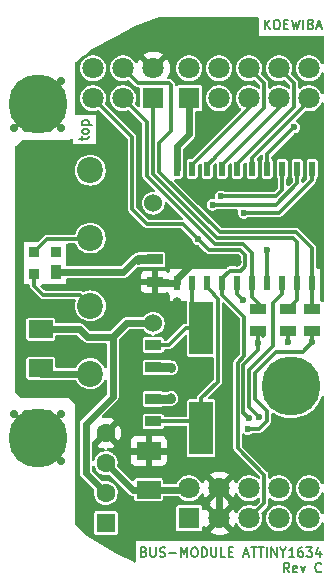
<source format=gbr>
G04 #@! TF.GenerationSoftware,KiCad,Pcbnew,6.0.11-2627ca5db0~126~ubuntu22.04.1*
G04 #@! TF.CreationDate,2023-12-06T10:38:32+01:00*
G04 #@! TF.ProjectId,bus-module_attiny1634,6275732d-6d6f-4647-956c-655f61747469,C*
G04 #@! TF.SameCoordinates,Original*
G04 #@! TF.FileFunction,Copper,L1,Top*
G04 #@! TF.FilePolarity,Positive*
%FSLAX46Y46*%
G04 Gerber Fmt 4.6, Leading zero omitted, Abs format (unit mm)*
G04 Created by KiCad (PCBNEW 6.0.11-2627ca5db0~126~ubuntu22.04.1) date 2023-12-06 10:38:32*
%MOMM*%
%LPD*%
G01*
G04 APERTURE LIST*
G04 Aperture macros list*
%AMOutline4P*
0 Free polygon, 4 corners , with rotation*
0 The origin of the aperture is its center*
0 number of corners: always 4*
0 $1 to $8 corner X, Y*
0 $9 Rotation angle, in degrees counterclockwise*
0 create outline with 4 corners*
4,1,4,$1,$2,$3,$4,$5,$6,$7,$8,$1,$2,$9*%
G04 Aperture macros list end*
%ADD10C,0.150000*%
G04 #@! TA.AperFunction,NonConductor*
%ADD11C,0.150000*%
G04 #@! TD*
G04 #@! TA.AperFunction,ComponentPad*
%ADD12C,5.000000*%
G04 #@! TD*
G04 #@! TA.AperFunction,SMDPad,CuDef*
%ADD13R,1.397000X0.889000*%
G04 #@! TD*
G04 #@! TA.AperFunction,ComponentPad*
%ADD14R,1.800000X1.800000*%
G04 #@! TD*
G04 #@! TA.AperFunction,ComponentPad*
%ADD15C,1.800000*%
G04 #@! TD*
G04 #@! TA.AperFunction,SMDPad,CuDef*
%ADD16R,1.998980X4.500880*%
G04 #@! TD*
G04 #@! TA.AperFunction,SMDPad,CuDef*
%ADD17R,0.508000X1.270000*%
G04 #@! TD*
G04 #@! TA.AperFunction,ComponentPad*
%ADD18C,0.700000*%
G04 #@! TD*
G04 #@! TA.AperFunction,SMDPad,CuDef*
%ADD19R,0.850000X1.200000*%
G04 #@! TD*
G04 #@! TA.AperFunction,SMDPad,CuDef*
%ADD20R,0.850000X0.850000*%
G04 #@! TD*
G04 #@! TA.AperFunction,SMDPad,CuDef*
%ADD21Outline4P,-0.425000X-0.425000X0.425000X-0.425000X0.425000X0.425000X-0.425000X0.425000X90.000000*%
G04 #@! TD*
G04 #@! TA.AperFunction,SMDPad,CuDef*
%ADD22R,2.032000X1.524000*%
G04 #@! TD*
G04 #@! TA.AperFunction,ComponentPad*
%ADD23C,2.200000*%
G04 #@! TD*
G04 #@! TA.AperFunction,ComponentPad*
%ADD24C,1.524000*%
G04 #@! TD*
G04 #@! TA.AperFunction,ComponentPad*
%ADD25R,1.600000X1.600000*%
G04 #@! TD*
G04 #@! TA.AperFunction,ComponentPad*
%ADD26C,1.600000*%
G04 #@! TD*
G04 #@! TA.AperFunction,ViaPad*
%ADD27C,0.800000*%
G04 #@! TD*
G04 #@! TA.AperFunction,ViaPad*
%ADD28C,0.600000*%
G04 #@! TD*
G04 #@! TA.AperFunction,Conductor*
%ADD29C,0.300000*%
G04 #@! TD*
G04 #@! TA.AperFunction,Conductor*
%ADD30C,0.600000*%
G04 #@! TD*
G04 #@! TA.AperFunction,Conductor*
%ADD31C,0.800000*%
G04 #@! TD*
G04 APERTURE END LIST*
D10*
D11*
X91666595Y-121734857D02*
X91780880Y-121772952D01*
X91818976Y-121811047D01*
X91857071Y-121887238D01*
X91857071Y-122001523D01*
X91818976Y-122077714D01*
X91780880Y-122115809D01*
X91704690Y-122153904D01*
X91399928Y-122153904D01*
X91399928Y-121353904D01*
X91666595Y-121353904D01*
X91742785Y-121392000D01*
X91780880Y-121430095D01*
X91818976Y-121506285D01*
X91818976Y-121582476D01*
X91780880Y-121658666D01*
X91742785Y-121696761D01*
X91666595Y-121734857D01*
X91399928Y-121734857D01*
X92199928Y-121353904D02*
X92199928Y-122001523D01*
X92238023Y-122077714D01*
X92276119Y-122115809D01*
X92352309Y-122153904D01*
X92504690Y-122153904D01*
X92580880Y-122115809D01*
X92618976Y-122077714D01*
X92657071Y-122001523D01*
X92657071Y-121353904D01*
X92999928Y-122115809D02*
X93114214Y-122153904D01*
X93304690Y-122153904D01*
X93380880Y-122115809D01*
X93418976Y-122077714D01*
X93457071Y-122001523D01*
X93457071Y-121925333D01*
X93418976Y-121849142D01*
X93380880Y-121811047D01*
X93304690Y-121772952D01*
X93152309Y-121734857D01*
X93076119Y-121696761D01*
X93038023Y-121658666D01*
X92999928Y-121582476D01*
X92999928Y-121506285D01*
X93038023Y-121430095D01*
X93076119Y-121392000D01*
X93152309Y-121353904D01*
X93342785Y-121353904D01*
X93457071Y-121392000D01*
X93799928Y-121849142D02*
X94409452Y-121849142D01*
X94790404Y-122153904D02*
X94790404Y-121353904D01*
X95057071Y-121925333D01*
X95323738Y-121353904D01*
X95323738Y-122153904D01*
X95857071Y-121353904D02*
X96009452Y-121353904D01*
X96085642Y-121392000D01*
X96161833Y-121468190D01*
X96199928Y-121620571D01*
X96199928Y-121887238D01*
X96161833Y-122039619D01*
X96085642Y-122115809D01*
X96009452Y-122153904D01*
X95857071Y-122153904D01*
X95780880Y-122115809D01*
X95704690Y-122039619D01*
X95666595Y-121887238D01*
X95666595Y-121620571D01*
X95704690Y-121468190D01*
X95780880Y-121392000D01*
X95857071Y-121353904D01*
X96542785Y-122153904D02*
X96542785Y-121353904D01*
X96733261Y-121353904D01*
X96847547Y-121392000D01*
X96923738Y-121468190D01*
X96961833Y-121544380D01*
X96999928Y-121696761D01*
X96999928Y-121811047D01*
X96961833Y-121963428D01*
X96923738Y-122039619D01*
X96847547Y-122115809D01*
X96733261Y-122153904D01*
X96542785Y-122153904D01*
X97342785Y-121353904D02*
X97342785Y-122001523D01*
X97380880Y-122077714D01*
X97418976Y-122115809D01*
X97495166Y-122153904D01*
X97647547Y-122153904D01*
X97723738Y-122115809D01*
X97761833Y-122077714D01*
X97799928Y-122001523D01*
X97799928Y-121353904D01*
X98561833Y-122153904D02*
X98180880Y-122153904D01*
X98180880Y-121353904D01*
X98828499Y-121734857D02*
X99095166Y-121734857D01*
X99209452Y-122153904D02*
X98828499Y-122153904D01*
X98828499Y-121353904D01*
X99209452Y-121353904D01*
X100123738Y-121925333D02*
X100504690Y-121925333D01*
X100047547Y-122153904D02*
X100314214Y-121353904D01*
X100580880Y-122153904D01*
X100733261Y-121353904D02*
X101190404Y-121353904D01*
X100961833Y-122153904D02*
X100961833Y-121353904D01*
X101342785Y-121353904D02*
X101799928Y-121353904D01*
X101571357Y-122153904D02*
X101571357Y-121353904D01*
X102066595Y-122153904D02*
X102066595Y-121353904D01*
X102447547Y-122153904D02*
X102447547Y-121353904D01*
X102904690Y-122153904D01*
X102904690Y-121353904D01*
X103438023Y-121772952D02*
X103438023Y-122153904D01*
X103171357Y-121353904D02*
X103438023Y-121772952D01*
X103704690Y-121353904D01*
X104390404Y-122153904D02*
X103933261Y-122153904D01*
X104161833Y-122153904D02*
X104161833Y-121353904D01*
X104085642Y-121468190D01*
X104009452Y-121544380D01*
X103933261Y-121582476D01*
X105076119Y-121353904D02*
X104923738Y-121353904D01*
X104847547Y-121392000D01*
X104809452Y-121430095D01*
X104733261Y-121544380D01*
X104695166Y-121696761D01*
X104695166Y-122001523D01*
X104733261Y-122077714D01*
X104771357Y-122115809D01*
X104847547Y-122153904D01*
X104999928Y-122153904D01*
X105076119Y-122115809D01*
X105114214Y-122077714D01*
X105152309Y-122001523D01*
X105152309Y-121811047D01*
X105114214Y-121734857D01*
X105076119Y-121696761D01*
X104999928Y-121658666D01*
X104847547Y-121658666D01*
X104771357Y-121696761D01*
X104733261Y-121734857D01*
X104695166Y-121811047D01*
X105418976Y-121353904D02*
X105914214Y-121353904D01*
X105647547Y-121658666D01*
X105761833Y-121658666D01*
X105838023Y-121696761D01*
X105876119Y-121734857D01*
X105914214Y-121811047D01*
X105914214Y-122001523D01*
X105876119Y-122077714D01*
X105838023Y-122115809D01*
X105761833Y-122153904D01*
X105533261Y-122153904D01*
X105457071Y-122115809D01*
X105418976Y-122077714D01*
X106599928Y-121620571D02*
X106599928Y-122153904D01*
X106409452Y-121315809D02*
X106218976Y-121887238D01*
X106714214Y-121887238D01*
X103971357Y-123441904D02*
X103704690Y-123060952D01*
X103514214Y-123441904D02*
X103514214Y-122641904D01*
X103818976Y-122641904D01*
X103895166Y-122680000D01*
X103933261Y-122718095D01*
X103971357Y-122794285D01*
X103971357Y-122908571D01*
X103933261Y-122984761D01*
X103895166Y-123022857D01*
X103818976Y-123060952D01*
X103514214Y-123060952D01*
X104618976Y-123403809D02*
X104542785Y-123441904D01*
X104390404Y-123441904D01*
X104314214Y-123403809D01*
X104276119Y-123327619D01*
X104276119Y-123022857D01*
X104314214Y-122946666D01*
X104390404Y-122908571D01*
X104542785Y-122908571D01*
X104618976Y-122946666D01*
X104657071Y-123022857D01*
X104657071Y-123099047D01*
X104276119Y-123175238D01*
X104923738Y-122908571D02*
X105114214Y-123441904D01*
X105304690Y-122908571D01*
X106676119Y-123365714D02*
X106638023Y-123403809D01*
X106523738Y-123441904D01*
X106447547Y-123441904D01*
X106333261Y-123403809D01*
X106257071Y-123327619D01*
X106218976Y-123251428D01*
X106180880Y-123099047D01*
X106180880Y-122984761D01*
X106218976Y-122832380D01*
X106257071Y-122756190D01*
X106333261Y-122680000D01*
X106447547Y-122641904D01*
X106523738Y-122641904D01*
X106638023Y-122680000D01*
X106676119Y-122718095D01*
D10*
D11*
X101878047Y-77458904D02*
X101878047Y-76658904D01*
X102335190Y-77458904D02*
X101992333Y-77001761D01*
X102335190Y-76658904D02*
X101878047Y-77116047D01*
X102830428Y-76658904D02*
X102982809Y-76658904D01*
X103059000Y-76697000D01*
X103135190Y-76773190D01*
X103173285Y-76925571D01*
X103173285Y-77192238D01*
X103135190Y-77344619D01*
X103059000Y-77420809D01*
X102982809Y-77458904D01*
X102830428Y-77458904D01*
X102754238Y-77420809D01*
X102678047Y-77344619D01*
X102639952Y-77192238D01*
X102639952Y-76925571D01*
X102678047Y-76773190D01*
X102754238Y-76697000D01*
X102830428Y-76658904D01*
X103516142Y-77039857D02*
X103782809Y-77039857D01*
X103897095Y-77458904D02*
X103516142Y-77458904D01*
X103516142Y-76658904D01*
X103897095Y-76658904D01*
X104163761Y-76658904D02*
X104354238Y-77458904D01*
X104506619Y-76887476D01*
X104659000Y-77458904D01*
X104849476Y-76658904D01*
X105154238Y-77458904D02*
X105154238Y-76658904D01*
X105801857Y-77039857D02*
X105916142Y-77077952D01*
X105954238Y-77116047D01*
X105992333Y-77192238D01*
X105992333Y-77306523D01*
X105954238Y-77382714D01*
X105916142Y-77420809D01*
X105839952Y-77458904D01*
X105535190Y-77458904D01*
X105535190Y-76658904D01*
X105801857Y-76658904D01*
X105878047Y-76697000D01*
X105916142Y-76735095D01*
X105954238Y-76811285D01*
X105954238Y-76887476D01*
X105916142Y-76963666D01*
X105878047Y-77001761D01*
X105801857Y-77039857D01*
X105535190Y-77039857D01*
X106297095Y-77230333D02*
X106678047Y-77230333D01*
X106220904Y-77458904D02*
X106487571Y-76658904D01*
X106754238Y-77458904D01*
D10*
D11*
X86434571Y-86863190D02*
X86434571Y-86558428D01*
X86167904Y-86748904D02*
X86853619Y-86748904D01*
X86929809Y-86710809D01*
X86967904Y-86634619D01*
X86967904Y-86558428D01*
X86967904Y-86177476D02*
X86929809Y-86253666D01*
X86891714Y-86291761D01*
X86815523Y-86329857D01*
X86586952Y-86329857D01*
X86510761Y-86291761D01*
X86472666Y-86253666D01*
X86434571Y-86177476D01*
X86434571Y-86063190D01*
X86472666Y-85987000D01*
X86510761Y-85948904D01*
X86586952Y-85910809D01*
X86815523Y-85910809D01*
X86891714Y-85948904D01*
X86929809Y-85987000D01*
X86967904Y-86063190D01*
X86967904Y-86177476D01*
X86434571Y-85567952D02*
X87234571Y-85567952D01*
X86472666Y-85567952D02*
X86434571Y-85491761D01*
X86434571Y-85339380D01*
X86472666Y-85263190D01*
X86510761Y-85225095D01*
X86586952Y-85187000D01*
X86815523Y-85187000D01*
X86891714Y-85225095D01*
X86929809Y-85263190D01*
X86967904Y-85339380D01*
X86967904Y-85491761D01*
X86929809Y-85567952D01*
D12*
X104132000Y-107704000D03*
D13*
X92448000Y-104211500D03*
X92448000Y-106116500D03*
X92448000Y-110688500D03*
X92448000Y-108783500D03*
D14*
X95496000Y-118880000D03*
D15*
X95496000Y-116340000D03*
X98036000Y-118880000D03*
X98036000Y-116340000D03*
X100576000Y-118880000D03*
X100576000Y-116340000D03*
X103116000Y-118880000D03*
X103116000Y-116340000D03*
X105656000Y-118880000D03*
X105656000Y-116340000D03*
D14*
X95496000Y-83320000D03*
D15*
X95496000Y-80780000D03*
X98036000Y-83320000D03*
X98036000Y-80780000D03*
X100576000Y-83320000D03*
X100576000Y-80780000D03*
X103116000Y-83320000D03*
X103116000Y-80780000D03*
X105656000Y-83320000D03*
X105656000Y-80780000D03*
D13*
X105910000Y-101163500D03*
X105910000Y-103068500D03*
X103878000Y-101163500D03*
X103878000Y-103068500D03*
X101338000Y-101163500D03*
X101338000Y-103068500D03*
X92575000Y-98877500D03*
X92575000Y-96972500D03*
D16*
X96512000Y-102761160D03*
X96512000Y-111260000D03*
D17*
X105910000Y-89289000D03*
X104640000Y-89289000D03*
X103370000Y-89289000D03*
X102100000Y-89289000D03*
X100830000Y-89289000D03*
X99560000Y-89289000D03*
X98290000Y-89289000D03*
X97020000Y-89289000D03*
X95750000Y-89289000D03*
X94480000Y-89289000D03*
X94480000Y-98941000D03*
X95750000Y-98941000D03*
X97020000Y-98941000D03*
X98290000Y-98941000D03*
X99560000Y-98941000D03*
X100830000Y-98941000D03*
X102100000Y-98941000D03*
X103370000Y-98941000D03*
X104640000Y-98941000D03*
X105910000Y-98941000D03*
D12*
X82650000Y-83820000D03*
X82650000Y-112070000D03*
D18*
X84650000Y-85820000D03*
X82650000Y-85820000D03*
X83650000Y-85820000D03*
X80650000Y-85820000D03*
X81650000Y-85820000D03*
X81650000Y-110070000D03*
X84650000Y-110070000D03*
X83650000Y-110070000D03*
X80650000Y-110070000D03*
X82650000Y-110070000D03*
X84650000Y-83820000D03*
X84650000Y-82820000D03*
X84650000Y-81820000D03*
X84650000Y-84820000D03*
X84650000Y-113070000D03*
X84650000Y-112070000D03*
X84650000Y-111070000D03*
X84650000Y-114070000D03*
D19*
X84254000Y-98059620D03*
D20*
X84254000Y-96340000D03*
X82354000Y-96340000D03*
D21*
X82354000Y-98240000D03*
D22*
X92067000Y-113165000D03*
X92067000Y-116467000D03*
X82923000Y-102878000D03*
X82923000Y-106180000D03*
D23*
X87114000Y-95156400D03*
X87120200Y-100896800D03*
X87114000Y-106637200D03*
D14*
X92448000Y-83320000D03*
D15*
X92448000Y-80780000D03*
X89908000Y-83320000D03*
X89908000Y-80780000D03*
X87368000Y-83320000D03*
X87368000Y-80780000D03*
D24*
X92448000Y-102370000D03*
X92448000Y-92210000D03*
D23*
X87114000Y-89416000D03*
D25*
X88434800Y-119286400D03*
D26*
X88434800Y-116746400D03*
X88434800Y-114206400D03*
X88434800Y-111666400D03*
D27*
X91178000Y-97036000D03*
X93972000Y-106180000D03*
X93972000Y-108720000D03*
D28*
X104386002Y-85796500D03*
X101401502Y-110307500D03*
X103878000Y-103957500D03*
X105910000Y-103957500D03*
X100468967Y-111319722D03*
X100512500Y-110371000D03*
X101338000Y-104021000D03*
X96258000Y-95258000D03*
X100075919Y-100369780D03*
X102100000Y-96154031D03*
X100108947Y-93008640D03*
X97464500Y-92337002D03*
X98163000Y-91638500D03*
D27*
X94480000Y-100592000D03*
X99406980Y-104285959D03*
X104640000Y-87384000D03*
X97147000Y-86304500D03*
X99496500Y-97163000D03*
D29*
X102386501Y-106341497D02*
X102031999Y-106695999D01*
D30*
X89908000Y-98052000D02*
X90924000Y-97036000D01*
X90924000Y-97036000D02*
X92575000Y-97036000D01*
X92575000Y-97036000D02*
X92575000Y-96972500D01*
X86352000Y-98059620D02*
X86352000Y-98052000D01*
X86352000Y-98052000D02*
X89908000Y-98052000D01*
X94480000Y-87384000D02*
X95496000Y-86368000D01*
X95496000Y-86368000D02*
X95496000Y-83320000D01*
X90695400Y-116467000D02*
X88434800Y-114206400D01*
X92067000Y-116467000D02*
X95369000Y-116467000D01*
X94480000Y-89289000D02*
X94480000Y-87384000D01*
X95369000Y-116467000D02*
X95496000Y-116340000D01*
D31*
X92448000Y-108783500D02*
X93908500Y-108783500D01*
X92575000Y-96972500D02*
X91241500Y-96972500D01*
D30*
X84254000Y-98059620D02*
X86352000Y-98059620D01*
D31*
X93908500Y-108783500D02*
X93972000Y-108720000D01*
X92448000Y-106116500D02*
X93908500Y-106116500D01*
X91241500Y-96972500D02*
X91178000Y-97036000D01*
D30*
X92067000Y-116467000D02*
X90695400Y-116467000D01*
D31*
X93908500Y-106116500D02*
X93972000Y-106180000D01*
D29*
X101846000Y-84123998D02*
X97635999Y-88333999D01*
X100576000Y-80780000D02*
X101846000Y-82050000D01*
X97020000Y-88971500D02*
X97020000Y-89289000D01*
X97635999Y-88333999D02*
X97635999Y-88355501D01*
X97635999Y-88355501D02*
X97020000Y-88971500D01*
X101846000Y-82050000D02*
X101846000Y-84123998D01*
X98290000Y-88971500D02*
X98290000Y-89289000D01*
X103116000Y-83320000D02*
X103116000Y-84145500D01*
X103116000Y-84145500D02*
X98290000Y-88971500D01*
X99560000Y-88908000D02*
X99560000Y-89289000D01*
X103116000Y-80780000D02*
X104386000Y-82050000D01*
X104386000Y-82050000D02*
X104386000Y-84082000D01*
X104386000Y-84082000D02*
X99560000Y-88908000D01*
X105656000Y-83320000D02*
X105656000Y-83519122D01*
X100830000Y-88345122D02*
X100830000Y-89289000D01*
X105656000Y-83519122D02*
X100830000Y-88345122D01*
X102100000Y-88082502D02*
X104386002Y-85796500D01*
X102100000Y-89289000D02*
X102100000Y-88082502D01*
X100583989Y-106353889D02*
X100583989Y-109489987D01*
X100583989Y-109489987D02*
X101401502Y-110307500D01*
X103370000Y-98941000D02*
X103370000Y-99876000D01*
X103370000Y-98941000D02*
X103370000Y-99322000D01*
X102608000Y-104329878D02*
X100583989Y-106353889D01*
X103370000Y-99876000D02*
X102608000Y-100638000D01*
X102608000Y-100638000D02*
X102608000Y-104329878D01*
X103878000Y-103068500D02*
X103878000Y-103957500D01*
X105084500Y-104783000D02*
X105910000Y-103957500D01*
X102100000Y-109799500D02*
X101084000Y-108783500D01*
X101084000Y-106561000D02*
X102862000Y-104783000D01*
X100468967Y-111319722D02*
X101405278Y-111319722D01*
X105910000Y-103068500D02*
X105910000Y-103957500D01*
X102862000Y-104783000D02*
X105084500Y-104783000D01*
X102100000Y-110625000D02*
X102100000Y-109799500D01*
X101084000Y-108783500D02*
X101084000Y-106561000D01*
X101405278Y-111319722D02*
X102100000Y-110625000D01*
X100083978Y-109942478D02*
X100512500Y-110371000D01*
X101705285Y-103209215D02*
X101705285Y-103481644D01*
X101846000Y-103068500D02*
X101705285Y-103209215D01*
X101338000Y-104647378D02*
X100083978Y-105901400D01*
X101338000Y-104021000D02*
X101338000Y-104647378D01*
X101338000Y-103068500D02*
X101338000Y-104021000D01*
X100083978Y-105901400D02*
X100083978Y-109942478D01*
D30*
X87114000Y-106637200D02*
X82923000Y-106637200D01*
D29*
X90670000Y-92718000D02*
X90670000Y-86622000D01*
X99814000Y-96147000D02*
X97147000Y-96147000D01*
X96258000Y-95258000D02*
X94988000Y-93988000D01*
X100156990Y-101819096D02*
X100156990Y-105121266D01*
X98290000Y-98941000D02*
X98290000Y-98560000D01*
X98290000Y-98560000D02*
X98936998Y-97913002D01*
X101846000Y-117610000D02*
X100576000Y-118880000D01*
X99583969Y-105694287D02*
X99583969Y-112934969D01*
X98290000Y-99952106D02*
X100156990Y-101819096D01*
X99583969Y-112934969D02*
X101846000Y-115197000D01*
X94988000Y-93988000D02*
X91940000Y-93988000D01*
X99856502Y-97913002D02*
X100246506Y-97522998D01*
X100246506Y-96579506D02*
X99814000Y-96147000D01*
X91940000Y-93988000D02*
X90670000Y-92718000D01*
X101846000Y-115197000D02*
X101846000Y-117610000D01*
X90670000Y-86622000D02*
X87368000Y-83320000D01*
X98936998Y-97913002D02*
X99856502Y-97913002D01*
X97147000Y-96147000D02*
X96258000Y-95258000D01*
X100156990Y-105121266D02*
X99583969Y-105694287D01*
X98290000Y-98941000D02*
X98290000Y-99952106D01*
X100246506Y-97522998D02*
X100246506Y-96579506D01*
X95212510Y-102761160D02*
X93762170Y-104211500D01*
X95750000Y-98941000D02*
X95750000Y-101999160D01*
X93762170Y-104211500D02*
X92448000Y-104211500D01*
X96512000Y-102761160D02*
X95212510Y-102761160D01*
X95750000Y-101999160D02*
X96512000Y-102761160D01*
X95750000Y-88988460D02*
X95750000Y-89289000D01*
X100576000Y-84162460D02*
X95750000Y-88988460D01*
X100576000Y-83320000D02*
X100576000Y-84162460D01*
X100053780Y-100369780D02*
X100075919Y-100369780D01*
X99560000Y-98941000D02*
X99560000Y-99876000D01*
X99560000Y-99876000D02*
X100053780Y-100369780D01*
X92448000Y-89742122D02*
X97852856Y-95146978D01*
X97852856Y-95146978D02*
X104282967Y-95146978D01*
X104282967Y-95146978D02*
X104640000Y-95504011D01*
X92448000Y-83320000D02*
X92448000Y-89742122D01*
X104640000Y-100401500D02*
X104640000Y-98941000D01*
X104640000Y-95504011D02*
X104640000Y-98941000D01*
X103878000Y-101163500D02*
X104640000Y-100401500D01*
X89908000Y-83320000D02*
X91884118Y-85296118D01*
X101846000Y-101163500D02*
X100830000Y-100147500D01*
X100021111Y-95646989D02*
X100830000Y-96455878D01*
X100830000Y-96455878D02*
X100830000Y-98941000D01*
X91884118Y-85296118D02*
X91884118Y-89885362D01*
X91884118Y-89885362D02*
X97645745Y-95646989D01*
X100830000Y-100147500D02*
X100830000Y-98941000D01*
X97645745Y-95646989D02*
X100021111Y-95646989D01*
X105910000Y-101163500D02*
X105910000Y-98941000D01*
X98059968Y-94646968D02*
X104536968Y-94646968D01*
X89908000Y-80780000D02*
X91178000Y-82050000D01*
X91178000Y-82050000D02*
X93781500Y-82050000D01*
X104536968Y-94646968D02*
X105910000Y-96020000D01*
X92956000Y-89543000D02*
X98059968Y-94646968D01*
X92956000Y-87130000D02*
X92956000Y-89543000D01*
X105910000Y-96020000D02*
X105910000Y-98941000D01*
X93781500Y-82050000D02*
X93972000Y-82240500D01*
X93972000Y-86114000D02*
X92956000Y-87130000D01*
X93972000Y-82240500D02*
X93972000Y-86114000D01*
X102100000Y-98941000D02*
X102100000Y-96154031D01*
X105910000Y-89289000D02*
X105910000Y-90224000D01*
X103125360Y-93008640D02*
X100108947Y-93008640D01*
X105910000Y-90224000D02*
X103125360Y-93008640D01*
X104640000Y-90504122D02*
X102807120Y-92337002D01*
X102807120Y-92337002D02*
X97464500Y-92337002D01*
X104640000Y-89289000D02*
X104640000Y-90504122D01*
X103370000Y-89289000D02*
X103370000Y-91067000D01*
X102798500Y-91638500D02*
X98163000Y-91638500D01*
X103370000Y-91067000D02*
X102798500Y-91638500D01*
X97574000Y-99876000D02*
X97020000Y-99322000D01*
X97020000Y-99322000D02*
X97020000Y-98941000D01*
X92448000Y-110688500D02*
X95940500Y-110688500D01*
X96512000Y-108709560D02*
X97911491Y-107310069D01*
X96512000Y-111260000D02*
X96512000Y-108709560D01*
X97911491Y-107310069D02*
X97911491Y-100280719D01*
X97574000Y-99943228D02*
X97574000Y-99876000D01*
X97911491Y-100280719D02*
X97574000Y-99943228D01*
X95940500Y-110688500D02*
X96512000Y-111260000D01*
X87120200Y-100968000D02*
X87120200Y-100896800D01*
X86407800Y-100896800D02*
X87120200Y-100896800D01*
X82354000Y-99195000D02*
X83116000Y-99957000D01*
X83116000Y-99957000D02*
X86225000Y-99957000D01*
X86225000Y-99957000D02*
X87120200Y-100852200D01*
X87120200Y-100852200D02*
X87120200Y-100896800D01*
X82354000Y-98240000D02*
X82354000Y-99195000D01*
X87114000Y-95136000D02*
X87114000Y-95156400D01*
X83436000Y-95258000D02*
X87114000Y-95258000D01*
X87114000Y-95258000D02*
X87114000Y-95156400D01*
X82354000Y-96340000D02*
X83436000Y-95258000D01*
D30*
X89019000Y-103513000D02*
X90162000Y-102370000D01*
X90162000Y-102370000D02*
X92448000Y-102370000D01*
X88434800Y-116746400D02*
X86733000Y-115044600D01*
X89019000Y-103513000D02*
X86860000Y-103513000D01*
X86733000Y-115044600D02*
X86733000Y-110879000D01*
X86225000Y-102878000D02*
X82923000Y-102878000D01*
X89019000Y-108593000D02*
X89019000Y-103513000D01*
X86860000Y-103513000D02*
X86225000Y-102878000D01*
X86733000Y-110879000D02*
X89019000Y-108593000D01*
X92575000Y-98941000D02*
X92575000Y-98877500D01*
X95080000Y-114562000D02*
X93683000Y-113165000D01*
X98036000Y-118880000D02*
X98036000Y-116340000D01*
X94480000Y-98560000D02*
X95877000Y-97163000D01*
X96258000Y-114562000D02*
X95080000Y-114562000D01*
X93683000Y-113165000D02*
X92067000Y-113165000D01*
X92067000Y-113165000D02*
X89933400Y-113165000D01*
X94480000Y-98941000D02*
X92575000Y-98941000D01*
X89933400Y-113165000D02*
X88434800Y-111666400D01*
X94480000Y-98941000D02*
X94480000Y-98560000D01*
X98036000Y-116340000D02*
X96258000Y-114562000D01*
G04 #@! TA.AperFunction,Conductor*
G36*
X101355111Y-76481685D02*
G01*
X101400866Y-76534489D01*
X101412072Y-76586000D01*
X101412072Y-78054000D01*
X106802000Y-78054000D01*
X106869039Y-78073685D01*
X106914794Y-78126489D01*
X106926000Y-78178000D01*
X106926000Y-80336848D01*
X106906315Y-80403887D01*
X106853511Y-80449642D01*
X106784353Y-80459586D01*
X106720797Y-80430561D01*
X106688017Y-80383823D01*
X106687807Y-80383926D01*
X106687139Y-80382572D01*
X106598351Y-80202527D01*
X106477335Y-80040467D01*
X106335703Y-79909544D01*
X106332988Y-79907034D01*
X106332986Y-79907033D01*
X106328812Y-79903174D01*
X106225759Y-79838152D01*
X106162566Y-79798280D01*
X106162564Y-79798279D01*
X106157757Y-79795246D01*
X105969898Y-79720298D01*
X105964317Y-79719188D01*
X105964314Y-79719187D01*
X105896373Y-79705673D01*
X105771526Y-79680839D01*
X105765839Y-79680765D01*
X105765834Y-79680764D01*
X105574975Y-79678266D01*
X105574970Y-79678266D01*
X105569286Y-79678192D01*
X105563682Y-79679155D01*
X105563681Y-79679155D01*
X105375546Y-79711482D01*
X105375543Y-79711483D01*
X105369949Y-79712444D01*
X105350197Y-79719731D01*
X105185521Y-79780483D01*
X105185517Y-79780485D01*
X105180193Y-79782449D01*
X105175310Y-79785354D01*
X105175308Y-79785355D01*
X105019658Y-79877957D01*
X105006371Y-79885862D01*
X104854305Y-80019220D01*
X104729089Y-80178057D01*
X104634914Y-80357053D01*
X104633229Y-80362479D01*
X104633228Y-80362482D01*
X104612089Y-80430561D01*
X104574937Y-80550213D01*
X104551164Y-80751069D01*
X104551535Y-80756731D01*
X104551535Y-80756735D01*
X104556851Y-80837842D01*
X104564392Y-80952894D01*
X104614178Y-81148928D01*
X104616554Y-81154082D01*
X104690999Y-81315563D01*
X104698856Y-81332607D01*
X104815588Y-81497780D01*
X104960466Y-81638913D01*
X105128637Y-81751282D01*
X105314470Y-81831122D01*
X105361333Y-81841726D01*
X105506193Y-81874505D01*
X105506195Y-81874505D01*
X105511740Y-81875760D01*
X105629135Y-81880372D01*
X105708161Y-81883477D01*
X105708163Y-81883477D01*
X105713842Y-81883700D01*
X105719462Y-81882885D01*
X105719465Y-81882885D01*
X105908387Y-81855493D01*
X105908389Y-81855493D01*
X105914007Y-81854678D01*
X105919384Y-81852853D01*
X105919387Y-81852852D01*
X106008800Y-81822500D01*
X106105531Y-81789664D01*
X106215725Y-81727953D01*
X106277048Y-81693611D01*
X106277050Y-81693610D01*
X106282001Y-81690837D01*
X106295254Y-81679815D01*
X106433138Y-81565137D01*
X106437505Y-81561505D01*
X106494364Y-81493140D01*
X106563206Y-81410367D01*
X106563207Y-81410366D01*
X106566837Y-81406001D01*
X106665664Y-81229531D01*
X106684581Y-81173804D01*
X106724770Y-81116650D01*
X106789479Y-81090297D01*
X106858164Y-81103111D01*
X106909017Y-81151026D01*
X106926000Y-81213663D01*
X106926000Y-82876848D01*
X106906315Y-82943887D01*
X106853511Y-82989642D01*
X106784353Y-82999586D01*
X106720797Y-82970561D01*
X106688017Y-82923823D01*
X106687807Y-82923926D01*
X106687139Y-82922572D01*
X106598351Y-82742527D01*
X106477335Y-82580467D01*
X106392404Y-82501958D01*
X106332988Y-82447034D01*
X106332986Y-82447033D01*
X106328812Y-82443174D01*
X106263779Y-82402141D01*
X106162566Y-82338280D01*
X106162564Y-82338279D01*
X106157757Y-82335246D01*
X105969898Y-82260298D01*
X105964317Y-82259188D01*
X105964314Y-82259187D01*
X105896373Y-82245673D01*
X105771526Y-82220839D01*
X105765839Y-82220765D01*
X105765834Y-82220764D01*
X105574975Y-82218266D01*
X105574970Y-82218266D01*
X105569286Y-82218192D01*
X105563682Y-82219155D01*
X105563681Y-82219155D01*
X105375546Y-82251482D01*
X105375543Y-82251483D01*
X105369949Y-82252444D01*
X105325983Y-82268664D01*
X105185521Y-82320483D01*
X105185517Y-82320485D01*
X105180193Y-82322449D01*
X105175310Y-82325354D01*
X105175308Y-82325355D01*
X105039171Y-82406348D01*
X105006371Y-82425862D01*
X105002099Y-82429608D01*
X105002094Y-82429612D01*
X104942259Y-82482087D01*
X104878877Y-82511490D01*
X104809661Y-82501958D01*
X104756585Y-82456518D01*
X104736500Y-82388859D01*
X104736500Y-82100609D01*
X104738600Y-82080877D01*
X104738794Y-82076757D01*
X104740951Y-82066739D01*
X104737360Y-82036399D01*
X104737047Y-82031091D01*
X104736922Y-82031101D01*
X104736500Y-82025995D01*
X104736500Y-82020885D01*
X104733601Y-82003467D01*
X104732779Y-81997696D01*
X104731351Y-81985633D01*
X104727236Y-81950861D01*
X104723577Y-81943241D01*
X104722188Y-81934897D01*
X104717323Y-81925881D01*
X104717322Y-81925878D01*
X104699790Y-81893388D01*
X104697136Y-81888179D01*
X104694986Y-81883700D01*
X104676726Y-81845674D01*
X104673408Y-81841726D01*
X104671511Y-81839829D01*
X104670006Y-81838188D01*
X104669786Y-81837780D01*
X104669825Y-81837744D01*
X104669674Y-81837572D01*
X104666778Y-81832206D01*
X104630324Y-81798508D01*
X104626815Y-81795133D01*
X104163854Y-81332172D01*
X104130369Y-81270849D01*
X104134116Y-81204632D01*
X104188852Y-81043387D01*
X104188853Y-81043384D01*
X104190678Y-81038007D01*
X104217605Y-80852291D01*
X104219176Y-80841458D01*
X104219176Y-80841453D01*
X104219700Y-80837842D01*
X104221215Y-80780000D01*
X104202708Y-80578591D01*
X104166341Y-80449642D01*
X104149352Y-80389403D01*
X104149351Y-80389400D01*
X104147807Y-80383926D01*
X104058351Y-80202527D01*
X103937335Y-80040467D01*
X103795703Y-79909544D01*
X103792988Y-79907034D01*
X103792986Y-79907033D01*
X103788812Y-79903174D01*
X103685759Y-79838152D01*
X103622566Y-79798280D01*
X103622564Y-79798279D01*
X103617757Y-79795246D01*
X103429898Y-79720298D01*
X103424317Y-79719188D01*
X103424314Y-79719187D01*
X103356373Y-79705673D01*
X103231526Y-79680839D01*
X103225839Y-79680765D01*
X103225834Y-79680764D01*
X103034975Y-79678266D01*
X103034970Y-79678266D01*
X103029286Y-79678192D01*
X103023682Y-79679155D01*
X103023681Y-79679155D01*
X102835546Y-79711482D01*
X102835543Y-79711483D01*
X102829949Y-79712444D01*
X102810197Y-79719731D01*
X102645521Y-79780483D01*
X102645517Y-79780485D01*
X102640193Y-79782449D01*
X102635310Y-79785354D01*
X102635308Y-79785355D01*
X102479658Y-79877957D01*
X102466371Y-79885862D01*
X102314305Y-80019220D01*
X102189089Y-80178057D01*
X102094914Y-80357053D01*
X102093229Y-80362479D01*
X102093228Y-80362482D01*
X102072089Y-80430561D01*
X102034937Y-80550213D01*
X102011164Y-80751069D01*
X102011535Y-80756731D01*
X102011535Y-80756735D01*
X102016851Y-80837842D01*
X102024392Y-80952894D01*
X102074178Y-81148928D01*
X102076554Y-81154082D01*
X102150999Y-81315563D01*
X102158856Y-81332607D01*
X102275588Y-81497780D01*
X102420466Y-81638913D01*
X102588637Y-81751282D01*
X102774470Y-81831122D01*
X102821333Y-81841726D01*
X102966193Y-81874505D01*
X102966195Y-81874505D01*
X102971740Y-81875760D01*
X103089135Y-81880372D01*
X103168161Y-81883477D01*
X103168163Y-81883477D01*
X103173842Y-81883700D01*
X103179462Y-81882885D01*
X103179465Y-81882885D01*
X103368387Y-81855493D01*
X103368389Y-81855493D01*
X103374007Y-81854678D01*
X103379384Y-81852853D01*
X103379387Y-81852852D01*
X103521808Y-81804506D01*
X103540632Y-81798116D01*
X103610441Y-81795206D01*
X103668172Y-81827854D01*
X103999181Y-82158863D01*
X104032666Y-82220186D01*
X104035500Y-82246544D01*
X104035500Y-82387723D01*
X104015815Y-82454762D01*
X103963011Y-82500517D01*
X103893853Y-82510461D01*
X103827331Y-82478780D01*
X103788812Y-82443174D01*
X103723779Y-82402141D01*
X103622566Y-82338280D01*
X103622564Y-82338279D01*
X103617757Y-82335246D01*
X103429898Y-82260298D01*
X103424317Y-82259188D01*
X103424314Y-82259187D01*
X103356373Y-82245673D01*
X103231526Y-82220839D01*
X103225839Y-82220765D01*
X103225834Y-82220764D01*
X103034975Y-82218266D01*
X103034970Y-82218266D01*
X103029286Y-82218192D01*
X103023682Y-82219155D01*
X103023681Y-82219155D01*
X102835546Y-82251482D01*
X102835543Y-82251483D01*
X102829949Y-82252444D01*
X102785983Y-82268664D01*
X102645521Y-82320483D01*
X102645517Y-82320485D01*
X102640193Y-82322449D01*
X102635310Y-82325354D01*
X102635308Y-82325355D01*
X102499171Y-82406348D01*
X102466371Y-82425862D01*
X102462099Y-82429608D01*
X102462094Y-82429612D01*
X102402259Y-82482087D01*
X102338877Y-82511490D01*
X102269661Y-82501958D01*
X102216585Y-82456518D01*
X102196500Y-82388859D01*
X102196500Y-82100609D01*
X102198600Y-82080877D01*
X102198794Y-82076757D01*
X102200951Y-82066739D01*
X102197360Y-82036399D01*
X102197047Y-82031091D01*
X102196922Y-82031101D01*
X102196500Y-82025995D01*
X102196500Y-82020885D01*
X102193601Y-82003467D01*
X102192779Y-81997696D01*
X102191351Y-81985633D01*
X102187236Y-81950861D01*
X102183577Y-81943241D01*
X102182188Y-81934897D01*
X102177323Y-81925881D01*
X102177322Y-81925878D01*
X102159790Y-81893388D01*
X102157136Y-81888179D01*
X102154986Y-81883700D01*
X102136726Y-81845674D01*
X102133408Y-81841726D01*
X102131511Y-81839829D01*
X102130006Y-81838188D01*
X102129786Y-81837780D01*
X102129825Y-81837744D01*
X102129674Y-81837572D01*
X102126778Y-81832206D01*
X102090324Y-81798508D01*
X102086815Y-81795133D01*
X101623854Y-81332172D01*
X101590369Y-81270849D01*
X101594116Y-81204632D01*
X101648852Y-81043387D01*
X101648853Y-81043384D01*
X101650678Y-81038007D01*
X101677605Y-80852291D01*
X101679176Y-80841458D01*
X101679176Y-80841453D01*
X101679700Y-80837842D01*
X101681215Y-80780000D01*
X101662708Y-80578591D01*
X101626341Y-80449642D01*
X101609352Y-80389403D01*
X101609351Y-80389400D01*
X101607807Y-80383926D01*
X101518351Y-80202527D01*
X101397335Y-80040467D01*
X101255703Y-79909544D01*
X101252988Y-79907034D01*
X101252986Y-79907033D01*
X101248812Y-79903174D01*
X101145759Y-79838152D01*
X101082566Y-79798280D01*
X101082564Y-79798279D01*
X101077757Y-79795246D01*
X100889898Y-79720298D01*
X100884317Y-79719188D01*
X100884314Y-79719187D01*
X100816373Y-79705673D01*
X100691526Y-79680839D01*
X100685839Y-79680765D01*
X100685834Y-79680764D01*
X100494975Y-79678266D01*
X100494970Y-79678266D01*
X100489286Y-79678192D01*
X100483682Y-79679155D01*
X100483681Y-79679155D01*
X100295546Y-79711482D01*
X100295543Y-79711483D01*
X100289949Y-79712444D01*
X100270197Y-79719731D01*
X100105521Y-79780483D01*
X100105517Y-79780485D01*
X100100193Y-79782449D01*
X100095310Y-79785354D01*
X100095308Y-79785355D01*
X99939658Y-79877957D01*
X99926371Y-79885862D01*
X99774305Y-80019220D01*
X99649089Y-80178057D01*
X99554914Y-80357053D01*
X99553229Y-80362479D01*
X99553228Y-80362482D01*
X99532089Y-80430561D01*
X99494937Y-80550213D01*
X99471164Y-80751069D01*
X99471535Y-80756731D01*
X99471535Y-80756735D01*
X99476851Y-80837842D01*
X99484392Y-80952894D01*
X99534178Y-81148928D01*
X99536554Y-81154082D01*
X99610999Y-81315563D01*
X99618856Y-81332607D01*
X99735588Y-81497780D01*
X99880466Y-81638913D01*
X100048637Y-81751282D01*
X100234470Y-81831122D01*
X100281333Y-81841726D01*
X100426193Y-81874505D01*
X100426195Y-81874505D01*
X100431740Y-81875760D01*
X100549135Y-81880372D01*
X100628161Y-81883477D01*
X100628163Y-81883477D01*
X100633842Y-81883700D01*
X100639462Y-81882885D01*
X100639465Y-81882885D01*
X100828387Y-81855493D01*
X100828389Y-81855493D01*
X100834007Y-81854678D01*
X100839384Y-81852853D01*
X100839387Y-81852852D01*
X100981808Y-81804506D01*
X101000632Y-81798116D01*
X101070441Y-81795206D01*
X101128172Y-81827854D01*
X101459181Y-82158863D01*
X101492666Y-82220186D01*
X101495500Y-82246544D01*
X101495500Y-82387723D01*
X101475815Y-82454762D01*
X101423011Y-82500517D01*
X101353853Y-82510461D01*
X101287331Y-82478780D01*
X101248812Y-82443174D01*
X101183779Y-82402141D01*
X101082566Y-82338280D01*
X101082564Y-82338279D01*
X101077757Y-82335246D01*
X100889898Y-82260298D01*
X100884317Y-82259188D01*
X100884314Y-82259187D01*
X100816373Y-82245673D01*
X100691526Y-82220839D01*
X100685839Y-82220765D01*
X100685834Y-82220764D01*
X100494975Y-82218266D01*
X100494970Y-82218266D01*
X100489286Y-82218192D01*
X100483682Y-82219155D01*
X100483681Y-82219155D01*
X100295546Y-82251482D01*
X100295543Y-82251483D01*
X100289949Y-82252444D01*
X100245983Y-82268664D01*
X100105521Y-82320483D01*
X100105517Y-82320485D01*
X100100193Y-82322449D01*
X100095310Y-82325354D01*
X100095308Y-82325355D01*
X99959171Y-82406348D01*
X99926371Y-82425862D01*
X99774305Y-82559220D01*
X99649089Y-82718057D01*
X99554914Y-82897053D01*
X99553229Y-82902479D01*
X99553228Y-82902482D01*
X99548152Y-82918831D01*
X99494937Y-83090213D01*
X99471164Y-83291069D01*
X99471535Y-83296731D01*
X99471535Y-83296735D01*
X99476851Y-83377842D01*
X99484392Y-83492894D01*
X99534178Y-83688928D01*
X99536554Y-83694082D01*
X99564022Y-83753663D01*
X99618856Y-83872607D01*
X99735588Y-84037780D01*
X99816407Y-84116510D01*
X99880466Y-84178913D01*
X99879366Y-84180042D01*
X99914862Y-84231433D01*
X99917185Y-84301264D01*
X99884793Y-84357985D01*
X95825597Y-88417181D01*
X95764274Y-88450666D01*
X95737916Y-88453500D01*
X95476252Y-88453500D01*
X95448326Y-88459055D01*
X95429747Y-88462750D01*
X95429745Y-88462751D01*
X95417769Y-88465133D01*
X95351448Y-88509448D01*
X95307133Y-88575769D01*
X95295500Y-88634252D01*
X95295500Y-89943748D01*
X95301055Y-89971674D01*
X95304560Y-89989294D01*
X95307133Y-90002231D01*
X95351448Y-90068552D01*
X95417769Y-90112867D01*
X95429745Y-90115249D01*
X95429747Y-90115250D01*
X95448326Y-90118945D01*
X95476252Y-90124500D01*
X96023748Y-90124500D01*
X96051674Y-90118945D01*
X96070253Y-90115250D01*
X96070255Y-90115249D01*
X96082231Y-90112867D01*
X96148552Y-90068552D01*
X96192867Y-90002231D01*
X96195441Y-89989294D01*
X96198945Y-89971674D01*
X96204500Y-89943748D01*
X96204500Y-89081004D01*
X96224185Y-89013965D01*
X96240819Y-88993323D01*
X96353819Y-88880323D01*
X96415142Y-88846838D01*
X96484834Y-88851822D01*
X96540767Y-88893694D01*
X96565184Y-88959158D01*
X96565500Y-88968004D01*
X96565500Y-89943748D01*
X96571055Y-89971674D01*
X96574560Y-89989294D01*
X96577133Y-90002231D01*
X96621448Y-90068552D01*
X96687769Y-90112867D01*
X96699745Y-90115249D01*
X96699747Y-90115250D01*
X96718326Y-90118945D01*
X96746252Y-90124500D01*
X97293748Y-90124500D01*
X97321674Y-90118945D01*
X97340253Y-90115250D01*
X97340255Y-90115249D01*
X97352231Y-90112867D01*
X97418552Y-90068552D01*
X97462867Y-90002231D01*
X97465441Y-89989294D01*
X97468945Y-89971674D01*
X97474500Y-89943748D01*
X97474500Y-89064044D01*
X97494185Y-88997005D01*
X97510819Y-88976363D01*
X97623819Y-88863363D01*
X97685142Y-88829878D01*
X97754834Y-88834862D01*
X97810767Y-88876734D01*
X97835184Y-88942198D01*
X97835500Y-88951044D01*
X97835500Y-89943748D01*
X97841055Y-89971674D01*
X97844560Y-89989294D01*
X97847133Y-90002231D01*
X97891448Y-90068552D01*
X97957769Y-90112867D01*
X97969745Y-90115249D01*
X97969747Y-90115250D01*
X97988326Y-90118945D01*
X98016252Y-90124500D01*
X98563748Y-90124500D01*
X98591674Y-90118945D01*
X98610253Y-90115250D01*
X98610255Y-90115249D01*
X98622231Y-90112867D01*
X98688552Y-90068552D01*
X98732867Y-90002231D01*
X98735441Y-89989294D01*
X98738945Y-89971674D01*
X98744500Y-89943748D01*
X98744500Y-89064044D01*
X98764185Y-88997005D01*
X98780819Y-88976363D01*
X98893819Y-88863363D01*
X98955142Y-88829878D01*
X99024834Y-88834862D01*
X99080767Y-88876734D01*
X99105184Y-88942198D01*
X99105500Y-88951044D01*
X99105500Y-89943748D01*
X99111055Y-89971674D01*
X99114560Y-89989294D01*
X99117133Y-90002231D01*
X99161448Y-90068552D01*
X99227769Y-90112867D01*
X99239745Y-90115249D01*
X99239747Y-90115250D01*
X99258326Y-90118945D01*
X99286252Y-90124500D01*
X99833748Y-90124500D01*
X99861674Y-90118945D01*
X99880253Y-90115250D01*
X99880255Y-90115249D01*
X99892231Y-90112867D01*
X99958552Y-90068552D01*
X100002867Y-90002231D01*
X100005441Y-89989294D01*
X100008945Y-89971674D01*
X100014500Y-89943748D01*
X100014500Y-89000544D01*
X100034185Y-88933505D01*
X100050819Y-88912863D01*
X100163819Y-88799863D01*
X100225142Y-88766378D01*
X100294834Y-88771362D01*
X100350767Y-88813234D01*
X100375184Y-88878698D01*
X100375500Y-88887544D01*
X100375500Y-89943748D01*
X100381055Y-89971674D01*
X100384560Y-89989294D01*
X100387133Y-90002231D01*
X100431448Y-90068552D01*
X100497769Y-90112867D01*
X100509745Y-90115249D01*
X100509747Y-90115250D01*
X100528326Y-90118945D01*
X100556252Y-90124500D01*
X101103748Y-90124500D01*
X101131674Y-90118945D01*
X101150253Y-90115250D01*
X101150255Y-90115249D01*
X101162231Y-90112867D01*
X101228552Y-90068552D01*
X101272867Y-90002231D01*
X101275441Y-89989294D01*
X101278945Y-89971674D01*
X101284500Y-89943748D01*
X101284500Y-88634252D01*
X101272867Y-88575769D01*
X101266081Y-88565613D01*
X101258174Y-88553778D01*
X101237297Y-88487100D01*
X101255783Y-88419720D01*
X101273596Y-88397208D01*
X101537819Y-88132985D01*
X101599142Y-88099500D01*
X101668834Y-88104484D01*
X101724767Y-88146356D01*
X101749184Y-88211820D01*
X101749500Y-88220666D01*
X101749500Y-88413402D01*
X101729815Y-88480441D01*
X101713183Y-88501082D01*
X101711601Y-88502664D01*
X101701448Y-88509448D01*
X101694664Y-88519601D01*
X101694662Y-88519603D01*
X101672380Y-88552950D01*
X101657133Y-88575769D01*
X101645500Y-88634252D01*
X101645500Y-89943748D01*
X101651055Y-89971674D01*
X101654560Y-89989294D01*
X101657133Y-90002231D01*
X101701448Y-90068552D01*
X101767769Y-90112867D01*
X101779745Y-90115249D01*
X101779747Y-90115250D01*
X101798326Y-90118945D01*
X101826252Y-90124500D01*
X102373748Y-90124500D01*
X102401674Y-90118945D01*
X102420253Y-90115250D01*
X102420255Y-90115249D01*
X102432231Y-90112867D01*
X102498552Y-90068552D01*
X102542867Y-90002231D01*
X102545441Y-89989294D01*
X102548945Y-89971674D01*
X102554500Y-89943748D01*
X102554500Y-88634252D01*
X102542867Y-88575769D01*
X102527620Y-88552950D01*
X102505338Y-88519603D01*
X102505336Y-88519601D01*
X102498552Y-88509448D01*
X102488399Y-88502664D01*
X102486817Y-88501082D01*
X102453333Y-88439758D01*
X102450500Y-88413402D01*
X102450500Y-88279046D01*
X102470185Y-88212007D01*
X102486819Y-88191365D01*
X104343885Y-86334299D01*
X104405208Y-86300814D01*
X104433839Y-86298001D01*
X104448501Y-86298270D01*
X104457017Y-86295948D01*
X104457019Y-86295948D01*
X104578300Y-86262883D01*
X104578303Y-86262882D01*
X104586819Y-86260560D01*
X104708993Y-86185545D01*
X104727254Y-86165371D01*
X104799274Y-86085803D01*
X104805202Y-86079254D01*
X104867712Y-85950233D01*
X104891498Y-85808854D01*
X104891649Y-85796500D01*
X104871325Y-85654582D01*
X104811986Y-85524072D01*
X104806030Y-85517159D01*
X104762209Y-85466303D01*
X104718402Y-85415463D01*
X104598097Y-85337485D01*
X104589632Y-85334954D01*
X104581615Y-85331249D01*
X104582616Y-85329083D01*
X104534787Y-85298014D01*
X104506073Y-85234317D01*
X104516355Y-85165208D01*
X104541215Y-85129589D01*
X105254058Y-84416746D01*
X105315381Y-84383261D01*
X105369106Y-84383485D01*
X105506193Y-84414505D01*
X105506195Y-84414505D01*
X105511740Y-84415760D01*
X105629135Y-84420372D01*
X105708161Y-84423477D01*
X105708163Y-84423477D01*
X105713842Y-84423700D01*
X105719462Y-84422885D01*
X105719465Y-84422885D01*
X105908387Y-84395493D01*
X105908389Y-84395493D01*
X105914007Y-84394678D01*
X105919384Y-84392853D01*
X105919387Y-84392852D01*
X106022100Y-84357985D01*
X106105531Y-84329664D01*
X106212436Y-84269795D01*
X106277048Y-84233611D01*
X106277050Y-84233610D01*
X106282001Y-84230837D01*
X106344433Y-84178913D01*
X106433138Y-84105137D01*
X106437505Y-84101505D01*
X106566837Y-83946001D01*
X106665664Y-83769531D01*
X106684581Y-83713804D01*
X106724770Y-83656650D01*
X106789479Y-83630297D01*
X106858164Y-83643111D01*
X106909017Y-83691026D01*
X106926000Y-83753663D01*
X106926000Y-100458020D01*
X106906315Y-100525059D01*
X106853511Y-100570814D01*
X106784353Y-100580758D01*
X106733109Y-100561122D01*
X106696885Y-100536918D01*
X106696886Y-100536918D01*
X106686731Y-100530133D01*
X106674755Y-100527751D01*
X106674753Y-100527750D01*
X106628248Y-100518500D01*
X106628744Y-100516005D01*
X106574256Y-100494009D01*
X106533892Y-100436978D01*
X106530769Y-100367178D01*
X106539788Y-100349530D01*
X106542230Y-100338028D01*
X106545000Y-100338000D01*
X106545000Y-97798000D01*
X106384500Y-97798000D01*
X106317461Y-97778315D01*
X106271706Y-97725511D01*
X106260500Y-97674000D01*
X106260500Y-96070609D01*
X106262600Y-96050877D01*
X106262794Y-96046757D01*
X106264951Y-96036739D01*
X106261360Y-96006399D01*
X106261047Y-96001091D01*
X106260922Y-96001101D01*
X106260500Y-95995995D01*
X106260500Y-95990885D01*
X106257601Y-95973467D01*
X106256779Y-95967696D01*
X106252440Y-95931034D01*
X106251236Y-95920861D01*
X106247577Y-95913240D01*
X106246188Y-95904897D01*
X106223786Y-95863379D01*
X106221148Y-95858202D01*
X106218885Y-95853489D01*
X106200726Y-95815673D01*
X106197407Y-95811726D01*
X106195520Y-95809839D01*
X106194006Y-95808189D01*
X106193793Y-95807794D01*
X106193835Y-95807755D01*
X106193673Y-95807571D01*
X106190778Y-95802206D01*
X106154311Y-95768496D01*
X106150802Y-95765121D01*
X104820599Y-94434917D01*
X104808122Y-94419468D01*
X104805349Y-94416420D01*
X104799793Y-94407816D01*
X104775792Y-94388895D01*
X104771824Y-94385369D01*
X104771743Y-94385465D01*
X104767841Y-94382159D01*
X104764222Y-94378540D01*
X104749854Y-94368272D01*
X104745213Y-94364789D01*
X104708157Y-94335576D01*
X104700181Y-94332775D01*
X104693299Y-94327857D01*
X104683485Y-94324922D01*
X104683483Y-94324921D01*
X104648124Y-94314347D01*
X104642565Y-94312541D01*
X104605421Y-94299497D01*
X104605419Y-94299497D01*
X104598062Y-94296913D01*
X104592924Y-94296468D01*
X104590242Y-94296468D01*
X104588018Y-94296372D01*
X104587580Y-94296241D01*
X104587582Y-94296187D01*
X104587351Y-94296172D01*
X104581504Y-94294424D01*
X104571263Y-94294826D01*
X104571260Y-94294826D01*
X104531923Y-94296372D01*
X104527055Y-94296468D01*
X98256512Y-94296468D01*
X98189473Y-94276783D01*
X98168831Y-94260149D01*
X96239507Y-92330825D01*
X96958891Y-92330825D01*
X96965922Y-92384590D01*
X96971111Y-92424272D01*
X96977480Y-92472981D01*
X97035220Y-92604205D01*
X97127470Y-92713950D01*
X97161961Y-92736909D01*
X97207792Y-92767417D01*
X97246813Y-92793392D01*
X97338166Y-92821932D01*
X97375222Y-92833509D01*
X97375223Y-92833509D01*
X97383657Y-92836144D01*
X97392492Y-92836306D01*
X97412298Y-92836669D01*
X97526999Y-92838772D01*
X97535515Y-92836450D01*
X97535517Y-92836450D01*
X97656798Y-92803385D01*
X97656801Y-92803384D01*
X97665317Y-92801062D01*
X97787491Y-92726047D01*
X97793420Y-92719497D01*
X97797515Y-92716097D01*
X97861669Y-92688419D01*
X97876723Y-92687502D01*
X99512111Y-92687502D01*
X99579150Y-92707187D01*
X99624905Y-92759991D01*
X99634849Y-92829149D01*
X99630692Y-92847758D01*
X99629148Y-92852807D01*
X99625394Y-92860803D01*
X99624035Y-92869528D01*
X99624035Y-92869530D01*
X99608471Y-92969492D01*
X99603338Y-93002463D01*
X99621927Y-93144619D01*
X99679667Y-93275843D01*
X99696651Y-93296048D01*
X99747248Y-93356240D01*
X99771917Y-93385588D01*
X99891260Y-93465030D01*
X99962038Y-93487142D01*
X100019669Y-93505147D01*
X100019670Y-93505147D01*
X100028104Y-93507782D01*
X100036939Y-93507944D01*
X100056746Y-93508307D01*
X100171446Y-93510410D01*
X100179962Y-93508088D01*
X100179964Y-93508088D01*
X100301245Y-93475023D01*
X100301248Y-93475022D01*
X100309764Y-93472700D01*
X100431938Y-93397685D01*
X100437867Y-93391135D01*
X100441962Y-93387735D01*
X100506116Y-93360057D01*
X100521170Y-93359140D01*
X103074751Y-93359140D01*
X103094483Y-93361240D01*
X103098603Y-93361434D01*
X103108621Y-93363591D01*
X103138961Y-93360000D01*
X103144269Y-93359687D01*
X103144259Y-93359562D01*
X103149364Y-93359140D01*
X103154475Y-93359140D01*
X103171899Y-93356240D01*
X103177678Y-93355418D01*
X103214320Y-93351081D01*
X103214322Y-93351080D01*
X103224498Y-93349876D01*
X103232118Y-93346217D01*
X103240463Y-93344828D01*
X103249478Y-93339964D01*
X103249483Y-93339962D01*
X103281983Y-93322425D01*
X103287144Y-93319795D01*
X103329686Y-93299366D01*
X103333634Y-93296048D01*
X103335540Y-93294142D01*
X103337171Y-93292646D01*
X103337580Y-93292426D01*
X103337616Y-93292465D01*
X103337788Y-93292314D01*
X103343154Y-93289418D01*
X103376852Y-93252964D01*
X103380227Y-93249455D01*
X106122051Y-90507631D01*
X106137500Y-90495154D01*
X106140548Y-90492381D01*
X106149152Y-90486825D01*
X106168073Y-90462824D01*
X106171600Y-90458855D01*
X106171504Y-90458774D01*
X106174810Y-90454872D01*
X106178429Y-90451253D01*
X106188697Y-90436885D01*
X106192198Y-90432221D01*
X106215046Y-90403239D01*
X106215046Y-90403238D01*
X106221392Y-90395189D01*
X106224194Y-90387211D01*
X106229111Y-90380330D01*
X106242620Y-90335158D01*
X106244426Y-90329601D01*
X106257471Y-90292456D01*
X106257473Y-90292446D01*
X106260055Y-90285094D01*
X106260500Y-90279956D01*
X106260500Y-90277274D01*
X106260596Y-90275050D01*
X106260727Y-90274612D01*
X106260782Y-90274614D01*
X106260797Y-90274379D01*
X106262544Y-90268536D01*
X106260596Y-90218944D01*
X106260500Y-90214077D01*
X106260500Y-90164598D01*
X106280185Y-90097559D01*
X106296817Y-90076918D01*
X106298399Y-90075336D01*
X106308552Y-90068552D01*
X106315336Y-90058399D01*
X106315338Y-90058397D01*
X106341728Y-90018901D01*
X106352867Y-90002231D01*
X106355441Y-89989294D01*
X106358945Y-89971674D01*
X106364500Y-89943748D01*
X106364500Y-88634252D01*
X106352867Y-88575769D01*
X106308552Y-88509448D01*
X106242231Y-88465133D01*
X106230255Y-88462751D01*
X106230253Y-88462750D01*
X106211674Y-88459055D01*
X106183748Y-88453500D01*
X105636252Y-88453500D01*
X105608326Y-88459055D01*
X105589747Y-88462750D01*
X105589745Y-88462751D01*
X105577769Y-88465133D01*
X105511448Y-88509448D01*
X105467133Y-88575769D01*
X105455500Y-88634252D01*
X105455500Y-89943748D01*
X105461055Y-89971674D01*
X105464560Y-89989294D01*
X105467133Y-90002231D01*
X105473917Y-90012384D01*
X105473918Y-90012386D01*
X105478271Y-90018901D01*
X105499147Y-90085578D01*
X105480661Y-90152958D01*
X105462848Y-90175470D01*
X105202181Y-90436137D01*
X105140858Y-90469622D01*
X105071166Y-90464638D01*
X105015233Y-90422766D01*
X104990816Y-90357302D01*
X104990500Y-90348456D01*
X104990500Y-90164598D01*
X105010185Y-90097559D01*
X105026817Y-90076918D01*
X105028399Y-90075336D01*
X105038552Y-90068552D01*
X105045336Y-90058399D01*
X105045338Y-90058397D01*
X105071728Y-90018901D01*
X105082867Y-90002231D01*
X105085441Y-89989294D01*
X105088945Y-89971674D01*
X105094500Y-89943748D01*
X105094500Y-88634252D01*
X105082867Y-88575769D01*
X105038552Y-88509448D01*
X104972231Y-88465133D01*
X104960255Y-88462751D01*
X104960253Y-88462750D01*
X104941674Y-88459055D01*
X104913748Y-88453500D01*
X104366252Y-88453500D01*
X104338326Y-88459055D01*
X104319747Y-88462750D01*
X104319745Y-88462751D01*
X104307769Y-88465133D01*
X104241448Y-88509448D01*
X104197133Y-88575769D01*
X104185500Y-88634252D01*
X104185500Y-89943748D01*
X104191055Y-89971674D01*
X104194560Y-89989294D01*
X104197133Y-90002231D01*
X104208272Y-90018901D01*
X104234662Y-90058397D01*
X104234664Y-90058399D01*
X104241448Y-90068552D01*
X104251601Y-90075336D01*
X104253183Y-90076918D01*
X104286667Y-90138242D01*
X104289500Y-90164598D01*
X104289500Y-90307578D01*
X104269815Y-90374617D01*
X104253181Y-90395259D01*
X103932181Y-90716259D01*
X103870858Y-90749744D01*
X103801166Y-90744760D01*
X103745233Y-90702888D01*
X103720816Y-90637424D01*
X103720500Y-90628578D01*
X103720500Y-90164598D01*
X103740185Y-90097559D01*
X103756817Y-90076918D01*
X103758399Y-90075336D01*
X103768552Y-90068552D01*
X103775336Y-90058399D01*
X103775338Y-90058397D01*
X103801728Y-90018901D01*
X103812867Y-90002231D01*
X103815441Y-89989294D01*
X103818945Y-89971674D01*
X103824500Y-89943748D01*
X103824500Y-88634252D01*
X103812867Y-88575769D01*
X103768552Y-88509448D01*
X103702231Y-88465133D01*
X103690255Y-88462751D01*
X103690253Y-88462750D01*
X103671674Y-88459055D01*
X103643748Y-88453500D01*
X103096252Y-88453500D01*
X103068326Y-88459055D01*
X103049747Y-88462750D01*
X103049745Y-88462751D01*
X103037769Y-88465133D01*
X102971448Y-88509448D01*
X102927133Y-88575769D01*
X102915500Y-88634252D01*
X102915500Y-89943748D01*
X102921055Y-89971674D01*
X102924560Y-89989294D01*
X102927133Y-90002231D01*
X102938272Y-90018901D01*
X102964662Y-90058397D01*
X102964664Y-90058399D01*
X102971448Y-90068552D01*
X102981601Y-90075336D01*
X102983183Y-90076918D01*
X103016667Y-90138242D01*
X103019500Y-90164598D01*
X103019500Y-90870456D01*
X102999815Y-90937495D01*
X102983181Y-90958137D01*
X102689637Y-91251681D01*
X102628314Y-91285166D01*
X102601956Y-91288000D01*
X98574985Y-91288000D01*
X98507946Y-91268315D01*
X98498889Y-91261512D01*
X98495400Y-91257463D01*
X98487988Y-91252659D01*
X98487986Y-91252657D01*
X98382508Y-91184290D01*
X98382509Y-91184290D01*
X98375095Y-91179485D01*
X98237739Y-91138407D01*
X98228905Y-91138353D01*
X98140357Y-91137812D01*
X98094376Y-91137531D01*
X97956529Y-91176928D01*
X97835280Y-91253430D01*
X97829435Y-91260048D01*
X97829433Y-91260050D01*
X97746223Y-91354268D01*
X97746221Y-91354270D01*
X97740377Y-91360888D01*
X97679447Y-91490663D01*
X97678088Y-91499388D01*
X97678088Y-91499390D01*
X97658750Y-91623593D01*
X97657391Y-91632323D01*
X97661479Y-91663588D01*
X97665884Y-91697272D01*
X97655058Y-91766298D01*
X97608633Y-91818513D01*
X97541347Y-91837340D01*
X97540433Y-91837266D01*
X97539239Y-91836909D01*
X97395876Y-91836033D01*
X97258029Y-91875430D01*
X97136780Y-91951932D01*
X97130935Y-91958550D01*
X97130933Y-91958552D01*
X97047723Y-92052770D01*
X97047721Y-92052772D01*
X97041877Y-92059390D01*
X96980947Y-92189165D01*
X96958891Y-92330825D01*
X96239507Y-92330825D01*
X94244863Y-90336181D01*
X94211378Y-90274858D01*
X94216362Y-90205166D01*
X94258234Y-90149233D01*
X94323698Y-90124816D01*
X94332544Y-90124500D01*
X94753748Y-90124500D01*
X94781674Y-90118945D01*
X94800253Y-90115250D01*
X94800255Y-90115249D01*
X94812231Y-90112867D01*
X94878552Y-90068552D01*
X94922867Y-90002231D01*
X94925441Y-89989294D01*
X94928945Y-89971674D01*
X94934500Y-89943748D01*
X94934500Y-89526377D01*
X94946256Y-89473678D01*
X94959798Y-89444834D01*
X94963553Y-89436837D01*
X94980500Y-89327991D01*
X94980500Y-87642676D01*
X95000185Y-87575637D01*
X95016819Y-87554995D01*
X95800439Y-86771375D01*
X95809828Y-86763872D01*
X95809520Y-86763510D01*
X95816246Y-86757785D01*
X95823720Y-86753070D01*
X95858793Y-86713357D01*
X95864055Y-86707759D01*
X95875320Y-86696494D01*
X95881490Y-86688262D01*
X95887773Y-86680543D01*
X95912776Y-86652233D01*
X95912777Y-86652231D01*
X95918623Y-86645612D01*
X95922377Y-86637616D01*
X95923957Y-86635211D01*
X95932840Y-86620429D01*
X95934229Y-86617892D01*
X95939526Y-86610824D01*
X95955885Y-86567187D01*
X95959742Y-86558032D01*
X95979553Y-86515837D01*
X95980913Y-86507103D01*
X95981762Y-86504325D01*
X95986130Y-86487678D01*
X95986752Y-86484848D01*
X95989852Y-86476580D01*
X95993306Y-86430097D01*
X95994439Y-86420227D01*
X95996500Y-86406991D01*
X95996500Y-86391715D01*
X95996841Y-86382526D01*
X95999821Y-86342418D01*
X96000476Y-86333608D01*
X95998632Y-86324968D01*
X95998078Y-86316846D01*
X95996500Y-86301894D01*
X95996500Y-84544500D01*
X96016185Y-84477461D01*
X96068989Y-84431706D01*
X96120500Y-84420500D01*
X96415748Y-84420500D01*
X96443674Y-84414945D01*
X96462253Y-84411250D01*
X96462255Y-84411249D01*
X96474231Y-84408867D01*
X96540552Y-84364552D01*
X96584867Y-84298231D01*
X96596500Y-84239748D01*
X96596500Y-83291069D01*
X96931164Y-83291069D01*
X96931535Y-83296731D01*
X96931535Y-83296735D01*
X96936851Y-83377842D01*
X96944392Y-83492894D01*
X96994178Y-83688928D01*
X96996554Y-83694082D01*
X97024022Y-83753663D01*
X97078856Y-83872607D01*
X97195588Y-84037780D01*
X97340466Y-84178913D01*
X97508637Y-84291282D01*
X97694470Y-84371122D01*
X97786180Y-84391874D01*
X97886193Y-84414505D01*
X97886195Y-84414505D01*
X97891740Y-84415760D01*
X98009135Y-84420372D01*
X98088161Y-84423477D01*
X98088163Y-84423477D01*
X98093842Y-84423700D01*
X98099462Y-84422885D01*
X98099465Y-84422885D01*
X98288387Y-84395493D01*
X98288389Y-84395493D01*
X98294007Y-84394678D01*
X98299384Y-84392853D01*
X98299387Y-84392852D01*
X98402100Y-84357985D01*
X98485531Y-84329664D01*
X98592436Y-84269795D01*
X98657048Y-84233611D01*
X98657050Y-84233610D01*
X98662001Y-84230837D01*
X98724433Y-84178913D01*
X98813138Y-84105137D01*
X98817505Y-84101505D01*
X98946837Y-83946001D01*
X99045664Y-83769531D01*
X99110678Y-83578007D01*
X99139700Y-83377842D01*
X99141215Y-83320000D01*
X99122708Y-83118591D01*
X99082708Y-82976762D01*
X99069352Y-82929403D01*
X99069351Y-82929400D01*
X99067807Y-82923926D01*
X98978351Y-82742527D01*
X98857335Y-82580467D01*
X98772404Y-82501958D01*
X98712988Y-82447034D01*
X98712986Y-82447033D01*
X98708812Y-82443174D01*
X98643779Y-82402141D01*
X98542566Y-82338280D01*
X98542564Y-82338279D01*
X98537757Y-82335246D01*
X98349898Y-82260298D01*
X98344317Y-82259188D01*
X98344314Y-82259187D01*
X98276373Y-82245673D01*
X98151526Y-82220839D01*
X98145839Y-82220765D01*
X98145834Y-82220764D01*
X97954975Y-82218266D01*
X97954970Y-82218266D01*
X97949286Y-82218192D01*
X97943682Y-82219155D01*
X97943681Y-82219155D01*
X97755546Y-82251482D01*
X97755543Y-82251483D01*
X97749949Y-82252444D01*
X97705983Y-82268664D01*
X97565521Y-82320483D01*
X97565517Y-82320485D01*
X97560193Y-82322449D01*
X97555310Y-82325354D01*
X97555308Y-82325355D01*
X97419171Y-82406348D01*
X97386371Y-82425862D01*
X97234305Y-82559220D01*
X97109089Y-82718057D01*
X97014914Y-82897053D01*
X97013229Y-82902479D01*
X97013228Y-82902482D01*
X97008152Y-82918831D01*
X96954937Y-83090213D01*
X96931164Y-83291069D01*
X96596500Y-83291069D01*
X96596500Y-82400252D01*
X96589557Y-82365347D01*
X96587250Y-82353747D01*
X96587249Y-82353745D01*
X96584867Y-82341769D01*
X96540552Y-82275448D01*
X96474231Y-82231133D01*
X96462255Y-82228751D01*
X96462253Y-82228750D01*
X96443674Y-82225055D01*
X96415748Y-82219500D01*
X94576252Y-82219500D01*
X94548326Y-82225055D01*
X94529747Y-82228750D01*
X94529745Y-82228751D01*
X94517769Y-82231133D01*
X94506319Y-82238784D01*
X94503060Y-82239804D01*
X94496330Y-82242592D01*
X94496080Y-82241990D01*
X94439641Y-82259660D01*
X94372261Y-82241174D01*
X94325572Y-82189194D01*
X94317499Y-82161329D01*
X94317302Y-82161386D01*
X94314442Y-82151542D01*
X94313237Y-82141362D01*
X94309576Y-82133739D01*
X94308188Y-82125397D01*
X94285795Y-82083896D01*
X94283142Y-82078690D01*
X94266104Y-82043207D01*
X94266101Y-82043202D01*
X94262726Y-82036174D01*
X94259408Y-82032226D01*
X94257503Y-82030321D01*
X94256006Y-82028689D01*
X94255786Y-82028280D01*
X94255825Y-82028244D01*
X94255674Y-82028072D01*
X94252778Y-82022706D01*
X94216324Y-81989008D01*
X94212815Y-81985633D01*
X94065131Y-81837949D01*
X94052654Y-81822500D01*
X94049881Y-81819452D01*
X94044325Y-81810848D01*
X94020324Y-81791927D01*
X94016356Y-81788401D01*
X94016275Y-81788497D01*
X94012373Y-81785191D01*
X94008754Y-81781572D01*
X93994386Y-81771304D01*
X93989745Y-81767821D01*
X93952689Y-81738608D01*
X93944713Y-81735807D01*
X93937831Y-81730889D01*
X93928017Y-81727954D01*
X93928015Y-81727953D01*
X93892656Y-81717379D01*
X93887097Y-81715573D01*
X93849953Y-81702529D01*
X93849951Y-81702529D01*
X93842594Y-81699945D01*
X93837456Y-81699500D01*
X93834774Y-81699500D01*
X93832550Y-81699404D01*
X93832112Y-81699273D01*
X93832114Y-81699219D01*
X93831883Y-81699204D01*
X93826036Y-81697456D01*
X93815795Y-81697858D01*
X93815792Y-81697858D01*
X93776455Y-81699404D01*
X93771587Y-81699500D01*
X93762441Y-81699500D01*
X93695402Y-81679815D01*
X93649647Y-81627011D01*
X93639703Y-81557853D01*
X93656152Y-81511636D01*
X93661283Y-81503097D01*
X93759355Y-81304663D01*
X93763092Y-81295223D01*
X93827440Y-81083433D01*
X93829583Y-81073519D01*
X93858708Y-80852291D01*
X93859220Y-80845716D01*
X93860745Y-80783308D01*
X93860555Y-80776701D01*
X93858448Y-80751069D01*
X94391164Y-80751069D01*
X94391535Y-80756731D01*
X94391535Y-80756735D01*
X94396851Y-80837842D01*
X94404392Y-80952894D01*
X94454178Y-81148928D01*
X94456554Y-81154082D01*
X94530999Y-81315563D01*
X94538856Y-81332607D01*
X94655588Y-81497780D01*
X94800466Y-81638913D01*
X94968637Y-81751282D01*
X95154470Y-81831122D01*
X95201333Y-81841726D01*
X95346193Y-81874505D01*
X95346195Y-81874505D01*
X95351740Y-81875760D01*
X95469135Y-81880372D01*
X95548161Y-81883477D01*
X95548163Y-81883477D01*
X95553842Y-81883700D01*
X95559462Y-81882885D01*
X95559465Y-81882885D01*
X95748387Y-81855493D01*
X95748389Y-81855493D01*
X95754007Y-81854678D01*
X95759384Y-81852853D01*
X95759387Y-81852852D01*
X95848800Y-81822500D01*
X95945531Y-81789664D01*
X96055725Y-81727953D01*
X96117048Y-81693611D01*
X96117050Y-81693610D01*
X96122001Y-81690837D01*
X96135254Y-81679815D01*
X96273138Y-81565137D01*
X96277505Y-81561505D01*
X96334364Y-81493140D01*
X96403206Y-81410367D01*
X96403207Y-81410366D01*
X96406837Y-81406001D01*
X96505664Y-81229531D01*
X96570678Y-81038007D01*
X96597605Y-80852291D01*
X96599176Y-80841458D01*
X96599176Y-80841453D01*
X96599700Y-80837842D01*
X96601215Y-80780000D01*
X96598557Y-80751069D01*
X96931164Y-80751069D01*
X96931535Y-80756731D01*
X96931535Y-80756735D01*
X96936851Y-80837842D01*
X96944392Y-80952894D01*
X96994178Y-81148928D01*
X96996554Y-81154082D01*
X97070999Y-81315563D01*
X97078856Y-81332607D01*
X97195588Y-81497780D01*
X97340466Y-81638913D01*
X97508637Y-81751282D01*
X97694470Y-81831122D01*
X97741333Y-81841726D01*
X97886193Y-81874505D01*
X97886195Y-81874505D01*
X97891740Y-81875760D01*
X98009135Y-81880372D01*
X98088161Y-81883477D01*
X98088163Y-81883477D01*
X98093842Y-81883700D01*
X98099462Y-81882885D01*
X98099465Y-81882885D01*
X98288387Y-81855493D01*
X98288389Y-81855493D01*
X98294007Y-81854678D01*
X98299384Y-81852853D01*
X98299387Y-81852852D01*
X98388800Y-81822500D01*
X98485531Y-81789664D01*
X98595725Y-81727953D01*
X98657048Y-81693611D01*
X98657050Y-81693610D01*
X98662001Y-81690837D01*
X98675254Y-81679815D01*
X98813138Y-81565137D01*
X98817505Y-81561505D01*
X98874364Y-81493140D01*
X98943206Y-81410367D01*
X98943207Y-81410366D01*
X98946837Y-81406001D01*
X99045664Y-81229531D01*
X99110678Y-81038007D01*
X99137605Y-80852291D01*
X99139176Y-80841458D01*
X99139176Y-80841453D01*
X99139700Y-80837842D01*
X99141215Y-80780000D01*
X99122708Y-80578591D01*
X99086341Y-80449642D01*
X99069352Y-80389403D01*
X99069351Y-80389400D01*
X99067807Y-80383926D01*
X98978351Y-80202527D01*
X98857335Y-80040467D01*
X98715703Y-79909544D01*
X98712988Y-79907034D01*
X98712986Y-79907033D01*
X98708812Y-79903174D01*
X98605759Y-79838152D01*
X98542566Y-79798280D01*
X98542564Y-79798279D01*
X98537757Y-79795246D01*
X98349898Y-79720298D01*
X98344317Y-79719188D01*
X98344314Y-79719187D01*
X98276373Y-79705673D01*
X98151526Y-79680839D01*
X98145839Y-79680765D01*
X98145834Y-79680764D01*
X97954975Y-79678266D01*
X97954970Y-79678266D01*
X97949286Y-79678192D01*
X97943682Y-79679155D01*
X97943681Y-79679155D01*
X97755546Y-79711482D01*
X97755543Y-79711483D01*
X97749949Y-79712444D01*
X97730197Y-79719731D01*
X97565521Y-79780483D01*
X97565517Y-79780485D01*
X97560193Y-79782449D01*
X97555310Y-79785354D01*
X97555308Y-79785355D01*
X97399658Y-79877957D01*
X97386371Y-79885862D01*
X97234305Y-80019220D01*
X97109089Y-80178057D01*
X97014914Y-80357053D01*
X97013229Y-80362479D01*
X97013228Y-80362482D01*
X96992089Y-80430561D01*
X96954937Y-80550213D01*
X96931164Y-80751069D01*
X96598557Y-80751069D01*
X96582708Y-80578591D01*
X96546341Y-80449642D01*
X96529352Y-80389403D01*
X96529351Y-80389400D01*
X96527807Y-80383926D01*
X96438351Y-80202527D01*
X96317335Y-80040467D01*
X96175703Y-79909544D01*
X96172988Y-79907034D01*
X96172986Y-79907033D01*
X96168812Y-79903174D01*
X96065759Y-79838152D01*
X96002566Y-79798280D01*
X96002564Y-79798279D01*
X95997757Y-79795246D01*
X95809898Y-79720298D01*
X95804317Y-79719188D01*
X95804314Y-79719187D01*
X95736373Y-79705673D01*
X95611526Y-79680839D01*
X95605839Y-79680765D01*
X95605834Y-79680764D01*
X95414975Y-79678266D01*
X95414970Y-79678266D01*
X95409286Y-79678192D01*
X95403682Y-79679155D01*
X95403681Y-79679155D01*
X95215546Y-79711482D01*
X95215543Y-79711483D01*
X95209949Y-79712444D01*
X95190197Y-79719731D01*
X95025521Y-79780483D01*
X95025517Y-79780485D01*
X95020193Y-79782449D01*
X95015310Y-79785354D01*
X95015308Y-79785355D01*
X94859658Y-79877957D01*
X94846371Y-79885862D01*
X94694305Y-80019220D01*
X94569089Y-80178057D01*
X94474914Y-80357053D01*
X94473229Y-80362479D01*
X94473228Y-80362482D01*
X94452089Y-80430561D01*
X94414937Y-80550213D01*
X94391164Y-80751069D01*
X93858448Y-80751069D01*
X93842272Y-80554324D01*
X93840614Y-80544310D01*
X93786691Y-80329632D01*
X93783421Y-80320026D01*
X93695157Y-80117035D01*
X93690364Y-80108096D01*
X93617068Y-79994796D01*
X93606552Y-79985739D01*
X93597138Y-79990073D01*
X92807210Y-80780000D01*
X92535681Y-81051529D01*
X92474358Y-81085014D01*
X92404666Y-81080030D01*
X92360319Y-81051529D01*
X92088790Y-80780000D01*
X91301661Y-79992872D01*
X91290309Y-79986673D01*
X91278223Y-79996142D01*
X91222419Y-80077947D01*
X91217415Y-80086756D01*
X91122073Y-80292154D01*
X91120612Y-80291476D01*
X91083263Y-80341830D01*
X91017907Y-80366536D01*
X90949570Y-80351986D01*
X90897303Y-80297736D01*
X90852866Y-80207627D01*
X90850351Y-80202527D01*
X90729335Y-80040467D01*
X90587703Y-79909544D01*
X90584988Y-79907034D01*
X90584986Y-79907033D01*
X90580812Y-79903174D01*
X90477759Y-79838152D01*
X90414566Y-79798280D01*
X90414564Y-79798279D01*
X90409757Y-79795246D01*
X90221898Y-79720298D01*
X90216317Y-79719188D01*
X90216314Y-79719187D01*
X90148373Y-79705673D01*
X90023526Y-79680839D01*
X90017839Y-79680765D01*
X90017834Y-79680764D01*
X89826975Y-79678266D01*
X89826970Y-79678266D01*
X89821286Y-79678192D01*
X89815682Y-79679155D01*
X89815681Y-79679155D01*
X89627546Y-79711482D01*
X89627543Y-79711483D01*
X89621949Y-79712444D01*
X89602197Y-79719731D01*
X89437521Y-79780483D01*
X89437517Y-79780485D01*
X89432193Y-79782449D01*
X89427310Y-79785354D01*
X89427308Y-79785355D01*
X89271658Y-79877957D01*
X89258371Y-79885862D01*
X89106305Y-80019220D01*
X88981089Y-80178057D01*
X88886914Y-80357053D01*
X88885229Y-80362479D01*
X88885228Y-80362482D01*
X88864089Y-80430561D01*
X88826937Y-80550213D01*
X88803164Y-80751069D01*
X88803535Y-80756731D01*
X88803535Y-80756735D01*
X88808851Y-80837842D01*
X88816392Y-80952894D01*
X88866178Y-81148928D01*
X88868554Y-81154082D01*
X88942999Y-81315563D01*
X88950856Y-81332607D01*
X89067588Y-81497780D01*
X89212466Y-81638913D01*
X89380637Y-81751282D01*
X89566470Y-81831122D01*
X89613333Y-81841726D01*
X89758193Y-81874505D01*
X89758195Y-81874505D01*
X89763740Y-81875760D01*
X89881135Y-81880372D01*
X89960161Y-81883477D01*
X89960163Y-81883477D01*
X89965842Y-81883700D01*
X89971462Y-81882885D01*
X89971465Y-81882885D01*
X90160387Y-81855493D01*
X90160389Y-81855493D01*
X90166007Y-81854678D01*
X90171384Y-81852853D01*
X90171387Y-81852852D01*
X90313808Y-81804506D01*
X90332632Y-81798116D01*
X90402441Y-81795206D01*
X90460172Y-81827854D01*
X90894369Y-82262051D01*
X90906846Y-82277500D01*
X90909619Y-82280548D01*
X90915175Y-82289152D01*
X90923220Y-82295494D01*
X90939176Y-82308073D01*
X90943144Y-82311599D01*
X90943225Y-82311503D01*
X90947127Y-82314809D01*
X90950746Y-82318428D01*
X90965114Y-82328696D01*
X90969755Y-82332179D01*
X91006811Y-82361392D01*
X91014787Y-82364193D01*
X91021669Y-82369111D01*
X91031488Y-82372047D01*
X91031489Y-82372048D01*
X91066834Y-82382618D01*
X91072390Y-82384423D01*
X91100438Y-82394272D01*
X91116906Y-82400055D01*
X91122044Y-82400500D01*
X91124726Y-82400500D01*
X91126952Y-82400596D01*
X91127388Y-82400726D01*
X91127386Y-82400781D01*
X91127620Y-82400796D01*
X91133463Y-82402543D01*
X91143705Y-82402141D01*
X91143707Y-82402141D01*
X91183029Y-82400596D01*
X91187896Y-82400500D01*
X91223500Y-82400500D01*
X91290539Y-82420185D01*
X91336294Y-82472989D01*
X91347500Y-82524500D01*
X91347500Y-83964456D01*
X91327815Y-84031495D01*
X91275011Y-84077250D01*
X91205853Y-84087194D01*
X91142297Y-84058169D01*
X91135819Y-84052137D01*
X90955854Y-83872172D01*
X90922369Y-83810849D01*
X90926116Y-83744632D01*
X90980852Y-83583387D01*
X90980853Y-83583384D01*
X90982678Y-83578007D01*
X91011700Y-83377842D01*
X91013215Y-83320000D01*
X90994708Y-83118591D01*
X90954708Y-82976762D01*
X90941352Y-82929403D01*
X90941351Y-82929400D01*
X90939807Y-82923926D01*
X90850351Y-82742527D01*
X90729335Y-82580467D01*
X90644404Y-82501958D01*
X90584988Y-82447034D01*
X90584986Y-82447033D01*
X90580812Y-82443174D01*
X90515779Y-82402141D01*
X90414566Y-82338280D01*
X90414564Y-82338279D01*
X90409757Y-82335246D01*
X90221898Y-82260298D01*
X90216317Y-82259188D01*
X90216314Y-82259187D01*
X90148373Y-82245673D01*
X90023526Y-82220839D01*
X90017839Y-82220765D01*
X90017834Y-82220764D01*
X89826975Y-82218266D01*
X89826970Y-82218266D01*
X89821286Y-82218192D01*
X89815682Y-82219155D01*
X89815681Y-82219155D01*
X89627546Y-82251482D01*
X89627543Y-82251483D01*
X89621949Y-82252444D01*
X89577983Y-82268664D01*
X89437521Y-82320483D01*
X89437517Y-82320485D01*
X89432193Y-82322449D01*
X89427310Y-82325354D01*
X89427308Y-82325355D01*
X89291171Y-82406348D01*
X89258371Y-82425862D01*
X89106305Y-82559220D01*
X88981089Y-82718057D01*
X88886914Y-82897053D01*
X88885229Y-82902479D01*
X88885228Y-82902482D01*
X88880152Y-82918831D01*
X88826937Y-83090213D01*
X88803164Y-83291069D01*
X88803535Y-83296731D01*
X88803535Y-83296735D01*
X88808851Y-83377842D01*
X88816392Y-83492894D01*
X88866178Y-83688928D01*
X88868554Y-83694082D01*
X88896022Y-83753663D01*
X88950856Y-83872607D01*
X89067588Y-84037780D01*
X89212466Y-84178913D01*
X89380637Y-84291282D01*
X89566470Y-84371122D01*
X89658180Y-84391874D01*
X89758193Y-84414505D01*
X89758195Y-84414505D01*
X89763740Y-84415760D01*
X89881135Y-84420372D01*
X89960161Y-84423477D01*
X89960163Y-84423477D01*
X89965842Y-84423700D01*
X89971462Y-84422885D01*
X89971465Y-84422885D01*
X90160387Y-84395493D01*
X90160389Y-84395493D01*
X90166007Y-84394678D01*
X90171384Y-84392853D01*
X90171387Y-84392852D01*
X90332632Y-84338116D01*
X90402441Y-84335206D01*
X90460172Y-84367854D01*
X91497299Y-85404980D01*
X91530784Y-85466303D01*
X91533618Y-85492661D01*
X91533618Y-89834753D01*
X91531518Y-89854485D01*
X91531324Y-89858605D01*
X91529167Y-89868623D01*
X91530372Y-89878802D01*
X91532758Y-89898963D01*
X91533071Y-89904271D01*
X91533196Y-89904261D01*
X91533618Y-89909366D01*
X91533618Y-89914477D01*
X91534457Y-89919517D01*
X91536518Y-89931901D01*
X91537340Y-89937680D01*
X91538766Y-89949728D01*
X91542882Y-89984500D01*
X91546541Y-89992120D01*
X91547930Y-90000465D01*
X91552794Y-90009480D01*
X91552796Y-90009485D01*
X91570333Y-90041985D01*
X91572963Y-90047146D01*
X91593392Y-90089688D01*
X91596710Y-90093636D01*
X91598616Y-90095542D01*
X91600112Y-90097173D01*
X91600332Y-90097582D01*
X91600293Y-90097618D01*
X91600444Y-90097790D01*
X91603340Y-90103156D01*
X91637159Y-90134418D01*
X91639794Y-90136854D01*
X91643303Y-90140229D01*
X92534795Y-91031721D01*
X92568280Y-91093044D01*
X92563296Y-91162736D01*
X92521424Y-91218669D01*
X92456153Y-91243014D01*
X92454752Y-91242867D01*
X92314238Y-91255654D01*
X92272815Y-91259424D01*
X92272814Y-91259424D01*
X92266773Y-91259974D01*
X92260954Y-91261687D01*
X92260952Y-91261687D01*
X92091512Y-91311556D01*
X92091507Y-91311558D01*
X92085697Y-91313268D01*
X92080327Y-91316075D01*
X92080323Y-91316077D01*
X92007271Y-91354268D01*
X91918420Y-91400718D01*
X91771316Y-91518993D01*
X91649986Y-91663588D01*
X91559052Y-91828996D01*
X91557220Y-91834770D01*
X91557220Y-91834771D01*
X91556542Y-91836909D01*
X91501978Y-92008917D01*
X91493101Y-92088052D01*
X91486288Y-92148796D01*
X91480937Y-92196496D01*
X91496732Y-92384590D01*
X91548760Y-92566034D01*
X91551532Y-92571429D01*
X91551533Y-92571430D01*
X91567952Y-92603378D01*
X91635040Y-92733917D01*
X91638808Y-92738671D01*
X91746562Y-92874623D01*
X91752285Y-92881844D01*
X91756904Y-92885775D01*
X91891416Y-93000254D01*
X91891421Y-93000258D01*
X91896030Y-93004180D01*
X92060800Y-93096267D01*
X92140423Y-93122138D01*
X92209614Y-93144619D01*
X92240317Y-93154595D01*
X92427745Y-93176945D01*
X92433789Y-93176480D01*
X92433790Y-93176480D01*
X92489254Y-93172212D01*
X92615945Y-93162464D01*
X92797748Y-93111703D01*
X92966229Y-93026598D01*
X93114970Y-92910388D01*
X93193398Y-92819529D01*
X93234342Y-92772095D01*
X93234344Y-92772092D01*
X93238307Y-92767501D01*
X93242574Y-92759991D01*
X93300433Y-92658140D01*
X93331542Y-92603378D01*
X93391123Y-92424272D01*
X93395399Y-92390428D01*
X93414345Y-92240449D01*
X93414345Y-92240448D01*
X93414780Y-92237005D01*
X93415157Y-92210000D01*
X93416876Y-92210024D01*
X93432108Y-92148796D01*
X93482955Y-92100875D01*
X93551638Y-92088052D01*
X93616350Y-92114397D01*
X93626813Y-92123739D01*
X94928893Y-93425819D01*
X94962378Y-93487142D01*
X94957394Y-93556834D01*
X94915522Y-93612767D01*
X94850058Y-93637184D01*
X94841212Y-93637500D01*
X92136544Y-93637500D01*
X92069505Y-93617815D01*
X92048863Y-93601181D01*
X91056819Y-92609137D01*
X91023334Y-92547814D01*
X91020500Y-92521456D01*
X91020500Y-86672609D01*
X91022600Y-86652877D01*
X91022794Y-86648757D01*
X91024951Y-86638739D01*
X91021360Y-86608399D01*
X91021047Y-86603091D01*
X91020922Y-86603101D01*
X91020500Y-86597995D01*
X91020500Y-86592885D01*
X91017601Y-86575467D01*
X91016779Y-86569696D01*
X91016432Y-86566766D01*
X91011236Y-86522861D01*
X91007577Y-86515241D01*
X91006188Y-86506897D01*
X91001323Y-86497881D01*
X91001322Y-86497878D01*
X90983790Y-86465388D01*
X90981136Y-86460179D01*
X90979684Y-86457154D01*
X90960726Y-86417674D01*
X90957408Y-86413726D01*
X90955511Y-86411829D01*
X90954006Y-86410188D01*
X90953786Y-86409780D01*
X90953825Y-86409744D01*
X90953674Y-86409572D01*
X90950778Y-86404206D01*
X90914324Y-86370508D01*
X90910815Y-86367133D01*
X88415854Y-83872172D01*
X88382369Y-83810849D01*
X88386116Y-83744632D01*
X88440852Y-83583387D01*
X88440853Y-83583384D01*
X88442678Y-83578007D01*
X88471700Y-83377842D01*
X88473215Y-83320000D01*
X88454708Y-83118591D01*
X88414708Y-82976762D01*
X88401352Y-82929403D01*
X88401351Y-82929400D01*
X88399807Y-82923926D01*
X88310351Y-82742527D01*
X88189335Y-82580467D01*
X88104404Y-82501958D01*
X88044988Y-82447034D01*
X88044986Y-82447033D01*
X88040812Y-82443174D01*
X87975779Y-82402141D01*
X87874566Y-82338280D01*
X87874564Y-82338279D01*
X87869757Y-82335246D01*
X87681898Y-82260298D01*
X87676317Y-82259188D01*
X87676314Y-82259187D01*
X87608373Y-82245673D01*
X87483526Y-82220839D01*
X87477839Y-82220765D01*
X87477834Y-82220764D01*
X87286975Y-82218266D01*
X87286970Y-82218266D01*
X87281286Y-82218192D01*
X87275682Y-82219155D01*
X87275681Y-82219155D01*
X87087546Y-82251482D01*
X87087543Y-82251483D01*
X87081949Y-82252444D01*
X87037983Y-82268664D01*
X86897521Y-82320483D01*
X86897517Y-82320485D01*
X86892193Y-82322449D01*
X86887310Y-82325354D01*
X86887308Y-82325355D01*
X86751171Y-82406348D01*
X86718371Y-82425862D01*
X86566305Y-82559220D01*
X86441089Y-82718057D01*
X86346914Y-82897053D01*
X86345229Y-82902479D01*
X86345228Y-82902482D01*
X86340152Y-82918831D01*
X86286937Y-83090213D01*
X86263164Y-83291069D01*
X86263535Y-83296731D01*
X86263535Y-83296735D01*
X86268851Y-83377842D01*
X86276392Y-83492894D01*
X86326178Y-83688928D01*
X86328554Y-83694082D01*
X86356022Y-83753663D01*
X86410856Y-83872607D01*
X86527588Y-84037780D01*
X86672466Y-84178913D01*
X86840637Y-84291282D01*
X87026470Y-84371122D01*
X87118180Y-84391874D01*
X87218193Y-84414505D01*
X87218195Y-84414505D01*
X87223740Y-84415760D01*
X87341135Y-84420372D01*
X87420161Y-84423477D01*
X87420163Y-84423477D01*
X87425842Y-84423700D01*
X87431462Y-84422885D01*
X87431465Y-84422885D01*
X87620387Y-84395493D01*
X87620389Y-84395493D01*
X87626007Y-84394678D01*
X87631384Y-84392853D01*
X87631387Y-84392852D01*
X87792632Y-84338116D01*
X87862441Y-84335206D01*
X87920172Y-84367854D01*
X90283181Y-86730863D01*
X90316666Y-86792186D01*
X90319500Y-86818544D01*
X90319500Y-92667391D01*
X90317400Y-92687123D01*
X90317206Y-92691243D01*
X90315049Y-92701261D01*
X90316254Y-92711440D01*
X90318640Y-92731601D01*
X90318953Y-92736909D01*
X90319078Y-92736899D01*
X90319500Y-92742004D01*
X90319500Y-92747115D01*
X90320339Y-92752155D01*
X90322400Y-92764539D01*
X90323222Y-92770318D01*
X90325374Y-92788497D01*
X90328764Y-92817138D01*
X90332423Y-92824758D01*
X90333812Y-92833103D01*
X90338676Y-92842118D01*
X90338678Y-92842123D01*
X90356215Y-92874623D01*
X90358845Y-92879784D01*
X90379274Y-92922326D01*
X90382592Y-92926274D01*
X90384498Y-92928180D01*
X90385994Y-92929811D01*
X90386214Y-92930220D01*
X90386175Y-92930256D01*
X90386326Y-92930428D01*
X90389222Y-92935794D01*
X90396744Y-92942747D01*
X90425676Y-92969492D01*
X90429185Y-92972867D01*
X91656369Y-94200051D01*
X91668846Y-94215500D01*
X91671619Y-94218548D01*
X91677175Y-94227152D01*
X91685220Y-94233494D01*
X91701176Y-94246073D01*
X91705144Y-94249599D01*
X91705225Y-94249503D01*
X91709127Y-94252809D01*
X91712746Y-94256428D01*
X91727114Y-94266696D01*
X91731755Y-94270179D01*
X91768811Y-94299392D01*
X91776787Y-94302193D01*
X91783669Y-94307111D01*
X91793488Y-94310047D01*
X91793489Y-94310048D01*
X91828834Y-94320618D01*
X91834390Y-94322423D01*
X91868239Y-94334309D01*
X91878906Y-94338055D01*
X91884044Y-94338500D01*
X91886726Y-94338500D01*
X91888952Y-94338596D01*
X91889388Y-94338726D01*
X91889386Y-94338781D01*
X91889620Y-94338796D01*
X91895463Y-94340543D01*
X91905705Y-94340141D01*
X91905707Y-94340141D01*
X91945029Y-94338596D01*
X91949896Y-94338500D01*
X94791456Y-94338500D01*
X94858495Y-94358185D01*
X94879137Y-94374819D01*
X95722020Y-95217702D01*
X95755505Y-95279025D01*
X95757292Y-95289305D01*
X95769556Y-95383092D01*
X95770980Y-95393979D01*
X95828720Y-95525203D01*
X95834405Y-95531966D01*
X95894413Y-95603354D01*
X95920970Y-95634948D01*
X95948182Y-95653062D01*
X96032455Y-95709159D01*
X96040313Y-95714390D01*
X96136809Y-95744537D01*
X96168722Y-95754507D01*
X96168723Y-95754507D01*
X96177157Y-95757142D01*
X96185990Y-95757304D01*
X96185991Y-95757304D01*
X96200958Y-95757578D01*
X96213007Y-95757799D01*
X96279675Y-95778708D01*
X96298416Y-95794097D01*
X96863369Y-96359050D01*
X96875839Y-96374490D01*
X96878614Y-96377540D01*
X96884175Y-96386152D01*
X96892225Y-96392498D01*
X96908180Y-96405076D01*
X96912147Y-96408601D01*
X96912228Y-96408505D01*
X96916133Y-96411814D01*
X96919747Y-96415428D01*
X96923901Y-96418397D01*
X96923905Y-96418400D01*
X96934101Y-96425686D01*
X96938769Y-96429190D01*
X96975811Y-96458392D01*
X96983787Y-96461193D01*
X96990669Y-96466111D01*
X97000483Y-96469046D01*
X97000485Y-96469047D01*
X97035844Y-96479621D01*
X97041403Y-96481427D01*
X97078547Y-96494471D01*
X97078549Y-96494471D01*
X97085906Y-96497055D01*
X97091044Y-96497500D01*
X97093726Y-96497500D01*
X97095950Y-96497596D01*
X97096388Y-96497727D01*
X97096386Y-96497781D01*
X97096617Y-96497796D01*
X97102464Y-96499544D01*
X97112705Y-96499142D01*
X97112708Y-96499142D01*
X97152045Y-96497596D01*
X97156913Y-96497500D01*
X99617456Y-96497500D01*
X99684495Y-96517185D01*
X99705133Y-96533815D01*
X99859688Y-96688370D01*
X99893172Y-96749691D01*
X99896006Y-96776049D01*
X99896006Y-97326454D01*
X99876321Y-97393493D01*
X99859687Y-97414135D01*
X99747639Y-97526183D01*
X99686316Y-97559668D01*
X99659958Y-97562502D01*
X98987607Y-97562502D01*
X98967875Y-97560402D01*
X98963755Y-97560208D01*
X98953737Y-97558051D01*
X98924157Y-97561552D01*
X98923397Y-97561642D01*
X98918089Y-97561955D01*
X98918099Y-97562080D01*
X98912993Y-97562502D01*
X98907883Y-97562502D01*
X98890465Y-97565401D01*
X98884702Y-97566222D01*
X98837859Y-97571766D01*
X98830238Y-97575425D01*
X98821895Y-97576814D01*
X98780377Y-97599216D01*
X98775200Y-97601854D01*
X98739701Y-97618900D01*
X98739699Y-97618901D01*
X98732671Y-97622276D01*
X98728724Y-97625594D01*
X98726825Y-97627493D01*
X98725185Y-97628996D01*
X98724786Y-97629212D01*
X98724749Y-97629171D01*
X98724571Y-97629328D01*
X98719204Y-97632224D01*
X98712247Y-97639750D01*
X98685521Y-97668662D01*
X98682146Y-97672172D01*
X98592637Y-97761681D01*
X98531314Y-97795166D01*
X98504956Y-97798000D01*
X93845000Y-97798000D01*
X93845000Y-97925932D01*
X93825315Y-97992971D01*
X93820225Y-98000299D01*
X93794979Y-98033984D01*
X93739022Y-98075823D01*
X93669327Y-98080768D01*
X93621389Y-98058843D01*
X93527032Y-97988126D01*
X93511690Y-97979727D01*
X93390985Y-97934476D01*
X93375982Y-97930909D01*
X93324927Y-97925363D01*
X93318229Y-97925000D01*
X92846830Y-97925000D01*
X92831831Y-97929404D01*
X92830644Y-97930774D01*
X92829000Y-97938332D01*
X92829000Y-98605670D01*
X92833404Y-98620669D01*
X92834774Y-98621856D01*
X92842332Y-98623500D01*
X93715265Y-98623500D01*
X93782304Y-98643185D01*
X93797776Y-98661041D01*
X93798392Y-98660330D01*
X93802207Y-98663636D01*
X93808470Y-98673382D01*
X93828059Y-98695989D01*
X93834242Y-98712566D01*
X93834740Y-98714263D01*
X93839979Y-98722415D01*
X93845000Y-98757345D01*
X93845000Y-99016854D01*
X93825315Y-99083893D01*
X93772511Y-99129648D01*
X93703353Y-99139592D01*
X93694642Y-99138020D01*
X93664670Y-99131500D01*
X92846830Y-99131500D01*
X92831831Y-99135904D01*
X92830644Y-99137274D01*
X92829000Y-99144832D01*
X92829000Y-99812169D01*
X92833404Y-99827168D01*
X92834774Y-99828355D01*
X92842332Y-99829999D01*
X93318226Y-99829999D01*
X93324931Y-99829636D01*
X93375977Y-99824092D01*
X93390988Y-99820522D01*
X93511690Y-99775273D01*
X93527032Y-99766873D01*
X93572594Y-99732727D01*
X93638045Y-99708274D01*
X93706326Y-99723088D01*
X93755759Y-99772466D01*
X93763068Y-99788425D01*
X93772726Y-99814188D01*
X93781126Y-99829532D01*
X93820226Y-99881702D01*
X93844679Y-99947153D01*
X93845000Y-99956068D01*
X93845000Y-100465000D01*
X93858641Y-100464864D01*
X93858643Y-100464864D01*
X94553572Y-100457914D01*
X95186771Y-100451582D01*
X95254003Y-100470595D01*
X95300284Y-100522939D01*
X95312010Y-100575576D01*
X95312010Y-102286225D01*
X95292325Y-102353264D01*
X95239521Y-102399019D01*
X95202586Y-102409365D01*
X95198895Y-102409802D01*
X95193601Y-102410114D01*
X95193611Y-102410238D01*
X95188505Y-102410660D01*
X95183395Y-102410660D01*
X95165977Y-102413559D01*
X95160214Y-102414380D01*
X95113371Y-102419924D01*
X95105750Y-102423583D01*
X95097407Y-102424972D01*
X95055889Y-102447374D01*
X95050712Y-102450012D01*
X95045999Y-102452275D01*
X95008183Y-102470434D01*
X95004236Y-102473753D01*
X95002349Y-102475640D01*
X95000699Y-102477154D01*
X95000304Y-102477367D01*
X95000265Y-102477325D01*
X95000081Y-102477487D01*
X94994716Y-102480382D01*
X94987760Y-102487906D01*
X94987761Y-102487906D01*
X94961006Y-102516849D01*
X94957631Y-102520358D01*
X93653307Y-103824681D01*
X93591984Y-103858166D01*
X93565626Y-103861000D01*
X93469990Y-103861000D01*
X93402951Y-103841315D01*
X93357196Y-103788511D01*
X93347000Y-103750687D01*
X93347000Y-103747252D01*
X93344195Y-103733147D01*
X93337750Y-103700747D01*
X93337749Y-103700745D01*
X93335367Y-103688769D01*
X93291052Y-103622448D01*
X93224731Y-103578133D01*
X93212755Y-103575751D01*
X93212753Y-103575750D01*
X93194174Y-103572055D01*
X93166248Y-103566500D01*
X92645866Y-103566500D01*
X92578827Y-103546815D01*
X92533072Y-103494011D01*
X92523128Y-103424853D01*
X92552153Y-103361297D01*
X92610931Y-103323523D01*
X92615209Y-103322521D01*
X92615945Y-103322464D01*
X92797748Y-103271703D01*
X92966229Y-103186598D01*
X93114970Y-103070388D01*
X93184365Y-102989993D01*
X93234342Y-102932095D01*
X93234344Y-102932092D01*
X93238307Y-102927501D01*
X93257386Y-102893917D01*
X93278265Y-102857163D01*
X93331542Y-102763378D01*
X93374940Y-102632921D01*
X93389211Y-102590020D01*
X93389211Y-102590019D01*
X93391123Y-102584272D01*
X93393624Y-102564480D01*
X93414345Y-102400449D01*
X93414345Y-102400448D01*
X93414780Y-102397005D01*
X93415057Y-102377159D01*
X93415109Y-102373461D01*
X93415109Y-102373455D01*
X93415157Y-102370000D01*
X93396738Y-102182145D01*
X93369000Y-102090272D01*
X93343934Y-102007251D01*
X93342181Y-102001445D01*
X93273341Y-101871974D01*
X93256413Y-101840137D01*
X93256412Y-101840135D01*
X93253566Y-101834783D01*
X93243216Y-101822092D01*
X93138101Y-101693210D01*
X93138100Y-101693209D01*
X93134266Y-101688508D01*
X93088877Y-101650959D01*
X92993502Y-101572058D01*
X92993499Y-101572056D01*
X92988827Y-101568191D01*
X92982031Y-101564516D01*
X92828131Y-101481303D01*
X92822788Y-101478414D01*
X92800634Y-101471556D01*
X92648274Y-101424392D01*
X92648270Y-101424391D01*
X92642474Y-101422597D01*
X92454752Y-101402867D01*
X92448719Y-101403416D01*
X92448715Y-101403416D01*
X92272815Y-101419424D01*
X92272814Y-101419424D01*
X92266773Y-101419974D01*
X92260954Y-101421687D01*
X92260952Y-101421687D01*
X92091512Y-101471556D01*
X92091507Y-101471558D01*
X92085697Y-101473268D01*
X92080327Y-101476075D01*
X92080323Y-101476077D01*
X92070327Y-101481303D01*
X91918420Y-101560718D01*
X91771316Y-101678993D01*
X91649986Y-101823588D01*
X91648203Y-101822092D01*
X91602080Y-101859753D01*
X91553889Y-101869500D01*
X90231961Y-101869500D01*
X90220015Y-101868165D01*
X90219977Y-101868639D01*
X90211168Y-101867930D01*
X90202553Y-101865981D01*
X90193736Y-101866528D01*
X90193735Y-101866528D01*
X90149672Y-101869262D01*
X90141993Y-101869500D01*
X90126060Y-101869500D01*
X90121692Y-101870126D01*
X90121686Y-101870126D01*
X90115870Y-101870959D01*
X90105971Y-101871973D01*
X90073548Y-101873985D01*
X90068278Y-101874312D01*
X90059462Y-101874859D01*
X90051151Y-101877860D01*
X90048319Y-101878446D01*
X90031616Y-101882610D01*
X90028832Y-101883424D01*
X90020082Y-101884677D01*
X89977652Y-101903969D01*
X89968446Y-101907716D01*
X89932925Y-101920539D01*
X89932923Y-101920540D01*
X89924613Y-101923540D01*
X89917475Y-101928755D01*
X89914915Y-101930116D01*
X89900045Y-101938805D01*
X89897615Y-101940359D01*
X89889572Y-101944016D01*
X89866057Y-101964278D01*
X89854259Y-101974444D01*
X89846469Y-101980629D01*
X89835664Y-101988522D01*
X89824864Y-101999322D01*
X89818125Y-102005579D01*
X89787655Y-102031833D01*
X89787652Y-102031836D01*
X89780963Y-102037600D01*
X89776157Y-102045015D01*
X89770815Y-102051139D01*
X89761349Y-102062837D01*
X88848005Y-102976181D01*
X88786682Y-103009666D01*
X88760324Y-103012500D01*
X87118676Y-103012500D01*
X87051637Y-102992815D01*
X87030995Y-102976181D01*
X86628375Y-102573561D01*
X86620872Y-102564172D01*
X86620510Y-102564480D01*
X86614785Y-102557754D01*
X86610070Y-102550280D01*
X86570357Y-102515207D01*
X86564759Y-102509945D01*
X86553494Y-102498680D01*
X86545262Y-102492510D01*
X86537543Y-102486227D01*
X86529868Y-102479448D01*
X86502612Y-102455377D01*
X86494616Y-102451623D01*
X86492211Y-102450043D01*
X86477429Y-102441160D01*
X86474892Y-102439771D01*
X86467824Y-102434474D01*
X86456048Y-102430059D01*
X86424187Y-102418115D01*
X86415032Y-102414258D01*
X86372837Y-102394447D01*
X86364103Y-102393087D01*
X86361325Y-102392238D01*
X86344678Y-102387870D01*
X86341848Y-102387248D01*
X86333580Y-102384148D01*
X86324776Y-102383494D01*
X86324773Y-102383493D01*
X86296602Y-102381400D01*
X86287097Y-102380694D01*
X86277227Y-102379561D01*
X86263991Y-102377500D01*
X86248715Y-102377500D01*
X86239526Y-102377159D01*
X86239476Y-102377155D01*
X86190608Y-102373524D01*
X86181968Y-102375368D01*
X86173846Y-102375922D01*
X86158894Y-102377500D01*
X84263500Y-102377500D01*
X84196461Y-102357815D01*
X84150706Y-102305011D01*
X84139500Y-102253500D01*
X84139500Y-102096252D01*
X84132853Y-102062837D01*
X84130250Y-102049747D01*
X84130249Y-102049745D01*
X84127867Y-102037769D01*
X84083552Y-101971448D01*
X84017231Y-101927133D01*
X84005255Y-101924751D01*
X84005253Y-101924750D01*
X83986674Y-101921055D01*
X83958748Y-101915500D01*
X81887252Y-101915500D01*
X81859326Y-101921055D01*
X81840747Y-101924750D01*
X81840745Y-101924751D01*
X81828769Y-101927133D01*
X81762448Y-101971448D01*
X81718133Y-102037769D01*
X81715751Y-102049745D01*
X81715750Y-102049747D01*
X81713147Y-102062837D01*
X81706500Y-102096252D01*
X81706500Y-103659748D01*
X81718133Y-103718231D01*
X81762448Y-103784552D01*
X81828769Y-103828867D01*
X81840745Y-103831249D01*
X81840747Y-103831250D01*
X81859326Y-103834945D01*
X81887252Y-103840500D01*
X83958748Y-103840500D01*
X83986674Y-103834945D01*
X84005253Y-103831250D01*
X84005255Y-103831249D01*
X84017231Y-103828867D01*
X84083552Y-103784552D01*
X84127867Y-103718231D01*
X84139500Y-103659748D01*
X84139500Y-103502500D01*
X84159185Y-103435461D01*
X84211989Y-103389706D01*
X84263500Y-103378500D01*
X85966324Y-103378500D01*
X86033363Y-103398185D01*
X86054005Y-103414819D01*
X86456625Y-103817439D01*
X86464128Y-103826828D01*
X86464490Y-103826520D01*
X86470215Y-103833246D01*
X86474930Y-103840720D01*
X86481553Y-103846569D01*
X86514643Y-103875793D01*
X86520241Y-103881055D01*
X86531507Y-103892321D01*
X86539745Y-103898495D01*
X86547460Y-103904776D01*
X86582388Y-103935623D01*
X86590387Y-103939379D01*
X86592811Y-103940971D01*
X86607595Y-103949854D01*
X86610107Y-103951229D01*
X86617176Y-103956527D01*
X86625446Y-103959627D01*
X86625451Y-103959630D01*
X86660827Y-103972892D01*
X86669984Y-103976750D01*
X86712163Y-103996553D01*
X86720893Y-103997912D01*
X86723653Y-103998756D01*
X86740322Y-104003129D01*
X86743145Y-104003750D01*
X86751420Y-104006852D01*
X86760230Y-104007507D01*
X86760231Y-104007507D01*
X86780591Y-104009020D01*
X86797903Y-104010306D01*
X86807773Y-104011439D01*
X86821009Y-104013500D01*
X86836285Y-104013500D01*
X86845474Y-104013841D01*
X86894392Y-104017476D01*
X86903032Y-104015632D01*
X86911154Y-104015078D01*
X86926106Y-104013500D01*
X88394500Y-104013500D01*
X88461539Y-104033185D01*
X88507294Y-104085989D01*
X88518500Y-104137500D01*
X88518500Y-106012587D01*
X88498815Y-106079626D01*
X88446011Y-106125381D01*
X88376853Y-106135325D01*
X88313297Y-106106300D01*
X88282118Y-106064992D01*
X88246858Y-105989377D01*
X88244568Y-105984466D01*
X88241460Y-105980027D01*
X88117153Y-105802496D01*
X88117149Y-105802492D01*
X88114047Y-105798061D01*
X87953139Y-105637153D01*
X87948708Y-105634051D01*
X87948704Y-105634047D01*
X87771173Y-105509740D01*
X87771171Y-105509739D01*
X87766734Y-105506632D01*
X87730891Y-105489918D01*
X87565406Y-105412750D01*
X87565400Y-105412748D01*
X87560496Y-105410461D01*
X87340692Y-105351565D01*
X87335307Y-105351094D01*
X87335302Y-105351093D01*
X87119395Y-105332204D01*
X87114000Y-105331732D01*
X87108605Y-105332204D01*
X86892698Y-105351093D01*
X86892693Y-105351094D01*
X86887308Y-105351565D01*
X86667504Y-105410461D01*
X86662600Y-105412748D01*
X86662594Y-105412750D01*
X86497109Y-105489918D01*
X86461266Y-105506632D01*
X86456829Y-105509739D01*
X86456827Y-105509740D01*
X86279296Y-105634047D01*
X86279292Y-105634051D01*
X86274861Y-105637153D01*
X86113953Y-105798061D01*
X86110851Y-105802492D01*
X86110847Y-105802496D01*
X85986540Y-105980027D01*
X85983432Y-105984466D01*
X85981142Y-105989377D01*
X85945829Y-106065105D01*
X85899656Y-106117544D01*
X85833447Y-106136700D01*
X84263500Y-106136700D01*
X84196461Y-106117015D01*
X84150706Y-106064211D01*
X84139500Y-106012700D01*
X84139500Y-105398252D01*
X84127867Y-105339769D01*
X84083552Y-105273448D01*
X84017231Y-105229133D01*
X84005255Y-105226751D01*
X84005253Y-105226750D01*
X83986674Y-105223055D01*
X83958748Y-105217500D01*
X81887252Y-105217500D01*
X81859326Y-105223055D01*
X81840747Y-105226750D01*
X81840745Y-105226751D01*
X81828769Y-105229133D01*
X81762448Y-105273448D01*
X81718133Y-105339769D01*
X81706500Y-105398252D01*
X81706500Y-106961748D01*
X81718133Y-107020231D01*
X81762448Y-107086552D01*
X81828769Y-107130867D01*
X81840745Y-107133249D01*
X81840747Y-107133250D01*
X81859326Y-107136945D01*
X81887252Y-107142500D01*
X83958748Y-107142500D01*
X83970899Y-107140083D01*
X83995090Y-107137700D01*
X85833447Y-107137700D01*
X85900486Y-107157385D01*
X85945829Y-107209295D01*
X85970319Y-107261813D01*
X85983432Y-107289934D01*
X85986539Y-107294371D01*
X85986540Y-107294373D01*
X86110847Y-107471904D01*
X86110851Y-107471908D01*
X86113953Y-107476339D01*
X86274861Y-107637247D01*
X86279292Y-107640349D01*
X86279296Y-107640353D01*
X86456827Y-107764660D01*
X86461266Y-107767768D01*
X86466177Y-107770058D01*
X86662594Y-107861650D01*
X86662600Y-107861652D01*
X86667504Y-107863939D01*
X86887308Y-107922835D01*
X86892693Y-107923306D01*
X86892698Y-107923307D01*
X87108605Y-107942196D01*
X87114000Y-107942668D01*
X87119395Y-107942196D01*
X87335302Y-107923307D01*
X87335307Y-107923306D01*
X87340692Y-107922835D01*
X87560496Y-107863939D01*
X87565400Y-107861652D01*
X87565406Y-107861650D01*
X87761823Y-107770058D01*
X87766734Y-107767768D01*
X87771173Y-107764660D01*
X87948704Y-107640353D01*
X87948708Y-107640349D01*
X87953139Y-107637247D01*
X88114047Y-107476339D01*
X88117149Y-107471908D01*
X88117153Y-107471904D01*
X88241460Y-107294373D01*
X88241461Y-107294371D01*
X88244568Y-107289934D01*
X88282118Y-107209408D01*
X88328290Y-107156969D01*
X88395484Y-107137817D01*
X88462365Y-107158033D01*
X88507700Y-107211198D01*
X88518500Y-107261813D01*
X88518500Y-108334324D01*
X88498815Y-108401363D01*
X88482181Y-108422005D01*
X86428561Y-110475625D01*
X86419172Y-110483128D01*
X86419480Y-110483490D01*
X86412754Y-110489215D01*
X86405280Y-110493930D01*
X86399431Y-110500553D01*
X86370207Y-110533643D01*
X86364945Y-110539241D01*
X86353680Y-110550506D01*
X86351033Y-110554038D01*
X86351032Y-110554039D01*
X86347512Y-110558736D01*
X86341231Y-110566453D01*
X86310377Y-110601388D01*
X86306623Y-110609384D01*
X86305043Y-110611789D01*
X86296160Y-110626571D01*
X86294771Y-110629108D01*
X86289474Y-110636176D01*
X86286373Y-110644449D01*
X86286372Y-110644450D01*
X86273115Y-110679813D01*
X86269258Y-110688968D01*
X86249447Y-110731163D01*
X86248087Y-110739897D01*
X86247238Y-110742675D01*
X86242870Y-110759322D01*
X86242248Y-110762152D01*
X86239148Y-110770420D01*
X86238494Y-110779224D01*
X86238493Y-110779227D01*
X86235694Y-110816899D01*
X86234561Y-110826773D01*
X86232500Y-110840009D01*
X86232500Y-110855285D01*
X86232159Y-110864474D01*
X86228524Y-110913392D01*
X86230368Y-110922032D01*
X86230922Y-110930154D01*
X86232500Y-110945106D01*
X86232500Y-114974639D01*
X86231165Y-114986585D01*
X86231639Y-114986623D01*
X86230930Y-114995432D01*
X86228981Y-115004047D01*
X86229528Y-115012864D01*
X86229528Y-115012865D01*
X86232262Y-115056928D01*
X86232500Y-115064607D01*
X86232500Y-115080540D01*
X86233126Y-115084908D01*
X86233126Y-115084914D01*
X86233959Y-115090730D01*
X86234973Y-115100629D01*
X86237859Y-115147138D01*
X86240860Y-115155449D01*
X86241446Y-115158281D01*
X86245610Y-115174984D01*
X86246424Y-115177768D01*
X86247677Y-115186518D01*
X86266969Y-115228948D01*
X86270716Y-115238154D01*
X86282748Y-115271482D01*
X86286540Y-115281987D01*
X86291755Y-115289125D01*
X86293116Y-115291685D01*
X86301805Y-115306555D01*
X86303359Y-115308985D01*
X86307016Y-115317028D01*
X86337444Y-115352341D01*
X86343629Y-115360131D01*
X86351522Y-115370936D01*
X86362322Y-115381736D01*
X86368579Y-115388475D01*
X86394833Y-115418945D01*
X86394836Y-115418948D01*
X86400600Y-115425637D01*
X86408015Y-115430443D01*
X86414139Y-115435785D01*
X86425837Y-115445251D01*
X87415983Y-116435397D01*
X87449468Y-116496720D01*
X87449589Y-116537172D01*
X87451428Y-116537378D01*
X87431608Y-116714082D01*
X87429557Y-116732363D01*
X87445975Y-116927883D01*
X87500058Y-117116491D01*
X87502830Y-117121886D01*
X87502831Y-117121887D01*
X87507830Y-117131613D01*
X87589744Y-117291001D01*
X87593509Y-117295751D01*
X87593512Y-117295756D01*
X87704654Y-117435983D01*
X87711618Y-117444769D01*
X87861038Y-117571935D01*
X87866336Y-117574896D01*
X87911441Y-117600104D01*
X88032313Y-117667657D01*
X88073283Y-117680969D01*
X88196996Y-117721166D01*
X88218918Y-117728289D01*
X88413746Y-117751521D01*
X88419790Y-117751056D01*
X88419791Y-117751056D01*
X88511561Y-117743995D01*
X88609376Y-117736468D01*
X88798356Y-117683703D01*
X88973489Y-117595237D01*
X89093579Y-117501413D01*
X97239328Y-117501413D01*
X97257480Y-117525661D01*
X97284955Y-117554779D01*
X97297820Y-117623454D01*
X97271515Y-117688183D01*
X97250235Y-117708884D01*
X97241412Y-117720705D01*
X97248048Y-117732837D01*
X98023393Y-118508183D01*
X98037113Y-118515675D01*
X98038918Y-118515546D01*
X98045427Y-118511363D01*
X98825195Y-117731594D01*
X98832103Y-117718943D01*
X98824453Y-117708445D01*
X98820157Y-117705052D01*
X98779745Y-117648056D01*
X98776562Y-117578259D01*
X98811620Y-117517821D01*
X98820418Y-117510566D01*
X98829597Y-117498875D01*
X98822721Y-117485932D01*
X98048607Y-116711817D01*
X98034887Y-116704325D01*
X98033082Y-116704454D01*
X98026573Y-116708637D01*
X97245979Y-117489232D01*
X97239328Y-117501413D01*
X89093579Y-117501413D01*
X89128103Y-117474440D01*
X89132059Y-117469856D01*
X89132063Y-117469853D01*
X89252347Y-117330501D01*
X89256309Y-117325911D01*
X89261153Y-117317385D01*
X89303607Y-117242652D01*
X89353225Y-117155309D01*
X89409153Y-116987185D01*
X89413246Y-116974880D01*
X89413246Y-116974879D01*
X89415158Y-116969132D01*
X89416122Y-116961507D01*
X89439314Y-116777915D01*
X89439314Y-116777914D01*
X89439749Y-116774471D01*
X89440053Y-116752736D01*
X89440093Y-116749860D01*
X89440093Y-116749854D01*
X89440141Y-116746400D01*
X89420994Y-116551128D01*
X89364284Y-116363294D01*
X89351899Y-116340000D01*
X89275017Y-116195408D01*
X89272170Y-116190053D01*
X89148161Y-116038002D01*
X89125900Y-116019586D01*
X89001656Y-115916803D01*
X89001654Y-115916802D01*
X88996980Y-115912935D01*
X88824385Y-115819613D01*
X88636952Y-115761593D01*
X88441819Y-115741083D01*
X88435786Y-115741632D01*
X88435782Y-115741632D01*
X88252457Y-115758316D01*
X88252453Y-115758317D01*
X88246418Y-115758866D01*
X88240603Y-115760578D01*
X88234709Y-115761702D01*
X88165169Y-115754928D01*
X88123793Y-115727579D01*
X87269819Y-114873605D01*
X87236334Y-114812282D01*
X87233500Y-114785924D01*
X87233500Y-114529198D01*
X87253185Y-114462159D01*
X87305989Y-114416404D01*
X87375147Y-114406460D01*
X87438703Y-114435485D01*
X87476696Y-114495019D01*
X87500058Y-114576491D01*
X87589744Y-114751001D01*
X87593509Y-114755751D01*
X87593512Y-114755756D01*
X87617423Y-114785924D01*
X87711618Y-114904769D01*
X87861038Y-115031935D01*
X87866336Y-115034896D01*
X87979001Y-115097862D01*
X88032313Y-115127657D01*
X88076838Y-115142124D01*
X88187563Y-115178101D01*
X88218918Y-115188289D01*
X88224939Y-115189007D01*
X88271516Y-115194561D01*
X88413746Y-115211521D01*
X88419790Y-115211056D01*
X88419791Y-115211056D01*
X88517208Y-115203560D01*
X88609376Y-115196468D01*
X88615213Y-115194838D01*
X88615220Y-115194837D01*
X88623765Y-115192451D01*
X88693628Y-115193384D01*
X88744789Y-115224203D01*
X90292025Y-116771439D01*
X90299528Y-116780828D01*
X90299890Y-116780520D01*
X90305615Y-116787246D01*
X90310330Y-116794720D01*
X90343165Y-116823719D01*
X90350043Y-116829793D01*
X90355641Y-116835055D01*
X90366906Y-116846320D01*
X90370438Y-116848967D01*
X90370439Y-116848968D01*
X90375136Y-116852488D01*
X90382853Y-116858769D01*
X90417788Y-116889623D01*
X90425784Y-116893377D01*
X90428189Y-116894957D01*
X90442961Y-116903834D01*
X90445505Y-116905227D01*
X90452576Y-116910526D01*
X90460852Y-116913628D01*
X90460851Y-116913628D01*
X90496206Y-116926882D01*
X90505377Y-116930747D01*
X90539566Y-116946799D01*
X90539570Y-116946800D01*
X90547563Y-116950553D01*
X90556291Y-116951912D01*
X90559052Y-116952756D01*
X90575721Y-116957129D01*
X90578544Y-116957750D01*
X90586819Y-116960852D01*
X90595628Y-116961507D01*
X90595630Y-116961507D01*
X90633298Y-116964306D01*
X90643179Y-116965440D01*
X90656409Y-116967500D01*
X90671684Y-116967500D01*
X90680873Y-116967841D01*
X90729791Y-116971476D01*
X90729635Y-116973577D01*
X90786291Y-116986100D01*
X90835530Y-117035671D01*
X90850500Y-117094733D01*
X90850500Y-117248748D01*
X90855651Y-117274642D01*
X90858905Y-117291001D01*
X90862133Y-117307231D01*
X90906448Y-117373552D01*
X90972769Y-117417867D01*
X90984745Y-117420249D01*
X90984747Y-117420250D01*
X91003326Y-117423945D01*
X91031252Y-117429500D01*
X93102748Y-117429500D01*
X93130674Y-117423945D01*
X93149253Y-117420250D01*
X93149255Y-117420249D01*
X93161231Y-117417867D01*
X93227552Y-117373552D01*
X93271867Y-117307231D01*
X93275096Y-117291001D01*
X93278349Y-117274642D01*
X93283500Y-117248748D01*
X93283500Y-117091500D01*
X93303185Y-117024461D01*
X93355989Y-116978706D01*
X93407500Y-116967500D01*
X94527577Y-116967500D01*
X94594616Y-116987185D01*
X94628840Y-117019934D01*
X94652303Y-117053133D01*
X94652308Y-117053139D01*
X94655588Y-117057780D01*
X94800466Y-117198913D01*
X94968637Y-117311282D01*
X95154470Y-117391122D01*
X95242680Y-117411082D01*
X95346193Y-117434505D01*
X95346195Y-117434505D01*
X95351740Y-117435760D01*
X95460020Y-117440014D01*
X95548161Y-117443477D01*
X95548163Y-117443477D01*
X95553842Y-117443700D01*
X95559462Y-117442885D01*
X95559465Y-117442885D01*
X95748387Y-117415493D01*
X95748389Y-117415493D01*
X95754007Y-117414678D01*
X95759384Y-117412853D01*
X95759387Y-117412852D01*
X95855175Y-117380336D01*
X95945531Y-117349664D01*
X96122001Y-117250837D01*
X96131843Y-117242652D01*
X96273138Y-117125137D01*
X96277505Y-117121505D01*
X96361981Y-117019934D01*
X96403206Y-116970367D01*
X96403207Y-116970366D01*
X96406837Y-116966001D01*
X96414255Y-116952756D01*
X96491589Y-116814664D01*
X96541521Y-116765791D01*
X96609949Y-116751671D01*
X96675148Y-116776787D01*
X96714668Y-116828601D01*
X96773016Y-116972295D01*
X96777590Y-116981350D01*
X96866246Y-117126025D01*
X96876538Y-117135336D01*
X96885176Y-117131613D01*
X97664183Y-116352607D01*
X97671675Y-116338887D01*
X97671546Y-116337082D01*
X97667363Y-116330573D01*
X96889661Y-115552872D01*
X96878309Y-115546673D01*
X96866223Y-115556142D01*
X96810419Y-115637947D01*
X96805415Y-115646756D01*
X96710073Y-115852154D01*
X96708612Y-115851476D01*
X96671263Y-115901830D01*
X96605907Y-115926536D01*
X96537570Y-115911986D01*
X96485303Y-115857736D01*
X96440866Y-115767627D01*
X96438351Y-115762527D01*
X96317335Y-115600467D01*
X96232404Y-115521958D01*
X96172988Y-115467034D01*
X96172986Y-115467033D01*
X96168812Y-115463174D01*
X96109320Y-115425637D01*
X96002566Y-115358280D01*
X96002564Y-115358279D01*
X95997757Y-115355246D01*
X95809898Y-115280298D01*
X95804317Y-115279188D01*
X95804314Y-115279187D01*
X95736373Y-115265673D01*
X95611526Y-115240839D01*
X95605839Y-115240765D01*
X95605834Y-115240764D01*
X95414975Y-115238266D01*
X95414970Y-115238266D01*
X95409286Y-115238192D01*
X95403682Y-115239155D01*
X95403681Y-115239155D01*
X95215546Y-115271482D01*
X95215543Y-115271483D01*
X95209949Y-115272444D01*
X95188660Y-115280298D01*
X95025521Y-115340483D01*
X95025517Y-115340485D01*
X95020193Y-115342449D01*
X95015310Y-115345354D01*
X95015308Y-115345355D01*
X94880366Y-115425637D01*
X94846371Y-115445862D01*
X94694305Y-115579220D01*
X94569089Y-115738057D01*
X94566442Y-115743088D01*
X94483761Y-115900237D01*
X94435126Y-115950400D01*
X94374023Y-115966500D01*
X93407500Y-115966500D01*
X93340461Y-115946815D01*
X93294706Y-115894011D01*
X93283500Y-115842500D01*
X93283500Y-115685252D01*
X93274250Y-115638746D01*
X93274249Y-115638745D01*
X93271867Y-115626769D01*
X93227552Y-115560448D01*
X93161231Y-115516133D01*
X93149255Y-115513751D01*
X93149253Y-115513750D01*
X93130674Y-115510055D01*
X93102748Y-115504500D01*
X91031252Y-115504500D01*
X91003326Y-115510055D01*
X90984747Y-115513750D01*
X90984745Y-115513751D01*
X90972769Y-115516133D01*
X90906448Y-115560448D01*
X90862133Y-115626769D01*
X90858157Y-115646756D01*
X90857759Y-115648759D01*
X90825373Y-115710669D01*
X90764657Y-115745243D01*
X90694887Y-115741502D01*
X90648461Y-115712247D01*
X90116919Y-115180705D01*
X97241412Y-115180705D01*
X97248048Y-115192837D01*
X98023393Y-115968183D01*
X98037113Y-115975675D01*
X98038918Y-115975546D01*
X98045427Y-115971363D01*
X98825195Y-115191594D01*
X98832103Y-115178943D01*
X98824454Y-115168445D01*
X98821838Y-115166379D01*
X98813394Y-115160769D01*
X98619605Y-115053792D01*
X98610354Y-115049635D01*
X98401691Y-114975744D01*
X98391892Y-114973155D01*
X98173967Y-114934336D01*
X98163876Y-114933382D01*
X97942537Y-114930678D01*
X97932411Y-114931387D01*
X97713615Y-114964867D01*
X97703742Y-114967219D01*
X97493343Y-115035988D01*
X97483994Y-115039918D01*
X97287657Y-115142124D01*
X97279068Y-115147533D01*
X97249731Y-115169559D01*
X97241412Y-115180705D01*
X90116919Y-115180705D01*
X89452526Y-114516312D01*
X89419041Y-114454989D01*
X89417185Y-114413090D01*
X89439314Y-114237916D01*
X89439314Y-114237913D01*
X89439749Y-114234471D01*
X89440141Y-114206400D01*
X89420994Y-114011128D01*
X89409098Y-113971726D01*
X90543001Y-113971726D01*
X90543364Y-113978431D01*
X90548908Y-114029477D01*
X90552478Y-114044488D01*
X90597727Y-114165190D01*
X90606126Y-114180532D01*
X90682798Y-114282835D01*
X90695165Y-114295202D01*
X90797468Y-114371874D01*
X90812810Y-114380273D01*
X90933515Y-114425524D01*
X90948518Y-114429091D01*
X90999573Y-114434637D01*
X91006271Y-114435000D01*
X91795170Y-114435000D01*
X91810169Y-114430596D01*
X91811356Y-114429226D01*
X91813000Y-114421668D01*
X91813000Y-114417169D01*
X92321000Y-114417169D01*
X92325404Y-114432168D01*
X92326774Y-114433355D01*
X92334332Y-114434999D01*
X93127726Y-114434999D01*
X93134431Y-114434636D01*
X93185477Y-114429092D01*
X93200488Y-114425522D01*
X93321190Y-114380273D01*
X93336532Y-114371874D01*
X93438835Y-114295202D01*
X93451202Y-114282835D01*
X93527874Y-114180532D01*
X93536273Y-114165190D01*
X93581524Y-114044485D01*
X93585091Y-114029482D01*
X93590637Y-113978427D01*
X93591000Y-113971729D01*
X93591000Y-113436830D01*
X93586596Y-113421831D01*
X93585226Y-113420644D01*
X93577668Y-113419000D01*
X92338830Y-113419000D01*
X92323831Y-113423404D01*
X92322644Y-113424774D01*
X92321000Y-113432332D01*
X92321000Y-114417169D01*
X91813000Y-114417169D01*
X91813000Y-113436830D01*
X91808596Y-113421831D01*
X91807226Y-113420644D01*
X91799668Y-113419000D01*
X90560831Y-113419000D01*
X90545832Y-113423404D01*
X90544645Y-113424774D01*
X90543001Y-113432332D01*
X90543001Y-113971726D01*
X89409098Y-113971726D01*
X89364284Y-113823294D01*
X89360475Y-113816129D01*
X89304544Y-113710940D01*
X89272170Y-113650053D01*
X89148161Y-113498002D01*
X89057987Y-113423404D01*
X89001656Y-113376803D01*
X89001654Y-113376802D01*
X88996980Y-113372935D01*
X88824385Y-113279613D01*
X88636952Y-113221593D01*
X88568299Y-113214377D01*
X88503684Y-113187792D01*
X88463700Y-113130495D01*
X88461040Y-113060676D01*
X88496550Y-113000502D01*
X88558955Y-112969079D01*
X88570454Y-112967528D01*
X88657400Y-112959921D01*
X88668031Y-112958047D01*
X88878644Y-112901614D01*
X88888777Y-112897925D01*
X88898974Y-112893170D01*
X90543000Y-112893170D01*
X90547404Y-112908169D01*
X90548774Y-112909356D01*
X90556332Y-112911000D01*
X91795170Y-112911000D01*
X91810169Y-112906596D01*
X91811356Y-112905226D01*
X91813000Y-112897668D01*
X91813000Y-112893170D01*
X92321000Y-112893170D01*
X92325404Y-112908169D01*
X92326774Y-112909356D01*
X92334332Y-112911000D01*
X93573169Y-112911000D01*
X93588168Y-112906596D01*
X93589355Y-112905226D01*
X93590999Y-112897668D01*
X93590999Y-112358274D01*
X93590636Y-112351569D01*
X93585092Y-112300523D01*
X93581522Y-112285512D01*
X93536273Y-112164810D01*
X93527874Y-112149468D01*
X93451202Y-112047165D01*
X93438835Y-112034798D01*
X93336532Y-111958126D01*
X93321190Y-111949727D01*
X93200485Y-111904476D01*
X93185482Y-111900909D01*
X93134427Y-111895363D01*
X93127729Y-111895000D01*
X92338830Y-111895000D01*
X92323831Y-111899404D01*
X92322644Y-111900774D01*
X92321000Y-111908332D01*
X92321000Y-112893170D01*
X91813000Y-112893170D01*
X91813000Y-111912831D01*
X91808596Y-111897832D01*
X91807226Y-111896645D01*
X91799668Y-111895001D01*
X91006274Y-111895001D01*
X90999569Y-111895364D01*
X90948523Y-111900908D01*
X90933512Y-111904478D01*
X90812810Y-111949727D01*
X90797468Y-111958126D01*
X90695165Y-112034798D01*
X90682798Y-112047165D01*
X90606126Y-112149468D01*
X90597727Y-112164810D01*
X90552476Y-112285515D01*
X90548909Y-112300518D01*
X90543363Y-112351573D01*
X90543000Y-112358271D01*
X90543000Y-112893170D01*
X88898974Y-112893170D01*
X89086395Y-112805774D01*
X89095727Y-112800387D01*
X89148085Y-112763725D01*
X89156327Y-112753414D01*
X89149371Y-112740181D01*
X88447407Y-112038217D01*
X88433687Y-112030725D01*
X88431881Y-112030854D01*
X88425374Y-112035036D01*
X87719518Y-112740892D01*
X87713191Y-112752478D01*
X87722338Y-112764301D01*
X87773873Y-112800387D01*
X87783205Y-112805774D01*
X87980823Y-112897925D01*
X87990956Y-112901614D01*
X88201569Y-112958047D01*
X88212200Y-112959921D01*
X88296244Y-112967274D01*
X88361313Y-112992726D01*
X88402292Y-113049317D01*
X88406170Y-113119079D01*
X88371716Y-113179863D01*
X88309870Y-113212371D01*
X88296676Y-113214292D01*
X88264405Y-113217229D01*
X88246418Y-113218866D01*
X88163017Y-113243412D01*
X88064008Y-113272552D01*
X88064003Y-113272554D01*
X88058193Y-113274264D01*
X88052823Y-113277071D01*
X88052819Y-113277073D01*
X88012327Y-113298242D01*
X87884312Y-113365167D01*
X87879589Y-113368964D01*
X87879588Y-113368965D01*
X87810176Y-113424774D01*
X87731400Y-113488111D01*
X87605280Y-113638416D01*
X87510756Y-113810354D01*
X87508924Y-113816129D01*
X87475696Y-113920876D01*
X87436662Y-113978825D01*
X87372494Y-114006472D01*
X87303566Y-113995038D01*
X87251762Y-113948155D01*
X87233500Y-113883382D01*
X87233500Y-112514916D01*
X87253185Y-112447877D01*
X87305989Y-112402122D01*
X87327494Y-112398593D01*
X87361019Y-112380971D01*
X88074477Y-111667513D01*
X88799125Y-111667513D01*
X88799254Y-111669319D01*
X88803436Y-111675826D01*
X89509292Y-112381682D01*
X89520878Y-112388009D01*
X89532701Y-112378862D01*
X89568787Y-112327327D01*
X89574174Y-112317995D01*
X89666325Y-112120377D01*
X89670014Y-112110244D01*
X89726447Y-111899631D01*
X89728321Y-111889000D01*
X89747324Y-111671795D01*
X89747324Y-111661005D01*
X89728321Y-111443800D01*
X89726447Y-111433169D01*
X89670014Y-111222556D01*
X89666325Y-111212423D01*
X89574174Y-111014805D01*
X89568787Y-111005473D01*
X89532125Y-110953115D01*
X89521814Y-110944873D01*
X89508581Y-110951829D01*
X88806617Y-111653793D01*
X88799125Y-111667513D01*
X88074477Y-111667513D01*
X89150082Y-110591908D01*
X89156409Y-110580322D01*
X89147262Y-110568499D01*
X89095727Y-110532413D01*
X89086395Y-110527026D01*
X88888777Y-110434875D01*
X88878644Y-110431186D01*
X88668031Y-110374753D01*
X88657400Y-110372879D01*
X88440195Y-110353876D01*
X88429405Y-110353876D01*
X88260892Y-110368619D01*
X88192392Y-110354852D01*
X88142209Y-110306237D01*
X88126276Y-110238208D01*
X88149651Y-110172365D01*
X88162404Y-110157410D01*
X89072066Y-109247748D01*
X91549000Y-109247748D01*
X91554555Y-109275674D01*
X91556536Y-109285632D01*
X91560633Y-109306231D01*
X91604948Y-109372552D01*
X91671269Y-109416867D01*
X91683245Y-109419249D01*
X91683247Y-109419250D01*
X91701826Y-109422945D01*
X91729752Y-109428500D01*
X93166248Y-109428500D01*
X93224731Y-109416867D01*
X93234886Y-109410081D01*
X93234892Y-109410079D01*
X93242646Y-109404898D01*
X93311536Y-109384000D01*
X93861013Y-109384000D01*
X93877198Y-109385061D01*
X93908500Y-109389182D01*
X93916559Y-109388121D01*
X93947861Y-109384000D01*
X93959301Y-109382494D01*
X93959302Y-109382494D01*
X94057203Y-109369605D01*
X94065262Y-109368544D01*
X94072769Y-109365435D01*
X94072771Y-109365434D01*
X94160891Y-109328933D01*
X94211341Y-109308036D01*
X94215240Y-109305044D01*
X94336782Y-109211782D01*
X94341730Y-109205334D01*
X94354415Y-109188803D01*
X94377303Y-109165915D01*
X94393834Y-109153230D01*
X94393835Y-109153229D01*
X94400282Y-109148282D01*
X94496536Y-109022841D01*
X94501643Y-109010513D01*
X94538515Y-108921494D01*
X94557044Y-108876762D01*
X94558536Y-108865428D01*
X94577683Y-108720000D01*
X94557044Y-108563238D01*
X94547412Y-108539983D01*
X94499646Y-108424667D01*
X94496536Y-108417159D01*
X94400282Y-108291718D01*
X94274841Y-108195464D01*
X94256010Y-108187664D01*
X94136273Y-108138067D01*
X94136272Y-108138067D01*
X94128762Y-108134956D01*
X93972000Y-108114317D01*
X93815238Y-108134956D01*
X93807728Y-108138067D01*
X93807727Y-108138067D01*
X93722038Y-108173561D01*
X93674585Y-108183000D01*
X93311536Y-108183000D01*
X93242646Y-108162102D01*
X93234892Y-108156921D01*
X93234885Y-108156918D01*
X93224731Y-108150133D01*
X93166248Y-108138500D01*
X91729752Y-108138500D01*
X91701826Y-108144055D01*
X91683247Y-108147750D01*
X91683245Y-108147751D01*
X91671269Y-108150133D01*
X91604948Y-108194448D01*
X91560633Y-108260769D01*
X91549000Y-108319252D01*
X91549000Y-109247748D01*
X89072066Y-109247748D01*
X89323439Y-108996375D01*
X89332828Y-108988872D01*
X89332520Y-108988510D01*
X89339246Y-108982785D01*
X89346720Y-108978070D01*
X89381793Y-108938357D01*
X89387055Y-108932759D01*
X89398320Y-108921494D01*
X89404490Y-108913262D01*
X89410773Y-108905543D01*
X89435776Y-108877233D01*
X89435777Y-108877231D01*
X89441623Y-108870612D01*
X89445377Y-108862616D01*
X89446957Y-108860211D01*
X89455834Y-108845439D01*
X89457227Y-108842895D01*
X89462526Y-108835824D01*
X89478883Y-108792193D01*
X89482747Y-108783023D01*
X89498799Y-108748834D01*
X89498800Y-108748830D01*
X89502553Y-108740837D01*
X89503912Y-108732109D01*
X89504756Y-108729348D01*
X89509129Y-108712679D01*
X89509750Y-108709856D01*
X89512852Y-108701581D01*
X89514808Y-108675268D01*
X89516306Y-108655102D01*
X89517441Y-108645215D01*
X89519500Y-108631991D01*
X89519500Y-108616716D01*
X89519841Y-108607527D01*
X89522821Y-108567419D01*
X89523476Y-108558609D01*
X89521632Y-108549969D01*
X89521078Y-108541847D01*
X89519500Y-108526895D01*
X89519500Y-106580748D01*
X91549000Y-106580748D01*
X91560633Y-106639231D01*
X91604948Y-106705552D01*
X91671269Y-106749867D01*
X91683245Y-106752249D01*
X91683247Y-106752250D01*
X91701826Y-106755945D01*
X91729752Y-106761500D01*
X93166248Y-106761500D01*
X93224731Y-106749867D01*
X93234886Y-106743081D01*
X93234892Y-106743079D01*
X93242646Y-106737898D01*
X93311536Y-106717000D01*
X93674585Y-106717000D01*
X93722038Y-106726439D01*
X93784351Y-106752250D01*
X93815238Y-106765044D01*
X93972000Y-106785683D01*
X94128762Y-106765044D01*
X94159650Y-106752250D01*
X94267333Y-106707646D01*
X94274841Y-106704536D01*
X94400282Y-106608282D01*
X94496536Y-106482841D01*
X94557044Y-106336762D01*
X94577683Y-106180000D01*
X94557044Y-106023238D01*
X94496536Y-105877159D01*
X94424450Y-105783215D01*
X94400282Y-105751718D01*
X94393834Y-105746770D01*
X94377303Y-105734085D01*
X94354415Y-105711197D01*
X94341730Y-105694666D01*
X94341729Y-105694665D01*
X94336782Y-105688218D01*
X94211341Y-105591964D01*
X94191185Y-105583615D01*
X94072771Y-105534566D01*
X94072769Y-105534565D01*
X94065262Y-105531456D01*
X94026296Y-105526326D01*
X93947861Y-105516000D01*
X93916559Y-105511879D01*
X93908500Y-105510818D01*
X93900441Y-105511879D01*
X93877198Y-105514939D01*
X93861013Y-105516000D01*
X93311536Y-105516000D01*
X93242646Y-105495102D01*
X93234892Y-105489921D01*
X93234885Y-105489918D01*
X93224731Y-105483133D01*
X93166248Y-105471500D01*
X91729752Y-105471500D01*
X91701826Y-105477055D01*
X91683247Y-105480750D01*
X91683245Y-105480751D01*
X91671269Y-105483133D01*
X91604948Y-105527448D01*
X91560633Y-105593769D01*
X91549000Y-105652252D01*
X91549000Y-106580748D01*
X89519500Y-106580748D01*
X89519500Y-103771676D01*
X89539185Y-103704637D01*
X89555819Y-103683995D01*
X90332995Y-102906819D01*
X90394318Y-102873334D01*
X90420676Y-102870500D01*
X91556536Y-102870500D01*
X91623575Y-102890185D01*
X91653714Y-102917478D01*
X91752285Y-103041844D01*
X91756904Y-103045775D01*
X91891416Y-103160254D01*
X91891421Y-103160258D01*
X91896030Y-103164180D01*
X92060800Y-103256267D01*
X92240317Y-103314595D01*
X92246338Y-103315313D01*
X92280377Y-103319372D01*
X92344615Y-103346856D01*
X92383795Y-103404707D01*
X92385480Y-103474556D01*
X92349134Y-103534228D01*
X92286296Y-103564777D01*
X92265695Y-103566500D01*
X91729752Y-103566500D01*
X91701826Y-103572055D01*
X91683247Y-103575750D01*
X91683245Y-103575751D01*
X91671269Y-103578133D01*
X91604948Y-103622448D01*
X91560633Y-103688769D01*
X91558251Y-103700745D01*
X91558250Y-103700747D01*
X91557155Y-103706253D01*
X91549000Y-103747252D01*
X91549000Y-104675748D01*
X91560633Y-104734231D01*
X91604948Y-104800552D01*
X91671269Y-104844867D01*
X91683245Y-104847249D01*
X91683247Y-104847250D01*
X91701826Y-104850945D01*
X91729752Y-104856500D01*
X93166248Y-104856500D01*
X93194174Y-104850945D01*
X93212753Y-104847250D01*
X93212755Y-104847249D01*
X93224731Y-104844867D01*
X93291052Y-104800552D01*
X93335367Y-104734231D01*
X93342425Y-104698749D01*
X93345811Y-104681728D01*
X93345811Y-104681723D01*
X93347000Y-104675748D01*
X93347000Y-104672822D01*
X93372749Y-104609058D01*
X93429783Y-104568699D01*
X93469990Y-104562000D01*
X93711561Y-104562000D01*
X93731293Y-104564100D01*
X93735413Y-104564294D01*
X93745431Y-104566451D01*
X93775771Y-104562860D01*
X93781079Y-104562547D01*
X93781069Y-104562422D01*
X93786174Y-104562000D01*
X93791285Y-104562000D01*
X93808709Y-104559100D01*
X93814488Y-104558278D01*
X93851130Y-104553941D01*
X93851132Y-104553940D01*
X93861308Y-104552736D01*
X93868928Y-104549077D01*
X93877273Y-104547688D01*
X93886288Y-104542824D01*
X93886293Y-104542822D01*
X93918793Y-104525285D01*
X93923954Y-104522655D01*
X93966496Y-104502226D01*
X93970444Y-104498908D01*
X93972350Y-104497002D01*
X93973981Y-104495506D01*
X93974390Y-104495286D01*
X93974426Y-104495325D01*
X93974598Y-104495174D01*
X93979964Y-104492278D01*
X94013662Y-104455824D01*
X94017037Y-104452315D01*
X95100329Y-103369023D01*
X95161652Y-103335538D01*
X95231344Y-103340522D01*
X95287277Y-103382394D01*
X95311694Y-103447858D01*
X95312010Y-103456704D01*
X95312010Y-105031348D01*
X95316965Y-105056256D01*
X95320440Y-105073726D01*
X95323643Y-105089831D01*
X95367958Y-105156152D01*
X95434279Y-105200467D01*
X95446255Y-105202849D01*
X95446257Y-105202850D01*
X95463010Y-105206182D01*
X95492762Y-105212100D01*
X97436991Y-105212100D01*
X97504030Y-105231785D01*
X97549785Y-105284589D01*
X97560991Y-105336100D01*
X97560991Y-107113525D01*
X97541306Y-107180564D01*
X97524672Y-107201206D01*
X96299949Y-108425929D01*
X96284500Y-108438406D01*
X96281452Y-108441179D01*
X96272848Y-108446735D01*
X96266506Y-108454780D01*
X96253927Y-108470736D01*
X96250401Y-108474704D01*
X96250497Y-108474785D01*
X96247191Y-108478687D01*
X96243572Y-108482306D01*
X96233313Y-108496663D01*
X96229821Y-108501315D01*
X96200608Y-108538371D01*
X96197807Y-108546347D01*
X96192889Y-108553229D01*
X96189954Y-108563043D01*
X96189953Y-108563045D01*
X96188645Y-108567419D01*
X96179686Y-108597379D01*
X96179379Y-108598404D01*
X96177573Y-108603963D01*
X96164529Y-108641107D01*
X96161945Y-108648466D01*
X96161500Y-108653604D01*
X96161500Y-108656286D01*
X96161404Y-108658510D01*
X96161273Y-108658948D01*
X96161219Y-108658946D01*
X96161204Y-108659177D01*
X96159456Y-108665024D01*
X96160052Y-108680191D01*
X96143015Y-108747952D01*
X96092048Y-108795745D01*
X96036148Y-108809060D01*
X95492762Y-108809060D01*
X95464836Y-108814615D01*
X95446257Y-108818310D01*
X95446255Y-108818311D01*
X95434279Y-108820693D01*
X95367958Y-108865008D01*
X95323643Y-108931329D01*
X95312010Y-108989812D01*
X95312010Y-110214000D01*
X95292325Y-110281039D01*
X95239521Y-110326794D01*
X95188010Y-110338000D01*
X93469990Y-110338000D01*
X93402951Y-110318315D01*
X93357196Y-110265511D01*
X93347000Y-110227687D01*
X93347000Y-110224252D01*
X93345731Y-110217869D01*
X93337750Y-110177747D01*
X93337749Y-110177745D01*
X93335367Y-110165769D01*
X93291052Y-110099448D01*
X93224731Y-110055133D01*
X93212755Y-110052751D01*
X93212753Y-110052750D01*
X93194174Y-110049055D01*
X93166248Y-110043500D01*
X91729752Y-110043500D01*
X91701826Y-110049055D01*
X91683247Y-110052750D01*
X91683245Y-110052751D01*
X91671269Y-110055133D01*
X91604948Y-110099448D01*
X91560633Y-110165769D01*
X91549000Y-110224252D01*
X91549000Y-111152748D01*
X91560633Y-111211231D01*
X91604948Y-111277552D01*
X91671269Y-111321867D01*
X91683245Y-111324249D01*
X91683247Y-111324250D01*
X91701826Y-111327945D01*
X91729752Y-111333500D01*
X93166248Y-111333500D01*
X93194174Y-111327945D01*
X93212753Y-111324250D01*
X93212755Y-111324249D01*
X93224731Y-111321867D01*
X93291052Y-111277552D01*
X93335367Y-111211231D01*
X93337750Y-111199253D01*
X93345811Y-111158728D01*
X93345811Y-111158723D01*
X93347000Y-111152748D01*
X93347000Y-111149822D01*
X93372749Y-111086058D01*
X93429783Y-111045699D01*
X93469990Y-111039000D01*
X95188010Y-111039000D01*
X95255049Y-111058685D01*
X95300804Y-111111489D01*
X95312010Y-111163000D01*
X95312010Y-113530188D01*
X95323643Y-113588671D01*
X95367958Y-113654992D01*
X95434279Y-113699307D01*
X95446255Y-113701689D01*
X95446257Y-113701690D01*
X95464836Y-113705385D01*
X95492762Y-113710940D01*
X97531238Y-113710940D01*
X97559164Y-113705385D01*
X97577743Y-113701690D01*
X97577745Y-113701689D01*
X97589721Y-113699307D01*
X97656042Y-113654992D01*
X97700357Y-113588671D01*
X97711990Y-113530188D01*
X97711990Y-108989812D01*
X97700357Y-108931329D01*
X97656042Y-108865008D01*
X97589721Y-108820693D01*
X97577745Y-108818311D01*
X97577743Y-108818310D01*
X97559164Y-108814615D01*
X97531238Y-108809060D01*
X97207544Y-108809060D01*
X97140505Y-108789375D01*
X97094750Y-108736571D01*
X97084806Y-108667413D01*
X97113831Y-108603857D01*
X97119863Y-108597379D01*
X98123542Y-107593700D01*
X98138991Y-107581223D01*
X98142039Y-107578450D01*
X98150643Y-107572894D01*
X98169564Y-107548893D01*
X98173090Y-107544925D01*
X98172994Y-107544844D01*
X98176300Y-107540942D01*
X98179919Y-107537323D01*
X98190187Y-107522955D01*
X98193670Y-107518314D01*
X98222883Y-107481258D01*
X98225684Y-107473282D01*
X98230602Y-107466400D01*
X98244117Y-107421210D01*
X98245923Y-107415652D01*
X98258961Y-107378525D01*
X98258961Y-107378523D01*
X98261546Y-107371163D01*
X98261991Y-107366025D01*
X98261991Y-107363341D01*
X98262087Y-107361121D01*
X98262218Y-107360681D01*
X98262273Y-107360683D01*
X98262288Y-107360449D01*
X98264035Y-107354606D01*
X98262087Y-107305024D01*
X98261991Y-107300156D01*
X98261991Y-100719141D01*
X98281676Y-100652102D01*
X98334480Y-100606347D01*
X98403638Y-100596403D01*
X98467194Y-100625428D01*
X98473672Y-100631460D01*
X99770171Y-101927959D01*
X99803656Y-101989282D01*
X99806490Y-102015640D01*
X99806490Y-104924722D01*
X99786805Y-104991761D01*
X99770171Y-105012403D01*
X99371918Y-105410656D01*
X99356469Y-105423133D01*
X99353421Y-105425906D01*
X99344817Y-105431462D01*
X99338475Y-105439507D01*
X99325896Y-105455463D01*
X99322370Y-105459431D01*
X99322466Y-105459512D01*
X99319160Y-105463414D01*
X99315541Y-105467033D01*
X99311499Y-105472690D01*
X99305282Y-105481390D01*
X99301790Y-105486042D01*
X99272577Y-105523098D01*
X99269776Y-105531074D01*
X99264858Y-105537956D01*
X99261923Y-105547770D01*
X99261922Y-105547772D01*
X99251348Y-105583131D01*
X99249542Y-105588690D01*
X99246655Y-105596911D01*
X99233914Y-105633193D01*
X99233469Y-105638331D01*
X99233469Y-105641013D01*
X99233373Y-105643237D01*
X99233242Y-105643675D01*
X99233188Y-105643673D01*
X99233173Y-105643904D01*
X99231425Y-105649751D01*
X99231827Y-105659992D01*
X99231827Y-105659995D01*
X99233373Y-105699332D01*
X99233469Y-105704200D01*
X99233469Y-112884360D01*
X99231369Y-112904092D01*
X99231175Y-112908212D01*
X99229018Y-112918230D01*
X99230223Y-112928409D01*
X99232609Y-112948570D01*
X99232922Y-112953878D01*
X99233047Y-112953868D01*
X99233469Y-112958973D01*
X99233469Y-112964084D01*
X99234308Y-112969124D01*
X99236369Y-112981508D01*
X99237191Y-112987287D01*
X99242733Y-113034107D01*
X99246392Y-113041727D01*
X99247781Y-113050072D01*
X99252645Y-113059087D01*
X99252647Y-113059092D01*
X99270184Y-113091592D01*
X99272814Y-113096753D01*
X99293243Y-113139295D01*
X99296561Y-113143243D01*
X99298467Y-113145149D01*
X99299963Y-113146780D01*
X99300183Y-113147189D01*
X99300144Y-113147225D01*
X99300295Y-113147397D01*
X99303191Y-113152763D01*
X99332508Y-113179863D01*
X99339633Y-113186449D01*
X99343144Y-113189825D01*
X101459181Y-115305862D01*
X101492666Y-115367185D01*
X101495500Y-115393543D01*
X101495500Y-115407723D01*
X101475815Y-115474762D01*
X101423011Y-115520517D01*
X101353853Y-115530461D01*
X101287331Y-115498780D01*
X101248812Y-115463174D01*
X101189320Y-115425637D01*
X101082566Y-115358280D01*
X101082564Y-115358279D01*
X101077757Y-115355246D01*
X100889898Y-115280298D01*
X100884317Y-115279188D01*
X100884314Y-115279187D01*
X100816373Y-115265673D01*
X100691526Y-115240839D01*
X100685839Y-115240765D01*
X100685834Y-115240764D01*
X100494975Y-115238266D01*
X100494970Y-115238266D01*
X100489286Y-115238192D01*
X100483682Y-115239155D01*
X100483681Y-115239155D01*
X100295546Y-115271482D01*
X100295543Y-115271483D01*
X100289949Y-115272444D01*
X100268660Y-115280298D01*
X100105521Y-115340483D01*
X100105517Y-115340485D01*
X100100193Y-115342449D01*
X100095310Y-115345354D01*
X100095308Y-115345355D01*
X99960366Y-115425637D01*
X99926371Y-115445862D01*
X99774305Y-115579220D01*
X99649089Y-115738057D01*
X99646442Y-115743088D01*
X99583633Y-115862467D01*
X99534998Y-115912630D01*
X99466963Y-115928536D01*
X99401129Y-115905134D01*
X99360180Y-115854175D01*
X99283157Y-115677035D01*
X99278364Y-115668096D01*
X99205068Y-115554796D01*
X99194552Y-115545739D01*
X99185138Y-115550073D01*
X98407817Y-116327393D01*
X98400325Y-116341113D01*
X98400454Y-116342918D01*
X98404637Y-116349427D01*
X99182508Y-117127297D01*
X99194326Y-117133750D01*
X99205879Y-117124925D01*
X99244061Y-117071789D01*
X99249283Y-117063097D01*
X99347355Y-116864663D01*
X99351094Y-116855220D01*
X99355843Y-116839588D01*
X99394166Y-116781165D01*
X99457990Y-116752736D01*
X99527053Y-116763327D01*
X99579426Y-116809573D01*
X99587097Y-116823719D01*
X99616475Y-116887444D01*
X99616478Y-116887449D01*
X99618856Y-116892607D01*
X99735588Y-117057780D01*
X99880466Y-117198913D01*
X100048637Y-117311282D01*
X100234470Y-117391122D01*
X100322680Y-117411082D01*
X100426193Y-117434505D01*
X100426195Y-117434505D01*
X100431740Y-117435760D01*
X100540020Y-117440014D01*
X100628161Y-117443477D01*
X100628163Y-117443477D01*
X100633842Y-117443700D01*
X100639462Y-117442885D01*
X100639465Y-117442885D01*
X100828387Y-117415493D01*
X100828389Y-117415493D01*
X100834007Y-117414678D01*
X100839384Y-117412853D01*
X100839387Y-117412852D01*
X100935175Y-117380336D01*
X101025531Y-117349664D01*
X101202001Y-117250837D01*
X101211843Y-117242652D01*
X101253984Y-117207603D01*
X101292210Y-117175811D01*
X101356339Y-117148077D01*
X101425282Y-117159417D01*
X101477150Y-117206231D01*
X101495500Y-117271147D01*
X101495500Y-117413456D01*
X101475815Y-117480495D01*
X101459181Y-117501137D01*
X101126451Y-117833867D01*
X101065128Y-117867352D01*
X100992822Y-117861359D01*
X100895179Y-117822404D01*
X100895170Y-117822401D01*
X100889898Y-117820298D01*
X100691526Y-117780839D01*
X100685839Y-117780765D01*
X100685834Y-117780764D01*
X100494975Y-117778266D01*
X100494970Y-117778266D01*
X100489286Y-117778192D01*
X100483682Y-117779155D01*
X100483681Y-117779155D01*
X100295546Y-117811482D01*
X100295543Y-117811483D01*
X100289949Y-117812444D01*
X100262941Y-117822408D01*
X100105521Y-117880483D01*
X100105517Y-117880485D01*
X100100193Y-117882449D01*
X100095310Y-117885354D01*
X100095308Y-117885355D01*
X99959171Y-117966348D01*
X99926371Y-117985862D01*
X99774305Y-118119220D01*
X99649089Y-118278057D01*
X99646442Y-118283088D01*
X99583633Y-118402467D01*
X99534998Y-118452630D01*
X99466963Y-118468536D01*
X99401129Y-118445134D01*
X99360180Y-118394175D01*
X99283157Y-118217035D01*
X99278364Y-118208096D01*
X99205068Y-118094796D01*
X99194552Y-118085739D01*
X99185138Y-118090073D01*
X98407817Y-118867393D01*
X98400325Y-118881113D01*
X98400454Y-118882918D01*
X98404637Y-118889427D01*
X99182508Y-119667297D01*
X99194326Y-119673750D01*
X99205879Y-119664925D01*
X99244061Y-119611789D01*
X99249283Y-119603097D01*
X99347355Y-119404663D01*
X99351094Y-119395220D01*
X99355843Y-119379588D01*
X99394166Y-119321165D01*
X99457990Y-119292736D01*
X99527053Y-119303327D01*
X99579426Y-119349573D01*
X99587097Y-119363719D01*
X99616475Y-119427444D01*
X99616478Y-119427449D01*
X99618856Y-119432607D01*
X99735588Y-119597780D01*
X99880466Y-119738913D01*
X100048637Y-119851282D01*
X100234470Y-119931122D01*
X100330502Y-119952852D01*
X100426193Y-119974505D01*
X100426195Y-119974505D01*
X100431740Y-119975760D01*
X100549135Y-119980372D01*
X100628161Y-119983477D01*
X100628163Y-119983477D01*
X100633842Y-119983700D01*
X100639462Y-119982885D01*
X100639465Y-119982885D01*
X100828387Y-119955493D01*
X100828389Y-119955493D01*
X100834007Y-119954678D01*
X100839384Y-119952853D01*
X100839387Y-119952852D01*
X101002367Y-119897527D01*
X101025531Y-119889664D01*
X101186089Y-119799748D01*
X101197048Y-119793611D01*
X101197050Y-119793610D01*
X101202001Y-119790837D01*
X101264433Y-119738913D01*
X101353138Y-119665137D01*
X101357505Y-119661505D01*
X101486837Y-119506001D01*
X101585664Y-119329531D01*
X101650678Y-119138007D01*
X101679700Y-118937842D01*
X101681215Y-118880000D01*
X101678557Y-118851069D01*
X102011164Y-118851069D01*
X102011535Y-118856731D01*
X102011535Y-118856735D01*
X102016851Y-118937842D01*
X102024392Y-119052894D01*
X102074178Y-119248928D01*
X102076554Y-119254082D01*
X102145974Y-119404663D01*
X102158856Y-119432607D01*
X102275588Y-119597780D01*
X102420466Y-119738913D01*
X102588637Y-119851282D01*
X102774470Y-119931122D01*
X102870502Y-119952852D01*
X102966193Y-119974505D01*
X102966195Y-119974505D01*
X102971740Y-119975760D01*
X103089135Y-119980372D01*
X103168161Y-119983477D01*
X103168163Y-119983477D01*
X103173842Y-119983700D01*
X103179462Y-119982885D01*
X103179465Y-119982885D01*
X103368387Y-119955493D01*
X103368389Y-119955493D01*
X103374007Y-119954678D01*
X103379384Y-119952853D01*
X103379387Y-119952852D01*
X103542367Y-119897527D01*
X103565531Y-119889664D01*
X103726089Y-119799748D01*
X103737048Y-119793611D01*
X103737050Y-119793610D01*
X103742001Y-119790837D01*
X103804433Y-119738913D01*
X103893138Y-119665137D01*
X103897505Y-119661505D01*
X104026837Y-119506001D01*
X104125664Y-119329531D01*
X104190678Y-119138007D01*
X104219700Y-118937842D01*
X104221215Y-118880000D01*
X104202708Y-118678591D01*
X104166341Y-118549642D01*
X104149352Y-118489403D01*
X104149351Y-118489400D01*
X104147807Y-118483926D01*
X104058351Y-118302527D01*
X103937335Y-118140467D01*
X103788812Y-118003174D01*
X103720785Y-117960252D01*
X103622566Y-117898280D01*
X103622564Y-117898279D01*
X103617757Y-117895246D01*
X103429898Y-117820298D01*
X103424317Y-117819188D01*
X103424314Y-117819187D01*
X103356373Y-117805673D01*
X103231526Y-117780839D01*
X103225839Y-117780765D01*
X103225834Y-117780764D01*
X103034975Y-117778266D01*
X103034970Y-117778266D01*
X103029286Y-117778192D01*
X103023682Y-117779155D01*
X103023681Y-117779155D01*
X102835546Y-117811482D01*
X102835543Y-117811483D01*
X102829949Y-117812444D01*
X102802941Y-117822408D01*
X102645521Y-117880483D01*
X102645517Y-117880485D01*
X102640193Y-117882449D01*
X102635310Y-117885354D01*
X102635308Y-117885355D01*
X102499171Y-117966348D01*
X102466371Y-117985862D01*
X102314305Y-118119220D01*
X102189089Y-118278057D01*
X102094914Y-118457053D01*
X102093229Y-118462479D01*
X102093228Y-118462482D01*
X102072089Y-118530561D01*
X102034937Y-118650213D01*
X102011164Y-118851069D01*
X101678557Y-118851069D01*
X101662708Y-118678591D01*
X101626341Y-118549642D01*
X101609352Y-118489403D01*
X101609351Y-118489400D01*
X101607807Y-118483926D01*
X101605292Y-118478825D01*
X101605046Y-118478327D01*
X101600854Y-118469826D01*
X101588855Y-118400996D01*
X101615974Y-118336604D01*
X101624383Y-118327299D01*
X102058051Y-117893631D01*
X102073500Y-117881154D01*
X102076548Y-117878381D01*
X102085152Y-117872825D01*
X102104073Y-117848824D01*
X102107599Y-117844856D01*
X102107503Y-117844775D01*
X102110809Y-117840873D01*
X102114428Y-117837254D01*
X102124696Y-117822886D01*
X102128179Y-117818245D01*
X102157392Y-117781189D01*
X102160193Y-117773213D01*
X102165111Y-117766331D01*
X102174530Y-117734837D01*
X102178618Y-117721166D01*
X102180423Y-117715610D01*
X102193471Y-117678452D01*
X102196055Y-117671094D01*
X102196500Y-117665956D01*
X102196500Y-117663274D01*
X102196596Y-117661048D01*
X102196726Y-117660612D01*
X102196781Y-117660614D01*
X102196796Y-117660380D01*
X102198543Y-117654537D01*
X102196596Y-117604971D01*
X102196500Y-117600104D01*
X102196500Y-117274642D01*
X102216185Y-117207603D01*
X102268989Y-117161848D01*
X102338147Y-117151904D01*
X102401703Y-117180929D01*
X102407027Y-117185822D01*
X102416388Y-117194941D01*
X102416392Y-117194944D01*
X102420466Y-117198913D01*
X102588637Y-117311282D01*
X102774470Y-117391122D01*
X102862680Y-117411082D01*
X102966193Y-117434505D01*
X102966195Y-117434505D01*
X102971740Y-117435760D01*
X103080020Y-117440014D01*
X103168161Y-117443477D01*
X103168163Y-117443477D01*
X103173842Y-117443700D01*
X103179462Y-117442885D01*
X103179465Y-117442885D01*
X103368387Y-117415493D01*
X103368389Y-117415493D01*
X103374007Y-117414678D01*
X103379384Y-117412853D01*
X103379387Y-117412852D01*
X103475175Y-117380336D01*
X103565531Y-117349664D01*
X103742001Y-117250837D01*
X103751843Y-117242652D01*
X103893138Y-117125137D01*
X103897505Y-117121505D01*
X103981981Y-117019934D01*
X104023206Y-116970367D01*
X104023207Y-116970366D01*
X104026837Y-116966001D01*
X104034255Y-116952756D01*
X104097631Y-116839588D01*
X104125664Y-116789531D01*
X104190678Y-116598007D01*
X104199469Y-116537378D01*
X104219176Y-116401458D01*
X104219176Y-116401453D01*
X104219700Y-116397842D01*
X104221215Y-116340000D01*
X104202708Y-116138591D01*
X104166341Y-116009642D01*
X104149352Y-115949403D01*
X104149351Y-115949400D01*
X104147807Y-115943926D01*
X104058351Y-115762527D01*
X103937335Y-115600467D01*
X103852404Y-115521958D01*
X103792988Y-115467034D01*
X103792986Y-115467033D01*
X103788812Y-115463174D01*
X103729320Y-115425637D01*
X103622566Y-115358280D01*
X103622564Y-115358279D01*
X103617757Y-115355246D01*
X103429898Y-115280298D01*
X103424317Y-115279188D01*
X103424314Y-115279187D01*
X103356373Y-115265673D01*
X103231526Y-115240839D01*
X103225839Y-115240765D01*
X103225834Y-115240764D01*
X103034975Y-115238266D01*
X103034970Y-115238266D01*
X103029286Y-115238192D01*
X103023682Y-115239155D01*
X103023681Y-115239155D01*
X102835546Y-115271482D01*
X102835543Y-115271483D01*
X102829949Y-115272444D01*
X102808660Y-115280298D01*
X102645521Y-115340483D01*
X102645517Y-115340485D01*
X102640193Y-115342449D01*
X102635310Y-115345354D01*
X102635308Y-115345355D01*
X102500366Y-115425637D01*
X102466371Y-115445862D01*
X102462099Y-115449608D01*
X102462094Y-115449612D01*
X102402259Y-115502087D01*
X102338877Y-115531490D01*
X102269661Y-115521958D01*
X102216585Y-115476518D01*
X102196500Y-115408859D01*
X102196500Y-115247609D01*
X102198600Y-115227877D01*
X102198794Y-115223757D01*
X102200951Y-115213739D01*
X102197360Y-115183399D01*
X102197047Y-115178091D01*
X102196922Y-115178101D01*
X102196500Y-115172996D01*
X102196500Y-115167885D01*
X102193600Y-115150461D01*
X102192778Y-115144682D01*
X102188441Y-115108040D01*
X102188440Y-115108038D01*
X102187236Y-115097862D01*
X102183577Y-115090242D01*
X102182188Y-115081897D01*
X102177324Y-115072882D01*
X102177322Y-115072877D01*
X102159785Y-115040377D01*
X102157155Y-115035216D01*
X102136726Y-114992674D01*
X102133408Y-114988726D01*
X102131502Y-114986820D01*
X102130006Y-114985189D01*
X102129786Y-114984780D01*
X102129825Y-114984744D01*
X102129674Y-114984572D01*
X102126778Y-114979206D01*
X102090324Y-114945508D01*
X102086815Y-114942133D01*
X99970788Y-112826106D01*
X99937303Y-112764783D01*
X99934469Y-112738425D01*
X99934469Y-111795639D01*
X99954154Y-111728600D01*
X100006958Y-111682845D01*
X100076116Y-111672901D01*
X100130794Y-111698387D01*
X100131937Y-111696670D01*
X100251280Y-111776112D01*
X100313784Y-111795639D01*
X100379689Y-111816229D01*
X100379690Y-111816229D01*
X100388124Y-111818864D01*
X100396959Y-111819026D01*
X100416765Y-111819389D01*
X100531466Y-111821492D01*
X100539982Y-111819170D01*
X100539984Y-111819170D01*
X100661265Y-111786105D01*
X100661268Y-111786104D01*
X100669784Y-111783782D01*
X100791958Y-111708767D01*
X100797887Y-111702217D01*
X100801982Y-111698817D01*
X100866136Y-111671139D01*
X100881190Y-111670222D01*
X101354669Y-111670222D01*
X101374401Y-111672322D01*
X101378521Y-111672516D01*
X101388539Y-111674673D01*
X101418879Y-111671082D01*
X101424187Y-111670769D01*
X101424177Y-111670644D01*
X101429282Y-111670222D01*
X101434393Y-111670222D01*
X101451817Y-111667322D01*
X101457596Y-111666500D01*
X101494238Y-111662163D01*
X101494240Y-111662162D01*
X101504416Y-111660958D01*
X101512036Y-111657299D01*
X101520381Y-111655910D01*
X101529396Y-111651046D01*
X101529401Y-111651044D01*
X101561901Y-111633507D01*
X101567062Y-111630877D01*
X101609604Y-111610448D01*
X101613552Y-111607130D01*
X101615458Y-111605224D01*
X101617089Y-111603728D01*
X101617498Y-111603508D01*
X101617534Y-111603547D01*
X101617706Y-111603396D01*
X101623072Y-111600500D01*
X101656770Y-111564046D01*
X101660145Y-111560537D01*
X102312051Y-110908631D01*
X102327500Y-110896154D01*
X102330548Y-110893381D01*
X102339152Y-110887825D01*
X102358073Y-110863824D01*
X102361599Y-110859856D01*
X102361503Y-110859775D01*
X102364809Y-110855873D01*
X102368428Y-110852254D01*
X102378696Y-110837886D01*
X102382179Y-110833245D01*
X102411392Y-110796189D01*
X102414193Y-110788213D01*
X102419111Y-110781331D01*
X102429095Y-110747948D01*
X102432618Y-110736166D01*
X102434423Y-110730610D01*
X102447471Y-110693452D01*
X102450055Y-110686094D01*
X102450500Y-110680956D01*
X102450500Y-110678274D01*
X102450596Y-110676048D01*
X102450726Y-110675612D01*
X102450781Y-110675614D01*
X102450796Y-110675380D01*
X102452543Y-110669537D01*
X102452132Y-110659059D01*
X102450596Y-110619971D01*
X102450500Y-110615104D01*
X102450500Y-110061468D01*
X102470185Y-109994429D01*
X102522989Y-109948674D01*
X102592147Y-109938730D01*
X102640116Y-109956252D01*
X102841078Y-110081583D01*
X102955526Y-110135073D01*
X103132677Y-110217869D01*
X103132684Y-110217872D01*
X103136063Y-110219451D01*
X103445474Y-110320881D01*
X103449141Y-110321610D01*
X103449147Y-110321612D01*
X103616257Y-110354852D01*
X103764830Y-110384405D01*
X103798737Y-110386984D01*
X104085779Y-110408819D01*
X104085786Y-110408819D01*
X104089505Y-110409102D01*
X104093235Y-110408936D01*
X104093241Y-110408936D01*
X104411055Y-110394782D01*
X104411062Y-110394781D01*
X104414795Y-110394615D01*
X104735989Y-110341154D01*
X105048434Y-110249493D01*
X105051860Y-110248021D01*
X105051863Y-110248020D01*
X105344173Y-110122433D01*
X105347604Y-110120959D01*
X105629165Y-109957415D01*
X105653916Y-109938730D01*
X105886059Y-109763481D01*
X105886065Y-109763476D01*
X105889040Y-109761230D01*
X106123464Y-109535245D01*
X106164406Y-109484956D01*
X106326680Y-109285632D01*
X106326681Y-109285630D01*
X106329040Y-109282733D01*
X106354961Y-109241652D01*
X106500799Y-109010513D01*
X106500800Y-109010511D01*
X106502792Y-109007354D01*
X106504387Y-109003987D01*
X106504391Y-109003980D01*
X106640603Y-108716470D01*
X106642202Y-108713095D01*
X106684374Y-108586689D01*
X106724263Y-108529325D01*
X106788833Y-108502633D01*
X106857584Y-108515088D01*
X106908687Y-108562734D01*
X106926000Y-108625932D01*
X106926000Y-115896848D01*
X106906315Y-115963887D01*
X106853511Y-116009642D01*
X106784353Y-116019586D01*
X106720797Y-115990561D01*
X106688017Y-115943823D01*
X106687807Y-115943926D01*
X106687139Y-115942572D01*
X106598351Y-115762527D01*
X106477335Y-115600467D01*
X106392404Y-115521958D01*
X106332988Y-115467034D01*
X106332986Y-115467033D01*
X106328812Y-115463174D01*
X106269320Y-115425637D01*
X106162566Y-115358280D01*
X106162564Y-115358279D01*
X106157757Y-115355246D01*
X105969898Y-115280298D01*
X105964317Y-115279188D01*
X105964314Y-115279187D01*
X105896373Y-115265673D01*
X105771526Y-115240839D01*
X105765839Y-115240765D01*
X105765834Y-115240764D01*
X105574975Y-115238266D01*
X105574970Y-115238266D01*
X105569286Y-115238192D01*
X105563682Y-115239155D01*
X105563681Y-115239155D01*
X105375546Y-115271482D01*
X105375543Y-115271483D01*
X105369949Y-115272444D01*
X105348660Y-115280298D01*
X105185521Y-115340483D01*
X105185517Y-115340485D01*
X105180193Y-115342449D01*
X105175310Y-115345354D01*
X105175308Y-115345355D01*
X105040366Y-115425637D01*
X105006371Y-115445862D01*
X104854305Y-115579220D01*
X104729089Y-115738057D01*
X104726442Y-115743088D01*
X104669416Y-115851476D01*
X104634914Y-115917053D01*
X104633229Y-115922479D01*
X104633228Y-115922482D01*
X104612089Y-115990561D01*
X104574937Y-116110213D01*
X104551164Y-116311069D01*
X104551535Y-116316731D01*
X104551535Y-116316735D01*
X104556851Y-116397842D01*
X104564392Y-116512894D01*
X104614178Y-116708928D01*
X104616554Y-116714082D01*
X104685974Y-116864663D01*
X104698856Y-116892607D01*
X104815588Y-117057780D01*
X104960466Y-117198913D01*
X105128637Y-117311282D01*
X105314470Y-117391122D01*
X105402680Y-117411082D01*
X105506193Y-117434505D01*
X105506195Y-117434505D01*
X105511740Y-117435760D01*
X105620020Y-117440014D01*
X105708161Y-117443477D01*
X105708163Y-117443477D01*
X105713842Y-117443700D01*
X105719462Y-117442885D01*
X105719465Y-117442885D01*
X105908387Y-117415493D01*
X105908389Y-117415493D01*
X105914007Y-117414678D01*
X105919384Y-117412853D01*
X105919387Y-117412852D01*
X106015175Y-117380336D01*
X106105531Y-117349664D01*
X106282001Y-117250837D01*
X106291843Y-117242652D01*
X106433138Y-117125137D01*
X106437505Y-117121505D01*
X106521981Y-117019934D01*
X106563206Y-116970367D01*
X106563207Y-116970366D01*
X106566837Y-116966001D01*
X106574255Y-116952756D01*
X106637631Y-116839588D01*
X106665664Y-116789531D01*
X106684581Y-116733804D01*
X106724770Y-116676650D01*
X106789479Y-116650297D01*
X106858164Y-116663111D01*
X106909017Y-116711026D01*
X106926000Y-116773663D01*
X106926000Y-118436848D01*
X106906315Y-118503887D01*
X106853511Y-118549642D01*
X106784353Y-118559586D01*
X106720797Y-118530561D01*
X106688017Y-118483823D01*
X106687807Y-118483926D01*
X106687139Y-118482572D01*
X106598351Y-118302527D01*
X106477335Y-118140467D01*
X106328812Y-118003174D01*
X106260785Y-117960252D01*
X106162566Y-117898280D01*
X106162564Y-117898279D01*
X106157757Y-117895246D01*
X105969898Y-117820298D01*
X105964317Y-117819188D01*
X105964314Y-117819187D01*
X105896373Y-117805673D01*
X105771526Y-117780839D01*
X105765839Y-117780765D01*
X105765834Y-117780764D01*
X105574975Y-117778266D01*
X105574970Y-117778266D01*
X105569286Y-117778192D01*
X105563682Y-117779155D01*
X105563681Y-117779155D01*
X105375546Y-117811482D01*
X105375543Y-117811483D01*
X105369949Y-117812444D01*
X105342941Y-117822408D01*
X105185521Y-117880483D01*
X105185517Y-117880485D01*
X105180193Y-117882449D01*
X105175310Y-117885354D01*
X105175308Y-117885355D01*
X105039171Y-117966348D01*
X105006371Y-117985862D01*
X104854305Y-118119220D01*
X104729089Y-118278057D01*
X104634914Y-118457053D01*
X104633229Y-118462479D01*
X104633228Y-118462482D01*
X104612089Y-118530561D01*
X104574937Y-118650213D01*
X104551164Y-118851069D01*
X104551535Y-118856731D01*
X104551535Y-118856735D01*
X104556851Y-118937842D01*
X104564392Y-119052894D01*
X104614178Y-119248928D01*
X104616554Y-119254082D01*
X104685974Y-119404663D01*
X104698856Y-119432607D01*
X104815588Y-119597780D01*
X104960466Y-119738913D01*
X105128637Y-119851282D01*
X105314470Y-119931122D01*
X105410502Y-119952852D01*
X105506193Y-119974505D01*
X105506195Y-119974505D01*
X105511740Y-119975760D01*
X105629135Y-119980372D01*
X105708161Y-119983477D01*
X105708163Y-119983477D01*
X105713842Y-119983700D01*
X105719462Y-119982885D01*
X105719465Y-119982885D01*
X105908387Y-119955493D01*
X105908389Y-119955493D01*
X105914007Y-119954678D01*
X105919384Y-119952853D01*
X105919387Y-119952852D01*
X106082367Y-119897527D01*
X106105531Y-119889664D01*
X106266089Y-119799748D01*
X106277048Y-119793611D01*
X106277050Y-119793610D01*
X106282001Y-119790837D01*
X106344433Y-119738913D01*
X106433138Y-119665137D01*
X106437505Y-119661505D01*
X106566837Y-119506001D01*
X106665664Y-119329531D01*
X106684581Y-119273804D01*
X106724770Y-119216650D01*
X106789479Y-119190297D01*
X106858164Y-119203111D01*
X106909017Y-119251026D01*
X106926000Y-119313663D01*
X106926000Y-120711000D01*
X106906315Y-120778039D01*
X106853511Y-120823794D01*
X106802000Y-120835000D01*
X90956452Y-120835000D01*
X90956452Y-122505590D01*
X90936767Y-122572629D01*
X90883963Y-122618384D01*
X90814805Y-122628328D01*
X90776998Y-122616499D01*
X89404258Y-121930129D01*
X89395915Y-121925549D01*
X86873090Y-120411854D01*
X86849206Y-120393206D01*
X86562148Y-120106148D01*
X87434300Y-120106148D01*
X87445933Y-120164631D01*
X87490248Y-120230952D01*
X87556569Y-120275267D01*
X87568545Y-120277649D01*
X87568547Y-120277650D01*
X87587126Y-120281345D01*
X87615052Y-120286900D01*
X89254548Y-120286900D01*
X89282474Y-120281345D01*
X89301053Y-120277650D01*
X89301055Y-120277649D01*
X89313031Y-120275267D01*
X89379352Y-120230952D01*
X89423667Y-120164631D01*
X89435300Y-120106148D01*
X89435300Y-120041413D01*
X97239328Y-120041413D01*
X97244526Y-120048357D01*
X97421146Y-120151565D01*
X97430292Y-120155947D01*
X97637077Y-120234911D01*
X97646822Y-120237743D01*
X97863729Y-120281872D01*
X97873801Y-120283073D01*
X98095011Y-120291186D01*
X98105132Y-120290726D01*
X98324700Y-120262598D01*
X98334613Y-120260491D01*
X98546635Y-120196882D01*
X98556079Y-120193180D01*
X98754850Y-120095803D01*
X98763576Y-120090602D01*
X98821328Y-120049408D01*
X98829597Y-120038875D01*
X98822721Y-120025932D01*
X98048607Y-119251817D01*
X98034887Y-119244325D01*
X98033082Y-119244454D01*
X98026573Y-119248637D01*
X97245979Y-120029232D01*
X97239328Y-120041413D01*
X89435300Y-120041413D01*
X89435300Y-119799748D01*
X94395500Y-119799748D01*
X94407133Y-119858231D01*
X94451448Y-119924552D01*
X94517769Y-119968867D01*
X94529745Y-119971249D01*
X94529747Y-119971250D01*
X94546113Y-119974505D01*
X94576252Y-119980500D01*
X96415748Y-119980500D01*
X96445887Y-119974505D01*
X96462253Y-119971250D01*
X96462255Y-119971249D01*
X96474231Y-119968867D01*
X96540552Y-119924552D01*
X96584867Y-119858231D01*
X96596500Y-119799748D01*
X96596500Y-119665509D01*
X96616185Y-119598470D01*
X96668989Y-119552715D01*
X96738147Y-119542771D01*
X96801703Y-119571796D01*
X96826228Y-119600720D01*
X96866246Y-119666025D01*
X96876538Y-119675336D01*
X96885176Y-119671613D01*
X97664183Y-118892607D01*
X97671675Y-118878887D01*
X97671546Y-118877082D01*
X97667363Y-118870573D01*
X96889661Y-118092872D01*
X96878309Y-118086673D01*
X96866223Y-118096143D01*
X96822936Y-118159598D01*
X96768896Y-118203886D01*
X96699490Y-118211927D01*
X96636755Y-118181168D01*
X96600609Y-118121376D01*
X96596500Y-118089720D01*
X96596500Y-117960252D01*
X96584867Y-117901769D01*
X96540552Y-117835448D01*
X96474231Y-117791133D01*
X96462255Y-117788751D01*
X96462253Y-117788750D01*
X96443674Y-117785055D01*
X96415748Y-117779500D01*
X94576252Y-117779500D01*
X94548326Y-117785055D01*
X94529747Y-117788750D01*
X94529745Y-117788751D01*
X94517769Y-117791133D01*
X94451448Y-117835448D01*
X94407133Y-117901769D01*
X94395500Y-117960252D01*
X94395500Y-119799748D01*
X89435300Y-119799748D01*
X89435300Y-118466652D01*
X89423667Y-118408169D01*
X89379352Y-118341848D01*
X89313031Y-118297533D01*
X89301055Y-118295151D01*
X89301053Y-118295150D01*
X89282474Y-118291455D01*
X89254548Y-118285900D01*
X87615052Y-118285900D01*
X87587126Y-118291455D01*
X87568547Y-118295150D01*
X87568545Y-118295151D01*
X87556569Y-118297533D01*
X87490248Y-118341848D01*
X87445933Y-118408169D01*
X87434300Y-118466652D01*
X87434300Y-120106148D01*
X86562148Y-120106148D01*
X85880319Y-119424319D01*
X85846834Y-119362996D01*
X85844000Y-119336638D01*
X85844000Y-109228000D01*
X85336000Y-108720000D01*
X81323362Y-108720000D01*
X81256323Y-108700315D01*
X81235681Y-108683681D01*
X80800319Y-108248319D01*
X80766834Y-108186996D01*
X80764000Y-108160638D01*
X80764000Y-99068000D01*
X81526000Y-99068000D01*
X81875948Y-99068000D01*
X81942987Y-99087685D01*
X81988742Y-99140489D01*
X81996109Y-99178609D01*
X81999049Y-99178261D01*
X82002640Y-99208601D01*
X82002953Y-99213909D01*
X82003078Y-99213899D01*
X82003500Y-99219004D01*
X82003500Y-99224115D01*
X82004339Y-99229155D01*
X82006400Y-99241539D01*
X82007222Y-99247318D01*
X82012764Y-99294138D01*
X82016423Y-99301758D01*
X82017812Y-99310103D01*
X82022676Y-99319118D01*
X82022678Y-99319123D01*
X82040215Y-99351623D01*
X82042845Y-99356784D01*
X82063274Y-99399326D01*
X82066592Y-99403274D01*
X82068498Y-99405180D01*
X82069994Y-99406811D01*
X82070214Y-99407220D01*
X82070175Y-99407256D01*
X82070326Y-99407428D01*
X82073222Y-99412794D01*
X82080744Y-99419747D01*
X82109676Y-99446492D01*
X82113185Y-99449867D01*
X82832369Y-100169051D01*
X82844846Y-100184500D01*
X82847619Y-100187548D01*
X82853175Y-100196152D01*
X82861220Y-100202494D01*
X82877176Y-100215073D01*
X82881147Y-100218602D01*
X82881229Y-100218506D01*
X82885127Y-100221809D01*
X82888747Y-100225429D01*
X82903122Y-100235702D01*
X82907772Y-100239193D01*
X82944811Y-100268392D01*
X82952787Y-100271193D01*
X82959669Y-100276111D01*
X82969483Y-100279046D01*
X82969485Y-100279047D01*
X83004844Y-100289621D01*
X83010403Y-100291427D01*
X83047547Y-100304471D01*
X83047549Y-100304471D01*
X83054906Y-100307055D01*
X83060044Y-100307500D01*
X83062726Y-100307500D01*
X83064950Y-100307596D01*
X83065388Y-100307727D01*
X83065386Y-100307781D01*
X83065617Y-100307796D01*
X83071464Y-100309544D01*
X83081705Y-100309142D01*
X83081708Y-100309142D01*
X83121045Y-100307596D01*
X83125913Y-100307500D01*
X85770125Y-100307500D01*
X85837164Y-100327185D01*
X85882919Y-100379989D01*
X85892863Y-100449147D01*
X85889900Y-100463593D01*
X85854314Y-100596403D01*
X85834565Y-100670108D01*
X85834094Y-100675493D01*
X85834093Y-100675498D01*
X85820240Y-100833840D01*
X85814732Y-100896800D01*
X85815204Y-100902195D01*
X85830826Y-101080751D01*
X85834565Y-101123492D01*
X85893461Y-101343296D01*
X85895748Y-101348200D01*
X85895750Y-101348206D01*
X85930144Y-101421963D01*
X85989632Y-101549534D01*
X85992739Y-101553971D01*
X85992740Y-101553973D01*
X86117047Y-101731504D01*
X86117051Y-101731508D01*
X86120153Y-101735939D01*
X86281061Y-101896847D01*
X86285492Y-101899949D01*
X86285496Y-101899953D01*
X86463027Y-102024260D01*
X86467466Y-102027368D01*
X86472377Y-102029658D01*
X86668794Y-102121250D01*
X86668800Y-102121252D01*
X86673704Y-102123539D01*
X86893508Y-102182435D01*
X86898893Y-102182906D01*
X86898898Y-102182907D01*
X87114805Y-102201796D01*
X87120200Y-102202268D01*
X87125595Y-102201796D01*
X87341502Y-102182907D01*
X87341507Y-102182906D01*
X87346892Y-102182435D01*
X87566696Y-102123539D01*
X87571600Y-102121252D01*
X87571606Y-102121250D01*
X87768023Y-102029658D01*
X87772934Y-102027368D01*
X87777373Y-102024260D01*
X87954904Y-101899953D01*
X87954908Y-101899949D01*
X87959339Y-101896847D01*
X88120247Y-101735939D01*
X88123349Y-101731508D01*
X88123353Y-101731504D01*
X88247660Y-101553973D01*
X88247661Y-101553971D01*
X88250768Y-101549534D01*
X88310256Y-101421963D01*
X88344650Y-101348206D01*
X88344652Y-101348200D01*
X88346939Y-101343296D01*
X88405835Y-101123492D01*
X88409575Y-101080751D01*
X88425196Y-100902195D01*
X88425668Y-100896800D01*
X88420160Y-100833840D01*
X88406307Y-100675498D01*
X88406306Y-100675493D01*
X88405835Y-100670108D01*
X88346939Y-100450304D01*
X88344652Y-100445400D01*
X88344650Y-100445394D01*
X88253058Y-100248977D01*
X88250768Y-100244066D01*
X88244905Y-100235692D01*
X88123353Y-100062096D01*
X88123349Y-100062092D01*
X88120247Y-100057661D01*
X87959339Y-99896753D01*
X87954908Y-99893651D01*
X87954904Y-99893647D01*
X87777373Y-99769340D01*
X87777371Y-99769339D01*
X87772934Y-99766232D01*
X87701083Y-99732727D01*
X87571606Y-99672350D01*
X87571600Y-99672348D01*
X87566696Y-99670061D01*
X87346892Y-99611165D01*
X87341507Y-99610694D01*
X87341502Y-99610693D01*
X87125595Y-99591804D01*
X87120200Y-99591332D01*
X87114805Y-99591804D01*
X86898898Y-99610693D01*
X86898893Y-99610694D01*
X86893508Y-99611165D01*
X86673704Y-99670061D01*
X86668800Y-99672348D01*
X86668794Y-99672350D01*
X86588328Y-99709873D01*
X86519251Y-99720365D01*
X86455794Y-99692112D01*
X86452254Y-99688572D01*
X86437886Y-99678304D01*
X86433245Y-99674821D01*
X86396189Y-99645608D01*
X86388213Y-99642807D01*
X86381331Y-99637889D01*
X86371517Y-99634954D01*
X86371515Y-99634953D01*
X86336156Y-99624379D01*
X86330597Y-99622573D01*
X86293453Y-99609529D01*
X86293451Y-99609529D01*
X86286094Y-99606945D01*
X86280956Y-99606500D01*
X86278274Y-99606500D01*
X86276050Y-99606404D01*
X86275612Y-99606273D01*
X86275614Y-99606219D01*
X86275383Y-99606204D01*
X86269536Y-99604456D01*
X86259295Y-99604858D01*
X86259292Y-99604858D01*
X86219955Y-99606404D01*
X86215087Y-99606500D01*
X83312544Y-99606500D01*
X83245505Y-99586815D01*
X83224863Y-99570181D01*
X83021408Y-99366726D01*
X91368501Y-99366726D01*
X91368864Y-99373431D01*
X91374408Y-99424477D01*
X91377978Y-99439488D01*
X91423227Y-99560190D01*
X91431626Y-99575532D01*
X91508298Y-99677835D01*
X91520665Y-99690202D01*
X91622968Y-99766874D01*
X91638310Y-99775273D01*
X91759015Y-99820524D01*
X91774018Y-99824091D01*
X91825073Y-99829637D01*
X91831771Y-99830000D01*
X92303170Y-99830000D01*
X92318169Y-99825596D01*
X92319356Y-99824226D01*
X92321000Y-99816668D01*
X92321000Y-99149330D01*
X92316596Y-99134331D01*
X92315226Y-99133144D01*
X92307668Y-99131500D01*
X91386331Y-99131500D01*
X91371332Y-99135904D01*
X91370145Y-99137274D01*
X91368501Y-99144832D01*
X91368501Y-99366726D01*
X83021408Y-99366726D01*
X82934363Y-99279681D01*
X82900878Y-99218358D01*
X82905862Y-99148666D01*
X82947734Y-99092733D01*
X83013198Y-99068316D01*
X83022044Y-99068000D01*
X85082000Y-99068000D01*
X85082000Y-98684120D01*
X85101685Y-98617081D01*
X85114854Y-98605670D01*
X91368500Y-98605670D01*
X91372904Y-98620669D01*
X91374274Y-98621856D01*
X91381832Y-98623500D01*
X92303170Y-98623500D01*
X92318169Y-98619096D01*
X92319356Y-98617726D01*
X92321000Y-98610168D01*
X92321000Y-97942831D01*
X92316596Y-97927832D01*
X92315226Y-97926645D01*
X92307668Y-97925001D01*
X91831774Y-97925001D01*
X91825069Y-97925364D01*
X91774023Y-97930908D01*
X91759012Y-97934478D01*
X91638310Y-97979727D01*
X91622968Y-97988126D01*
X91520665Y-98064798D01*
X91508298Y-98077165D01*
X91431626Y-98179468D01*
X91423227Y-98194810D01*
X91377976Y-98315515D01*
X91374409Y-98330518D01*
X91368863Y-98381573D01*
X91368500Y-98388271D01*
X91368500Y-98605670D01*
X85114854Y-98605670D01*
X85154489Y-98571326D01*
X85206000Y-98560120D01*
X86343438Y-98560120D01*
X86344197Y-98560122D01*
X86420624Y-98560589D01*
X86432223Y-98557274D01*
X86466298Y-98552500D01*
X89838039Y-98552500D01*
X89849985Y-98553835D01*
X89850023Y-98553361D01*
X89858832Y-98554070D01*
X89867447Y-98556019D01*
X89876264Y-98555472D01*
X89876265Y-98555472D01*
X89920328Y-98552738D01*
X89928007Y-98552500D01*
X89943940Y-98552500D01*
X89948308Y-98551874D01*
X89948314Y-98551874D01*
X89954130Y-98551041D01*
X89964029Y-98550027D01*
X89996452Y-98548015D01*
X90001722Y-98547688D01*
X90010538Y-98547141D01*
X90018849Y-98544140D01*
X90021681Y-98543554D01*
X90038384Y-98539390D01*
X90041168Y-98538576D01*
X90049918Y-98537323D01*
X90092348Y-98518031D01*
X90101554Y-98514284D01*
X90137075Y-98501461D01*
X90137077Y-98501460D01*
X90145387Y-98498460D01*
X90152525Y-98493245D01*
X90155085Y-98491884D01*
X90169955Y-98483195D01*
X90172385Y-98481641D01*
X90180428Y-98477984D01*
X90215743Y-98447554D01*
X90223531Y-98441371D01*
X90234336Y-98433478D01*
X90245136Y-98422678D01*
X90251875Y-98416421D01*
X90282345Y-98390167D01*
X90282348Y-98390164D01*
X90289037Y-98384400D01*
X90293843Y-98376985D01*
X90299185Y-98370861D01*
X90308651Y-98359163D01*
X91000560Y-97667254D01*
X91061883Y-97633769D01*
X91104426Y-97631996D01*
X91169941Y-97640621D01*
X91178000Y-97641682D01*
X91186059Y-97640621D01*
X91238106Y-97633769D01*
X91300201Y-97625594D01*
X91326703Y-97622105D01*
X91334762Y-97621044D01*
X91342269Y-97617935D01*
X91342271Y-97617934D01*
X91427962Y-97582439D01*
X91475415Y-97573000D01*
X91711464Y-97573000D01*
X91780354Y-97593898D01*
X91788108Y-97599079D01*
X91788114Y-97599081D01*
X91798269Y-97605867D01*
X91856752Y-97617500D01*
X93293248Y-97617500D01*
X93321174Y-97611945D01*
X93339753Y-97608250D01*
X93339755Y-97608249D01*
X93351731Y-97605867D01*
X93418052Y-97561552D01*
X93462367Y-97495231D01*
X93474000Y-97436748D01*
X93474000Y-96508252D01*
X93464887Y-96462438D01*
X93464750Y-96461747D01*
X93464749Y-96461745D01*
X93462367Y-96449769D01*
X93418052Y-96383448D01*
X93351731Y-96339133D01*
X93339755Y-96336751D01*
X93339753Y-96336750D01*
X93314639Y-96331755D01*
X93293248Y-96327500D01*
X91856752Y-96327500D01*
X91798269Y-96339133D01*
X91788115Y-96345918D01*
X91788108Y-96345921D01*
X91780354Y-96351102D01*
X91711464Y-96372000D01*
X91288994Y-96372000D01*
X91272808Y-96370939D01*
X91249559Y-96367878D01*
X91241500Y-96366817D01*
X91084738Y-96387456D01*
X91077228Y-96390567D01*
X91077227Y-96390567D01*
X90951833Y-96442507D01*
X90938659Y-96447964D01*
X90932212Y-96452911D01*
X90834452Y-96527924D01*
X90793771Y-96548563D01*
X90790822Y-96549425D01*
X90782082Y-96550677D01*
X90739652Y-96569969D01*
X90730446Y-96573716D01*
X90694925Y-96586539D01*
X90694923Y-96586540D01*
X90686613Y-96589540D01*
X90679475Y-96594755D01*
X90676915Y-96596116D01*
X90662045Y-96604805D01*
X90659615Y-96606359D01*
X90651572Y-96610016D01*
X90616259Y-96640444D01*
X90608469Y-96646629D01*
X90597664Y-96654522D01*
X90586864Y-96665322D01*
X90580125Y-96671579D01*
X90549655Y-96697833D01*
X90549652Y-96697836D01*
X90542963Y-96703600D01*
X90538157Y-96711015D01*
X90532815Y-96717139D01*
X90523349Y-96728837D01*
X89737005Y-97515181D01*
X89675682Y-97548666D01*
X89649324Y-97551500D01*
X86360562Y-97551500D01*
X86359804Y-97551498D01*
X86343602Y-97551399D01*
X86283376Y-97551031D01*
X86271777Y-97554346D01*
X86237702Y-97559120D01*
X85206000Y-97559120D01*
X85138961Y-97539435D01*
X85093206Y-97486631D01*
X85082000Y-97435120D01*
X85082000Y-95732500D01*
X85101685Y-95665461D01*
X85154489Y-95619706D01*
X85206000Y-95608500D01*
X85810878Y-95608500D01*
X85877917Y-95628185D01*
X85923259Y-95680094D01*
X85983432Y-95809134D01*
X85986539Y-95813571D01*
X85986540Y-95813573D01*
X86110847Y-95991104D01*
X86110851Y-95991108D01*
X86113953Y-95995539D01*
X86274861Y-96156447D01*
X86279292Y-96159549D01*
X86279296Y-96159553D01*
X86453097Y-96281248D01*
X86461266Y-96286968D01*
X86466177Y-96289258D01*
X86662594Y-96380850D01*
X86662600Y-96380852D01*
X86667504Y-96383139D01*
X86887308Y-96442035D01*
X86892693Y-96442506D01*
X86892698Y-96442507D01*
X87108605Y-96461396D01*
X87114000Y-96461868D01*
X87119395Y-96461396D01*
X87335302Y-96442507D01*
X87335307Y-96442506D01*
X87340692Y-96442035D01*
X87560496Y-96383139D01*
X87565400Y-96380852D01*
X87565406Y-96380850D01*
X87761823Y-96289258D01*
X87766734Y-96286968D01*
X87774903Y-96281248D01*
X87948704Y-96159553D01*
X87948708Y-96159549D01*
X87953139Y-96156447D01*
X88114047Y-95995539D01*
X88117149Y-95991108D01*
X88117153Y-95991104D01*
X88241460Y-95813573D01*
X88241461Y-95813571D01*
X88244568Y-95809134D01*
X88260214Y-95775581D01*
X88338450Y-95607806D01*
X88338452Y-95607800D01*
X88340739Y-95602896D01*
X88399635Y-95383092D01*
X88407841Y-95289305D01*
X88418996Y-95161795D01*
X88419468Y-95156400D01*
X88418996Y-95151005D01*
X88400107Y-94935098D01*
X88400106Y-94935093D01*
X88399635Y-94929708D01*
X88340739Y-94709904D01*
X88338452Y-94705000D01*
X88338450Y-94704994D01*
X88246858Y-94508577D01*
X88244568Y-94503666D01*
X88196430Y-94434917D01*
X88117153Y-94321696D01*
X88117149Y-94321692D01*
X88114047Y-94317261D01*
X87953139Y-94156353D01*
X87948708Y-94153251D01*
X87948704Y-94153247D01*
X87771173Y-94028940D01*
X87771171Y-94028939D01*
X87766734Y-94025832D01*
X87745761Y-94016052D01*
X87565406Y-93931950D01*
X87565400Y-93931948D01*
X87560496Y-93929661D01*
X87340692Y-93870765D01*
X87335307Y-93870294D01*
X87335302Y-93870293D01*
X87119395Y-93851404D01*
X87114000Y-93850932D01*
X87108605Y-93851404D01*
X86892698Y-93870293D01*
X86892693Y-93870294D01*
X86887308Y-93870765D01*
X86667504Y-93929661D01*
X86662600Y-93931948D01*
X86662594Y-93931950D01*
X86482239Y-94016052D01*
X86461266Y-94025832D01*
X86456829Y-94028939D01*
X86456827Y-94028940D01*
X86279296Y-94153247D01*
X86279292Y-94153251D01*
X86274861Y-94156353D01*
X86113953Y-94317261D01*
X86110851Y-94321692D01*
X86110847Y-94321696D01*
X86031570Y-94434917D01*
X85983432Y-94503666D01*
X85981142Y-94508577D01*
X85889550Y-94704994D01*
X85889548Y-94705000D01*
X85887261Y-94709904D01*
X85885859Y-94715137D01*
X85858942Y-94815593D01*
X85822577Y-94875254D01*
X85759730Y-94905783D01*
X85739167Y-94907500D01*
X83486609Y-94907500D01*
X83466877Y-94905400D01*
X83462757Y-94905206D01*
X83452739Y-94903049D01*
X83429640Y-94905783D01*
X83422399Y-94906640D01*
X83417091Y-94906953D01*
X83417101Y-94907078D01*
X83411995Y-94907500D01*
X83406885Y-94907500D01*
X83389467Y-94910399D01*
X83383704Y-94911220D01*
X83336861Y-94916764D01*
X83329241Y-94920423D01*
X83320897Y-94921812D01*
X83311881Y-94926677D01*
X83311878Y-94926678D01*
X83296274Y-94935098D01*
X83279379Y-94944215D01*
X83274188Y-94946859D01*
X83256006Y-94955590D01*
X83238702Y-94963899D01*
X83238700Y-94963900D01*
X83231674Y-94967274D01*
X83227726Y-94970592D01*
X83225829Y-94972489D01*
X83224188Y-94973994D01*
X83223780Y-94974214D01*
X83223744Y-94974175D01*
X83223572Y-94974326D01*
X83218206Y-94977222D01*
X83211253Y-94984744D01*
X83184508Y-95013676D01*
X83181133Y-95017185D01*
X82722637Y-95475681D01*
X82661314Y-95509166D01*
X82634956Y-95512000D01*
X81526000Y-95512000D01*
X81526000Y-99068000D01*
X80764000Y-99068000D01*
X80764000Y-89416000D01*
X85808532Y-89416000D01*
X85809004Y-89421395D01*
X85818119Y-89525576D01*
X85828365Y-89642692D01*
X85887261Y-89862496D01*
X85889548Y-89867400D01*
X85889550Y-89867406D01*
X85957156Y-90012385D01*
X85983432Y-90068734D01*
X85986539Y-90073171D01*
X85986540Y-90073173D01*
X86110847Y-90250704D01*
X86110851Y-90250708D01*
X86113953Y-90255139D01*
X86274861Y-90416047D01*
X86279292Y-90419149D01*
X86279296Y-90419153D01*
X86456827Y-90543460D01*
X86461266Y-90546568D01*
X86466177Y-90548858D01*
X86662594Y-90640450D01*
X86662600Y-90640452D01*
X86667504Y-90642739D01*
X86887308Y-90701635D01*
X86892693Y-90702106D01*
X86892698Y-90702107D01*
X87108605Y-90720996D01*
X87114000Y-90721468D01*
X87119395Y-90720996D01*
X87335302Y-90702107D01*
X87335307Y-90702106D01*
X87340692Y-90701635D01*
X87560496Y-90642739D01*
X87565400Y-90640452D01*
X87565406Y-90640450D01*
X87761823Y-90548858D01*
X87766734Y-90546568D01*
X87771173Y-90543460D01*
X87948704Y-90419153D01*
X87948708Y-90419149D01*
X87953139Y-90416047D01*
X88114047Y-90255139D01*
X88117149Y-90250708D01*
X88117153Y-90250704D01*
X88241460Y-90073173D01*
X88241461Y-90073171D01*
X88244568Y-90068734D01*
X88270844Y-90012385D01*
X88338450Y-89867406D01*
X88338452Y-89867400D01*
X88340739Y-89862496D01*
X88399635Y-89642692D01*
X88409882Y-89525576D01*
X88418996Y-89421395D01*
X88419468Y-89416000D01*
X88412183Y-89332728D01*
X88400107Y-89194698D01*
X88400106Y-89194693D01*
X88399635Y-89189308D01*
X88340739Y-88969504D01*
X88338452Y-88964600D01*
X88338450Y-88964594D01*
X88246858Y-88768177D01*
X88244568Y-88763266D01*
X88241460Y-88758827D01*
X88117153Y-88581296D01*
X88117149Y-88581292D01*
X88114047Y-88576861D01*
X87953139Y-88415953D01*
X87948708Y-88412851D01*
X87948704Y-88412847D01*
X87771173Y-88288540D01*
X87771171Y-88288539D01*
X87766734Y-88285432D01*
X87745761Y-88275652D01*
X87565406Y-88191550D01*
X87565400Y-88191548D01*
X87560496Y-88189261D01*
X87340692Y-88130365D01*
X87335307Y-88129894D01*
X87335302Y-88129893D01*
X87119395Y-88111004D01*
X87114000Y-88110532D01*
X87108605Y-88111004D01*
X86892698Y-88129893D01*
X86892693Y-88129894D01*
X86887308Y-88130365D01*
X86667504Y-88189261D01*
X86662600Y-88191548D01*
X86662594Y-88191550D01*
X86482239Y-88275652D01*
X86461266Y-88285432D01*
X86456829Y-88288539D01*
X86456827Y-88288540D01*
X86279296Y-88412847D01*
X86279292Y-88412851D01*
X86274861Y-88415953D01*
X86113953Y-88576861D01*
X86110851Y-88581292D01*
X86110847Y-88581296D01*
X85986540Y-88758827D01*
X85983432Y-88763266D01*
X85981142Y-88768177D01*
X85889550Y-88964594D01*
X85889548Y-88964600D01*
X85887261Y-88969504D01*
X85828365Y-89189308D01*
X85827894Y-89194693D01*
X85827893Y-89194698D01*
X85815817Y-89332728D01*
X85808532Y-89416000D01*
X80764000Y-89416000D01*
X80764000Y-87435362D01*
X80783685Y-87368323D01*
X80800319Y-87347681D01*
X81235681Y-86912319D01*
X81297004Y-86878834D01*
X81323362Y-86876000D01*
X85336000Y-86876000D01*
X85437319Y-86774681D01*
X85498642Y-86741196D01*
X85568334Y-86746180D01*
X85624267Y-86788052D01*
X85648684Y-86853516D01*
X85649000Y-86862362D01*
X85649000Y-87214881D01*
X87563000Y-87214881D01*
X87563000Y-84759119D01*
X85968000Y-84759119D01*
X85900961Y-84739434D01*
X85855206Y-84686630D01*
X85844000Y-84635119D01*
X85844000Y-80751069D01*
X86263164Y-80751069D01*
X86263535Y-80756731D01*
X86263535Y-80756735D01*
X86268851Y-80837842D01*
X86276392Y-80952894D01*
X86326178Y-81148928D01*
X86328554Y-81154082D01*
X86402999Y-81315563D01*
X86410856Y-81332607D01*
X86527588Y-81497780D01*
X86672466Y-81638913D01*
X86840637Y-81751282D01*
X87026470Y-81831122D01*
X87073333Y-81841726D01*
X87218193Y-81874505D01*
X87218195Y-81874505D01*
X87223740Y-81875760D01*
X87341135Y-81880372D01*
X87420161Y-81883477D01*
X87420163Y-81883477D01*
X87425842Y-81883700D01*
X87431462Y-81882885D01*
X87431465Y-81882885D01*
X87620387Y-81855493D01*
X87620389Y-81855493D01*
X87626007Y-81854678D01*
X87631384Y-81852853D01*
X87631387Y-81852852D01*
X87720800Y-81822500D01*
X87817531Y-81789664D01*
X87927725Y-81727953D01*
X87989048Y-81693611D01*
X87989050Y-81693610D01*
X87994001Y-81690837D01*
X88007254Y-81679815D01*
X88145138Y-81565137D01*
X88149505Y-81561505D01*
X88206364Y-81493140D01*
X88275206Y-81410367D01*
X88275207Y-81410366D01*
X88278837Y-81406001D01*
X88377664Y-81229531D01*
X88442678Y-81038007D01*
X88469605Y-80852291D01*
X88471176Y-80841458D01*
X88471176Y-80841453D01*
X88471700Y-80837842D01*
X88473215Y-80780000D01*
X88454708Y-80578591D01*
X88418341Y-80449642D01*
X88401352Y-80389403D01*
X88401351Y-80389400D01*
X88399807Y-80383926D01*
X88310351Y-80202527D01*
X88189335Y-80040467D01*
X88047703Y-79909544D01*
X88044988Y-79907034D01*
X88044986Y-79907033D01*
X88040812Y-79903174D01*
X87937759Y-79838152D01*
X87874566Y-79798280D01*
X87874564Y-79798279D01*
X87869757Y-79795246D01*
X87681898Y-79720298D01*
X87676317Y-79719188D01*
X87676314Y-79719187D01*
X87608373Y-79705673D01*
X87483526Y-79680839D01*
X87477839Y-79680765D01*
X87477834Y-79680764D01*
X87286975Y-79678266D01*
X87286970Y-79678266D01*
X87281286Y-79678192D01*
X87275682Y-79679155D01*
X87275681Y-79679155D01*
X87087546Y-79711482D01*
X87087543Y-79711483D01*
X87081949Y-79712444D01*
X87062197Y-79719731D01*
X86897521Y-79780483D01*
X86897517Y-79780485D01*
X86892193Y-79782449D01*
X86887310Y-79785354D01*
X86887308Y-79785355D01*
X86870683Y-79795246D01*
X86731657Y-79877957D01*
X86692765Y-79887934D01*
X86685289Y-79910131D01*
X86665444Y-79932277D01*
X86643639Y-79951400D01*
X86566305Y-80019220D01*
X86441089Y-80178057D01*
X86346914Y-80357053D01*
X86345229Y-80362479D01*
X86345228Y-80362482D01*
X86324089Y-80430561D01*
X86286937Y-80550213D01*
X86263164Y-80751069D01*
X85844000Y-80751069D01*
X85844000Y-80331598D01*
X85863685Y-80264559D01*
X85890538Y-80234770D01*
X86136812Y-80037750D01*
X86506225Y-79742220D01*
X86561069Y-79719731D01*
X86577403Y-79687003D01*
X86590797Y-79674563D01*
X86658119Y-79620705D01*
X91653412Y-79620705D01*
X91660048Y-79632837D01*
X92435393Y-80408183D01*
X92449113Y-80415675D01*
X92450918Y-80415546D01*
X92457427Y-80411363D01*
X93237195Y-79631594D01*
X93244103Y-79618943D01*
X93236454Y-79608445D01*
X93233838Y-79606379D01*
X93225394Y-79600769D01*
X93031605Y-79493792D01*
X93022354Y-79489635D01*
X92813691Y-79415744D01*
X92803892Y-79413155D01*
X92585967Y-79374336D01*
X92575876Y-79373382D01*
X92354537Y-79370678D01*
X92344411Y-79371387D01*
X92125615Y-79404867D01*
X92115742Y-79407219D01*
X91905343Y-79475988D01*
X91895994Y-79479918D01*
X91699657Y-79582124D01*
X91691068Y-79587533D01*
X91661731Y-79609559D01*
X91653412Y-79620705D01*
X86658119Y-79620705D01*
X87105028Y-79263178D01*
X87124137Y-79250594D01*
X89231833Y-78126489D01*
X90916821Y-77227829D01*
X90931621Y-77221142D01*
X92934946Y-76469895D01*
X92978486Y-76462000D01*
X101288072Y-76462000D01*
X101355111Y-76481685D01*
G37*
G04 #@! TD.AperFunction*
M02*

</source>
